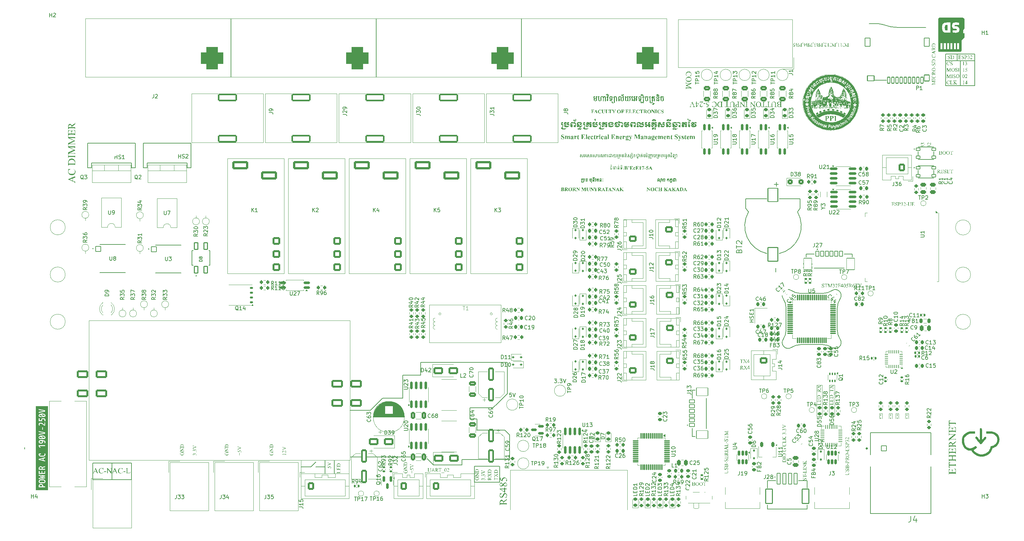
<source format=gbr>
%TF.GenerationSoftware,KiCad,Pcbnew,8.0.0*%
%TF.CreationDate,2024-07-08T15:04:36+07:00*%
%TF.ProjectId,SmartEnergyMag_System,536d6172-7445-46e6-9572-67794d61675f,rev?*%
%TF.SameCoordinates,Original*%
%TF.FileFunction,Legend,Top*%
%TF.FilePolarity,Positive*%
%FSLAX46Y46*%
G04 Gerber Fmt 4.6, Leading zero omitted, Abs format (unit mm)*
G04 Created by KiCad (PCBNEW 8.0.0) date 2024-07-08 15:04:36*
%MOMM*%
%LPD*%
G01*
G04 APERTURE LIST*
G04 Aperture macros list*
%AMRoundRect*
0 Rectangle with rounded corners*
0 $1 Rounding radius*
0 $2 $3 $4 $5 $6 $7 $8 $9 X,Y pos of 4 corners*
0 Add a 4 corners polygon primitive as box body*
4,1,4,$2,$3,$4,$5,$6,$7,$8,$9,$2,$3,0*
0 Add four circle primitives for the rounded corners*
1,1,$1+$1,$2,$3*
1,1,$1+$1,$4,$5*
1,1,$1+$1,$6,$7*
1,1,$1+$1,$8,$9*
0 Add four rect primitives between the rounded corners*
20,1,$1+$1,$2,$3,$4,$5,0*
20,1,$1+$1,$4,$5,$6,$7,0*
20,1,$1+$1,$6,$7,$8,$9,0*
20,1,$1+$1,$8,$9,$2,$3,0*%
%AMFreePoly0*
4,1,45,-3.000000,1.500000,-2.988481,1.685539,-2.937641,1.928004,-2.847586,2.158795,-2.720773,2.371615,-2.560660,2.560660,-2.371615,2.720773,-2.158795,2.847586,-1.928004,2.937641,-1.685539,2.988481,-1.500000,3.000000,1.500000,3.000000,1.685539,2.988481,1.928004,2.937641,2.158795,2.847586,2.371615,2.720773,2.560660,2.560660,2.720773,2.371615,2.847586,2.158795,2.937641,1.928004,
2.988481,1.685539,3.000000,1.500000,3.000000,-1.500000,2.988481,-1.685539,2.937641,-1.928004,2.847586,-2.158795,2.720773,-2.371615,2.560660,-2.560660,2.371615,-2.720773,2.158795,-2.847586,1.928004,-2.937641,1.685539,-2.988481,1.500000,-3.000000,-1.500000,-3.000000,-1.685539,-2.988481,-1.928004,-2.937641,-2.158795,-2.847586,-2.371615,-2.720773,-2.560660,-2.560660,-2.720773,-2.371615,
-2.847586,-2.158795,-2.937641,-1.928004,-2.988481,-1.685539,-3.000000,-1.500000,-3.000000,1.500000,-3.000000,1.500000,$1*%
%AMFreePoly1*
4,1,17,2.675000,1.605000,1.875000,1.605000,1.875000,0.935000,2.675000,0.935000,2.675000,0.335000,1.875000,0.335000,1.875000,-0.335000,2.675000,-0.335000,2.675000,-0.935000,1.875000,-0.935000,1.875000,-1.605000,2.675000,-1.605000,2.675000,-2.205000,-1.875000,-2.205000,-1.875000,2.205000,2.675000,2.205000,2.675000,1.605000,2.675000,1.605000,$1*%
%AMFreePoly2*
4,1,9,3.862500,-0.866500,0.737500,-0.866500,0.737500,-0.450000,-0.737500,-0.450000,-0.737500,0.450000,0.737500,0.450000,0.737500,0.866500,3.862500,0.866500,3.862500,-0.866500,3.862500,-0.866500,$1*%
G04 Aperture macros list end*
%ADD10C,0.125000*%
%ADD11C,0.150000*%
%ADD12C,0.156000*%
%ADD13C,0.100000*%
%ADD14C,0.120000*%
%ADD15C,0.200000*%
%ADD16C,0.260000*%
%ADD17C,0.300000*%
%ADD18C,0.006350*%
%ADD19C,0.127000*%
%ADD20C,0.000000*%
%ADD21RoundRect,0.200000X-0.275000X0.200000X-0.275000X-0.200000X0.275000X-0.200000X0.275000X0.200000X0*%
%ADD22C,1.000000*%
%ADD23RoundRect,0.250000X0.750000X-0.600000X0.750000X0.600000X-0.750000X0.600000X-0.750000X-0.600000X0*%
%ADD24O,2.000000X1.700000*%
%ADD25R,3.000000X3.000000*%
%ADD26C,3.000000*%
%ADD27RoundRect,0.225000X0.225000X0.250000X-0.225000X0.250000X-0.225000X-0.250000X0.225000X-0.250000X0*%
%ADD28RoundRect,0.135000X0.185000X-0.135000X0.185000X0.135000X-0.185000X0.135000X-0.185000X-0.135000X0*%
%ADD29RoundRect,0.225000X-0.225000X-0.250000X0.225000X-0.250000X0.225000X0.250000X-0.225000X0.250000X0*%
%ADD30R,1.600000X1.600000*%
%ADD31O,1.600000X1.600000*%
%ADD32C,2.000000*%
%ADD33RoundRect,0.218750X0.256250X-0.218750X0.256250X0.218750X-0.256250X0.218750X-0.256250X-0.218750X0*%
%ADD34RoundRect,0.112500X-0.112500X0.187500X-0.112500X-0.187500X0.112500X-0.187500X0.112500X0.187500X0*%
%ADD35C,2.700000*%
%ADD36RoundRect,0.250000X-0.325000X-0.650000X0.325000X-0.650000X0.325000X0.650000X-0.325000X0.650000X0*%
%ADD37RoundRect,0.140000X0.170000X-0.140000X0.170000X0.140000X-0.170000X0.140000X-0.170000X-0.140000X0*%
%ADD38C,1.400000*%
%ADD39O,1.400000X1.400000*%
%ADD40RoundRect,0.200000X0.200000X0.275000X-0.200000X0.275000X-0.200000X-0.275000X0.200000X-0.275000X0*%
%ADD41RoundRect,0.200000X0.275000X-0.200000X0.275000X0.200000X-0.275000X0.200000X-0.275000X-0.200000X0*%
%ADD42RoundRect,0.062500X0.062500X-0.117500X0.062500X0.117500X-0.062500X0.117500X-0.062500X-0.117500X0*%
%ADD43RoundRect,0.250000X-0.400000X-0.450000X0.400000X-0.450000X0.400000X0.450000X-0.400000X0.450000X0*%
%ADD44R,1.800000X1.000000*%
%ADD45RoundRect,0.062500X0.375000X0.062500X-0.375000X0.062500X-0.375000X-0.062500X0.375000X-0.062500X0*%
%ADD46RoundRect,0.062500X0.062500X0.375000X-0.062500X0.375000X-0.062500X-0.375000X0.062500X-0.375000X0*%
%ADD47R,2.500000X2.500000*%
%ADD48RoundRect,0.140000X0.140000X0.170000X-0.140000X0.170000X-0.140000X-0.170000X0.140000X-0.170000X0*%
%ADD49RoundRect,0.076200X-0.400000X-0.650000X0.400000X-0.650000X0.400000X0.650000X-0.400000X0.650000X0*%
%ADD50RoundRect,0.076200X-1.050000X-1.500000X1.050000X-1.500000X1.050000X1.500000X-1.050000X1.500000X0*%
%ADD51RoundRect,0.062500X0.062500X-0.412500X0.062500X0.412500X-0.062500X0.412500X-0.062500X-0.412500X0*%
%ADD52RoundRect,0.062500X0.412500X-0.062500X0.412500X0.062500X-0.412500X0.062500X-0.412500X-0.062500X0*%
%ADD53R,3.100000X3.100000*%
%ADD54RoundRect,0.150000X-0.150000X0.825000X-0.150000X-0.825000X0.150000X-0.825000X0.150000X0.825000X0*%
%ADD55RoundRect,0.112500X-0.187500X-0.112500X0.187500X-0.112500X0.187500X0.112500X-0.187500X0.112500X0*%
%ADD56RoundRect,0.250000X-1.000000X-0.650000X1.000000X-0.650000X1.000000X0.650000X-1.000000X0.650000X0*%
%ADD57RoundRect,0.250000X0.550000X-1.500000X0.550000X1.500000X-0.550000X1.500000X-0.550000X-1.500000X0*%
%ADD58RoundRect,0.200000X-0.200000X-0.275000X0.200000X-0.275000X0.200000X0.275000X-0.200000X0.275000X0*%
%ADD59RoundRect,0.225000X0.250000X-0.225000X0.250000X0.225000X-0.250000X0.225000X-0.250000X-0.225000X0*%
%ADD60RoundRect,0.218750X-0.218750X-0.381250X0.218750X-0.381250X0.218750X0.381250X-0.218750X0.381250X0*%
%ADD61RoundRect,0.250000X-0.725000X0.600000X-0.725000X-0.600000X0.725000X-0.600000X0.725000X0.600000X0*%
%ADD62O,1.950000X1.700000*%
%ADD63RoundRect,0.275000X1.825000X0.825000X-1.825000X0.825000X-1.825000X-0.825000X1.825000X-0.825000X0*%
%ADD64RoundRect,0.250000X0.750000X-0.750000X0.750000X0.750000X-0.750000X0.750000X-0.750000X-0.750000X0*%
%ADD65RoundRect,0.135000X-0.135000X-0.185000X0.135000X-0.185000X0.135000X0.185000X-0.135000X0.185000X0*%
%ADD66RoundRect,0.250000X0.650000X-0.325000X0.650000X0.325000X-0.650000X0.325000X-0.650000X-0.325000X0*%
%ADD67RoundRect,0.250000X0.250000X0.475000X-0.250000X0.475000X-0.250000X-0.475000X0.250000X-0.475000X0*%
%ADD68RoundRect,0.150000X-0.825000X-0.150000X0.825000X-0.150000X0.825000X0.150000X-0.825000X0.150000X0*%
%ADD69RoundRect,0.100000X-0.100000X0.225000X-0.100000X-0.225000X0.100000X-0.225000X0.100000X0.225000X0*%
%ADD70C,0.800000*%
%ADD71C,6.400000*%
%ADD72RoundRect,0.135000X-0.185000X0.135000X-0.185000X-0.135000X0.185000X-0.135000X0.185000X0.135000X0*%
%ADD73RoundRect,0.250000X-0.750000X0.600000X-0.750000X-0.600000X0.750000X-0.600000X0.750000X0.600000X0*%
%ADD74R,1.800000X1.800000*%
%ADD75C,1.800000*%
%ADD76R,2.850000X6.600000*%
%ADD77RoundRect,0.250000X-0.600000X-0.725000X0.600000X-0.725000X0.600000X0.725000X-0.600000X0.725000X0*%
%ADD78O,1.700000X1.950000*%
%ADD79RoundRect,0.250000X-0.625000X0.312500X-0.625000X-0.312500X0.625000X-0.312500X0.625000X0.312500X0*%
%ADD80RoundRect,0.150000X-0.150000X0.662500X-0.150000X-0.662500X0.150000X-0.662500X0.150000X0.662500X0*%
%ADD81RoundRect,0.112500X0.112500X-0.187500X0.112500X0.187500X-0.112500X0.187500X-0.112500X-0.187500X0*%
%ADD82RoundRect,0.250000X1.000000X0.650000X-1.000000X0.650000X-1.000000X-0.650000X1.000000X-0.650000X0*%
%ADD83RoundRect,0.250000X0.475000X-0.250000X0.475000X0.250000X-0.475000X0.250000X-0.475000X-0.250000X0*%
%ADD84C,3.200000*%
%ADD85RoundRect,1.500000X1.500000X1.500000X-1.500000X1.500000X-1.500000X-1.500000X1.500000X-1.500000X0*%
%ADD86FreePoly0,180.000000*%
%ADD87RoundRect,0.150000X0.587500X0.150000X-0.587500X0.150000X-0.587500X-0.150000X0.587500X-0.150000X0*%
%ADD88RoundRect,0.225000X0.017678X-0.335876X0.335876X-0.017678X-0.017678X0.335876X-0.335876X0.017678X0*%
%ADD89RoundRect,0.102000X-0.525000X-0.325000X0.525000X-0.325000X0.525000X0.325000X-0.525000X0.325000X0*%
%ADD90C,0.650000*%
%ADD91R,0.600000X1.240000*%
%ADD92R,0.300000X1.240000*%
%ADD93O,1.000000X2.100000*%
%ADD94O,1.000000X1.800000*%
%ADD95RoundRect,0.102000X-0.654000X-0.654000X0.654000X-0.654000X0.654000X0.654000X-0.654000X0.654000X0*%
%ADD96C,1.512000*%
%ADD97C,2.529000*%
%ADD98R,0.900000X1.500000*%
%ADD99R,1.500000X0.900000*%
%ADD100C,0.600000*%
%ADD101R,3.800000X3.800000*%
%ADD102RoundRect,0.250000X-0.550000X1.500000X-0.550000X-1.500000X0.550000X-1.500000X0.550000X1.500000X0*%
%ADD103RoundRect,0.225000X-0.017678X0.335876X-0.335876X0.017678X0.017678X-0.335876X0.335876X-0.017678X0*%
%ADD104RoundRect,0.218750X-0.256250X0.218750X-0.256250X-0.218750X0.256250X-0.218750X0.256250X0.218750X0*%
%ADD105RoundRect,0.200000X-2.300000X0.800000X-2.300000X-0.800000X2.300000X-0.800000X2.300000X0.800000X0*%
%ADD106RoundRect,0.140000X-0.140000X-0.170000X0.140000X-0.170000X0.140000X0.170000X-0.140000X0.170000X0*%
%ADD107RoundRect,0.250000X-1.250000X0.750000X-1.250000X-0.750000X1.250000X-0.750000X1.250000X0.750000X0*%
%ADD108RoundRect,0.250000X1.250000X-0.750000X1.250000X0.750000X-1.250000X0.750000X-1.250000X-0.750000X0*%
%ADD109RoundRect,0.075000X-0.075000X0.662500X-0.075000X-0.662500X0.075000X-0.662500X0.075000X0.662500X0*%
%ADD110RoundRect,0.075000X-0.662500X0.075000X-0.662500X-0.075000X0.662500X-0.075000X0.662500X0.075000X0*%
%ADD111R,1.905000X2.000000*%
%ADD112O,1.905000X2.000000*%
%ADD113C,0.900000*%
%ADD114RoundRect,0.102000X0.350000X-0.800000X0.350000X0.800000X-0.350000X0.800000X-0.350000X-0.800000X0*%
%ADD115RoundRect,0.102000X0.700000X-0.800000X0.700000X0.800000X-0.700000X0.800000X-0.700000X-0.800000X0*%
%ADD116RoundRect,0.102000X0.700000X-1.100000X0.700000X1.100000X-0.700000X1.100000X-0.700000X-1.100000X0*%
%ADD117RoundRect,0.102000X0.900000X-0.700000X0.900000X0.700000X-0.900000X0.700000X-0.900000X-0.700000X0*%
%ADD118RoundRect,0.225000X0.335876X0.017678X0.017678X0.335876X-0.335876X-0.017678X-0.017678X-0.335876X0*%
%ADD119RoundRect,0.218750X0.218750X0.256250X-0.218750X0.256250X-0.218750X-0.256250X0.218750X-0.256250X0*%
%ADD120RoundRect,0.102000X-0.400000X-1.450000X0.400000X-1.450000X0.400000X1.450000X-0.400000X1.450000X0*%
%ADD121RoundRect,0.102000X-0.900000X-1.900000X0.900000X-1.900000X0.900000X1.900000X-0.900000X1.900000X0*%
%ADD122RoundRect,0.225000X-0.250000X0.225000X-0.250000X-0.225000X0.250000X-0.225000X0.250000X0.225000X0*%
%ADD123RoundRect,0.150000X0.150000X-0.825000X0.150000X0.825000X-0.150000X0.825000X-0.150000X-0.825000X0*%
%ADD124RoundRect,0.150000X-0.150000X0.512500X-0.150000X-0.512500X0.150000X-0.512500X0.150000X0.512500X0*%
%ADD125RoundRect,0.250000X0.600000X0.725000X-0.600000X0.725000X-0.600000X-0.725000X0.600000X-0.725000X0*%
%ADD126C,1.524000*%
%ADD127FreePoly1,180.000000*%
%ADD128RoundRect,0.125000X0.300000X0.125000X-0.300000X0.125000X-0.300000X-0.125000X0.300000X-0.125000X0*%
%ADD129R,1.000000X0.800000*%
%ADD130R,0.700000X1.500000*%
%ADD131RoundRect,0.102000X0.450000X-0.900000X0.450000X0.900000X-0.450000X0.900000X-0.450000X-0.900000X0*%
%ADD132RoundRect,0.075000X-0.700000X-0.075000X0.700000X-0.075000X0.700000X0.075000X-0.700000X0.075000X0*%
%ADD133RoundRect,0.075000X-0.075000X-0.700000X0.075000X-0.700000X0.075000X0.700000X-0.075000X0.700000X0*%
%ADD134RoundRect,0.076200X0.650000X-0.400000X0.650000X0.400000X-0.650000X0.400000X-0.650000X-0.400000X0*%
%ADD135RoundRect,0.076200X1.500000X-1.050000X1.500000X1.050000X-1.500000X1.050000X-1.500000X-1.050000X0*%
%ADD136C,3.250000*%
%ADD137RoundRect,0.102000X0.699000X0.699000X-0.699000X0.699000X-0.699000X-0.699000X0.699000X-0.699000X0*%
%ADD138C,1.602000*%
%ADD139C,1.734000*%
%ADD140C,2.649000*%
%ADD141RoundRect,0.150000X-0.150000X0.587500X-0.150000X-0.587500X0.150000X-0.587500X0.150000X0.587500X0*%
%ADD142RoundRect,0.250000X-0.250000X-0.475000X0.250000X-0.475000X0.250000X0.475000X-0.250000X0.475000X0*%
%ADD143C,4.000000*%
%ADD144C,1.600000*%
%ADD145R,1.200000X1.400000*%
%ADD146RoundRect,0.112500X0.187500X0.112500X-0.187500X0.112500X-0.187500X-0.112500X0.187500X-0.112500X0*%
%ADD147RoundRect,0.225000X-0.225000X0.425000X-0.225000X-0.425000X0.225000X-0.425000X0.225000X0.425000X0*%
%ADD148FreePoly2,270.000000*%
%ADD149RoundRect,0.135000X0.135000X0.185000X-0.135000X0.185000X-0.135000X-0.185000X0.135000X-0.185000X0*%
%ADD150RoundRect,0.218750X-0.218750X-0.256250X0.218750X-0.256250X0.218750X0.256250X-0.218750X0.256250X0*%
%ADD151RoundRect,0.150000X0.662500X0.150000X-0.662500X0.150000X-0.662500X-0.150000X0.662500X-0.150000X0*%
%ADD152C,1.300000*%
%ADD153RoundRect,0.102000X1.300000X-1.830000X1.300000X1.830000X-1.300000X1.830000X-1.300000X-1.830000X0*%
%ADD154RoundRect,0.102000X-1.300000X1.770000X-1.300000X-1.770000X1.300000X-1.770000X1.300000X1.770000X0*%
G04 APERTURE END LIST*
D10*
G36*
X83169816Y-137006041D02*
G01*
X83466816Y-136981861D01*
X83466816Y-137006041D01*
X83420529Y-137022979D01*
X83374126Y-137044828D01*
X83330208Y-137072582D01*
X83298532Y-137100075D01*
X83266651Y-137138685D01*
X83242600Y-137181853D01*
X83226379Y-137229579D01*
X83217990Y-137281864D01*
X83216711Y-137313787D01*
X83220134Y-137367277D01*
X83230402Y-137416617D01*
X83251760Y-137470347D01*
X83282975Y-137518100D01*
X83324048Y-137559877D01*
X83356906Y-137584408D01*
X83402834Y-137610803D01*
X83451955Y-137631738D01*
X83504271Y-137647211D01*
X83559781Y-137657223D01*
X83608479Y-137661395D01*
X83638763Y-137662077D01*
X83687681Y-137660266D01*
X83742690Y-137653572D01*
X83795479Y-137641946D01*
X83846047Y-137625389D01*
X83880807Y-137610542D01*
X83925886Y-137586464D01*
X83970563Y-137555197D01*
X84007944Y-137519931D01*
X84038027Y-137480665D01*
X84041275Y-137475476D01*
X84065833Y-137428142D01*
X84082353Y-137380112D01*
X84090837Y-137331387D01*
X84092077Y-137304017D01*
X84088841Y-137253398D01*
X84079133Y-137204610D01*
X84062890Y-137157349D01*
X84040542Y-137111798D01*
X83770898Y-137111798D01*
X83721965Y-137113572D01*
X83679307Y-137122545D01*
X83646334Y-137155518D01*
X83635763Y-137205006D01*
X83634855Y-137233920D01*
X83607500Y-137233920D01*
X83607500Y-136873417D01*
X83634855Y-136873417D01*
X83634855Y-136890514D01*
X83646138Y-136940222D01*
X83670514Y-136964031D01*
X83718362Y-136975452D01*
X83771142Y-136977709D01*
X84056418Y-136977709D01*
X84078664Y-137022048D01*
X84099167Y-137070906D01*
X84115233Y-137119335D01*
X84119188Y-137133780D01*
X84129621Y-137183535D01*
X84136190Y-137236629D01*
X84138798Y-137287269D01*
X84138972Y-137304750D01*
X84137459Y-137354214D01*
X84130732Y-137416620D01*
X84118625Y-137474973D01*
X84101137Y-137529273D01*
X84078268Y-137579521D01*
X84050018Y-137625715D01*
X84016387Y-137667856D01*
X83977375Y-137705945D01*
X83966781Y-137714834D01*
X83925438Y-137745090D01*
X83882164Y-137770218D01*
X83836958Y-137790218D01*
X83789819Y-137805089D01*
X83740749Y-137814833D01*
X83689746Y-137819448D01*
X83668805Y-137819858D01*
X83615760Y-137817042D01*
X83563698Y-137808592D01*
X83512617Y-137794508D01*
X83462519Y-137774792D01*
X83434331Y-137760996D01*
X83386487Y-137732871D01*
X83342969Y-137701072D01*
X83303780Y-137665598D01*
X83268918Y-137626448D01*
X83238384Y-137583624D01*
X83229167Y-137568532D01*
X83206041Y-137521983D01*
X83188595Y-137471881D01*
X83176830Y-137418226D01*
X83171265Y-137369408D01*
X83169816Y-137326732D01*
X83172298Y-137275374D01*
X83178609Y-137234408D01*
X83192470Y-137184155D01*
X83209838Y-137135005D01*
X83216955Y-137116439D01*
X83231967Y-137069813D01*
X83232343Y-137065148D01*
X83219642Y-137042677D01*
X83169816Y-137031442D01*
X83169816Y-137006041D01*
G37*
G36*
X83185448Y-136877814D02*
G01*
X83185448Y-136625022D01*
X83888867Y-136055448D01*
X83349335Y-136055448D01*
X83297737Y-136057728D01*
X83250095Y-136069184D01*
X83241868Y-136074743D01*
X83216890Y-136118039D01*
X83212803Y-136155099D01*
X83212803Y-136187339D01*
X83185448Y-136187339D01*
X83185448Y-135863229D01*
X83212803Y-135863229D01*
X83212803Y-135896202D01*
X83221779Y-135946699D01*
X83248707Y-135979977D01*
X83298529Y-135992990D01*
X83349579Y-135995120D01*
X84138972Y-135995120D01*
X84138972Y-136019788D01*
X83383285Y-136633815D01*
X83959454Y-136633815D01*
X84011051Y-136631650D01*
X84058694Y-136620774D01*
X84066920Y-136615497D01*
X84091898Y-136571762D01*
X84095985Y-136534897D01*
X84095985Y-136501924D01*
X84123341Y-136501924D01*
X84123341Y-136826278D01*
X84095985Y-136826278D01*
X84095985Y-136794038D01*
X84088096Y-136745667D01*
X84060082Y-136709530D01*
X84010565Y-136696517D01*
X83959698Y-136694387D01*
X83310012Y-136694387D01*
X83272499Y-136728104D01*
X83247241Y-136755936D01*
X83224773Y-136800450D01*
X83218909Y-136817241D01*
X83212899Y-136867998D01*
X83212803Y-136877814D01*
X83185448Y-136877814D01*
G37*
G36*
X83709149Y-134889626D02*
G01*
X83765639Y-134898266D01*
X83818981Y-134912667D01*
X83869175Y-134932828D01*
X83916221Y-134958749D01*
X83960118Y-134990430D01*
X83976795Y-135004715D01*
X84011141Y-135040039D01*
X84040909Y-135079698D01*
X84066096Y-135123692D01*
X84086704Y-135172021D01*
X84102733Y-135224686D01*
X84114181Y-135281687D01*
X84121051Y-135343022D01*
X84123197Y-135391869D01*
X84123341Y-135408693D01*
X84123341Y-135825127D01*
X84095985Y-135825127D01*
X84095985Y-135789956D01*
X84086521Y-135739459D01*
X84058128Y-135706181D01*
X84007600Y-135693167D01*
X83956034Y-135691038D01*
X83352754Y-135691038D01*
X83300236Y-135693318D01*
X83251563Y-135704774D01*
X83243089Y-135710333D01*
X83217062Y-135754029D01*
X83212803Y-135789956D01*
X83212803Y-135825127D01*
X83185448Y-135825127D01*
X83185448Y-135445818D01*
X83185852Y-135418463D01*
X83236250Y-135418463D01*
X83239475Y-135471491D01*
X83247241Y-135520770D01*
X83255790Y-135559146D01*
X84056906Y-135559146D01*
X84067210Y-135507393D01*
X84074137Y-135456800D01*
X84076446Y-135412845D01*
X84072470Y-135355034D01*
X84060543Y-135301035D01*
X84040665Y-135250849D01*
X84012836Y-135204475D01*
X83977055Y-135161914D01*
X83963361Y-135148574D01*
X83918038Y-135112799D01*
X83867065Y-135084426D01*
X83820271Y-135066436D01*
X83769554Y-135053586D01*
X83714913Y-135045876D01*
X83656348Y-135043306D01*
X83597385Y-135045876D01*
X83542465Y-135053586D01*
X83491588Y-135066436D01*
X83444754Y-135084426D01*
X83393889Y-135112799D01*
X83348846Y-135148574D01*
X83310581Y-135190062D01*
X83280233Y-135235757D01*
X83257802Y-135285660D01*
X83243288Y-135339771D01*
X83236690Y-135398088D01*
X83236250Y-135418463D01*
X83185852Y-135418463D01*
X83186196Y-135395172D01*
X83189235Y-135336254D01*
X83194611Y-135282214D01*
X83202325Y-135233052D01*
X83214666Y-135180496D01*
X83233320Y-135128058D01*
X83257207Y-135082445D01*
X83287195Y-135040923D01*
X83323284Y-135003492D01*
X83365474Y-134970151D01*
X83392322Y-134952936D01*
X83442696Y-134927145D01*
X83488497Y-134910080D01*
X83536720Y-134897670D01*
X83587364Y-134889913D01*
X83640430Y-134886810D01*
X83649509Y-134886746D01*
X83709149Y-134889626D01*
G37*
G36*
X86640458Y-137704576D02*
G01*
X86529816Y-137477918D01*
X86529816Y-137455204D01*
X87317011Y-137455204D01*
X87367501Y-137454311D01*
X87414708Y-137448853D01*
X87444262Y-137421742D01*
X87454211Y-137373109D01*
X87455985Y-137337723D01*
X87483341Y-137337723D01*
X87483341Y-137687967D01*
X87455985Y-137687967D01*
X87452787Y-137636447D01*
X87444750Y-137602971D01*
X87417883Y-137576104D01*
X87366838Y-137569427D01*
X87317011Y-137568532D01*
X86813871Y-137568532D01*
X86762357Y-137569073D01*
X86711644Y-137571478D01*
X86683201Y-137575371D01*
X86650961Y-137592957D01*
X86640458Y-137623487D01*
X86652548Y-137672855D01*
X86661952Y-137694317D01*
X86640458Y-137704576D01*
G37*
G36*
X87295762Y-136524883D02*
G01*
X87483341Y-136590095D01*
X87483341Y-137139642D01*
X87457939Y-137139642D01*
X87417028Y-137095429D01*
X87377551Y-137053741D01*
X87339508Y-137014577D01*
X87302898Y-136977938D01*
X87267723Y-136943823D01*
X87223053Y-136902264D01*
X87180933Y-136865192D01*
X87141362Y-136832609D01*
X87095483Y-136798190D01*
X87052180Y-136769693D01*
X87001759Y-136741873D01*
X86953021Y-136721007D01*
X86905966Y-136707097D01*
X86853196Y-136699658D01*
X86838539Y-136699272D01*
X86786075Y-136704591D01*
X86739812Y-136720548D01*
X86696085Y-136750387D01*
X86692482Y-136753738D01*
X86659943Y-136793527D01*
X86639850Y-136842660D01*
X86635329Y-136883431D01*
X86641065Y-136932948D01*
X86660225Y-136982172D01*
X86676118Y-137006774D01*
X86712033Y-137043754D01*
X86754309Y-137070531D01*
X86795553Y-137087374D01*
X86795553Y-137113019D01*
X86742210Y-137102861D01*
X86694594Y-137087561D01*
X86647188Y-137063778D01*
X86607261Y-137033278D01*
X86598449Y-137024603D01*
X86565272Y-136981823D01*
X86542953Y-136933439D01*
X86532229Y-136885728D01*
X86529816Y-136847039D01*
X86534381Y-136792710D01*
X86548074Y-136743053D01*
X86570895Y-136698066D01*
X86602845Y-136657751D01*
X86640871Y-136624518D01*
X86687554Y-136598482D01*
X86738372Y-136584462D01*
X86774548Y-136581791D01*
X86823273Y-136585687D01*
X86872055Y-136597376D01*
X86916453Y-136614764D01*
X86965799Y-136640101D01*
X87009081Y-136666599D01*
X87053274Y-136697511D01*
X87098377Y-136732837D01*
X87136658Y-136765646D01*
X87152147Y-136779628D01*
X87196599Y-136820420D01*
X87236411Y-136857190D01*
X87279650Y-136897496D01*
X87315637Y-136931517D01*
X87353838Y-136968588D01*
X87377828Y-136993340D01*
X87377828Y-136750319D01*
X87377003Y-136700882D01*
X87372676Y-136650170D01*
X87371966Y-136646271D01*
X87352968Y-136599923D01*
X87347541Y-136592294D01*
X87309677Y-136558388D01*
X87295762Y-136550284D01*
X87295762Y-136524883D01*
G37*
G36*
X86545448Y-135471707D02*
G01*
X86572803Y-135471707D01*
X86587220Y-135519638D01*
X86604310Y-135546446D01*
X86643745Y-135578792D01*
X86690597Y-135603961D01*
X86707381Y-135611170D01*
X87498972Y-135936013D01*
X87498972Y-135961414D01*
X86696879Y-136310437D01*
X86652139Y-136330740D01*
X86621407Y-136348051D01*
X86590516Y-136385901D01*
X86588190Y-136390549D01*
X86575047Y-136437810D01*
X86572803Y-136457960D01*
X86545448Y-136457960D01*
X86545448Y-136077430D01*
X86572803Y-136077430D01*
X86580674Y-136128127D01*
X86594785Y-136161449D01*
X86635085Y-136180500D01*
X86685884Y-136170531D01*
X86733145Y-136152808D01*
X86742063Y-136148993D01*
X87287213Y-135911833D01*
X86748902Y-135692015D01*
X86700044Y-135673659D01*
X86651837Y-135660908D01*
X86638504Y-135659774D01*
X86600647Y-135679802D01*
X86579215Y-135725003D01*
X86574757Y-135746969D01*
X86572803Y-135758693D01*
X86545448Y-135758693D01*
X86545448Y-135471707D01*
G37*
G36*
X71334816Y-137006041D02*
G01*
X71631816Y-136981861D01*
X71631816Y-137006041D01*
X71585529Y-137022979D01*
X71539126Y-137044828D01*
X71495208Y-137072582D01*
X71463532Y-137100075D01*
X71431651Y-137138685D01*
X71407600Y-137181853D01*
X71391379Y-137229579D01*
X71382990Y-137281864D01*
X71381711Y-137313787D01*
X71385134Y-137367277D01*
X71395402Y-137416617D01*
X71416760Y-137470347D01*
X71447975Y-137518100D01*
X71489048Y-137559877D01*
X71521906Y-137584408D01*
X71567834Y-137610803D01*
X71616955Y-137631738D01*
X71669271Y-137647211D01*
X71724781Y-137657223D01*
X71773479Y-137661395D01*
X71803763Y-137662077D01*
X71852681Y-137660266D01*
X71907690Y-137653572D01*
X71960479Y-137641946D01*
X72011047Y-137625389D01*
X72045807Y-137610542D01*
X72090886Y-137586464D01*
X72135563Y-137555197D01*
X72172944Y-137519931D01*
X72203027Y-137480665D01*
X72206275Y-137475476D01*
X72230833Y-137428142D01*
X72247353Y-137380112D01*
X72255837Y-137331387D01*
X72257077Y-137304017D01*
X72253841Y-137253398D01*
X72244133Y-137204610D01*
X72227890Y-137157349D01*
X72205542Y-137111798D01*
X71935898Y-137111798D01*
X71886965Y-137113572D01*
X71844307Y-137122545D01*
X71811334Y-137155518D01*
X71800763Y-137205006D01*
X71799855Y-137233920D01*
X71772500Y-137233920D01*
X71772500Y-136873417D01*
X71799855Y-136873417D01*
X71799855Y-136890514D01*
X71811138Y-136940222D01*
X71835514Y-136964031D01*
X71883362Y-136975452D01*
X71936142Y-136977709D01*
X72221418Y-136977709D01*
X72243664Y-137022048D01*
X72264167Y-137070906D01*
X72280233Y-137119335D01*
X72284188Y-137133780D01*
X72294621Y-137183535D01*
X72301190Y-137236629D01*
X72303798Y-137287269D01*
X72303972Y-137304750D01*
X72302459Y-137354214D01*
X72295732Y-137416620D01*
X72283625Y-137474973D01*
X72266137Y-137529273D01*
X72243268Y-137579521D01*
X72215018Y-137625715D01*
X72181387Y-137667856D01*
X72142375Y-137705945D01*
X72131781Y-137714834D01*
X72090438Y-137745090D01*
X72047164Y-137770218D01*
X72001958Y-137790218D01*
X71954819Y-137805089D01*
X71905749Y-137814833D01*
X71854746Y-137819448D01*
X71833805Y-137819858D01*
X71780760Y-137817042D01*
X71728698Y-137808592D01*
X71677617Y-137794508D01*
X71627519Y-137774792D01*
X71599331Y-137760996D01*
X71551487Y-137732871D01*
X71507969Y-137701072D01*
X71468780Y-137665598D01*
X71433918Y-137626448D01*
X71403384Y-137583624D01*
X71394167Y-137568532D01*
X71371041Y-137521983D01*
X71353595Y-137471881D01*
X71341830Y-137418226D01*
X71336265Y-137369408D01*
X71334816Y-137326732D01*
X71337298Y-137275374D01*
X71343609Y-137234408D01*
X71357470Y-137184155D01*
X71374838Y-137135005D01*
X71381955Y-137116439D01*
X71396967Y-137069813D01*
X71397343Y-137065148D01*
X71384642Y-137042677D01*
X71334816Y-137031442D01*
X71334816Y-137006041D01*
G37*
G36*
X71350448Y-136877814D02*
G01*
X71350448Y-136625022D01*
X72053867Y-136055448D01*
X71514335Y-136055448D01*
X71462737Y-136057728D01*
X71415095Y-136069184D01*
X71406868Y-136074743D01*
X71381890Y-136118039D01*
X71377803Y-136155099D01*
X71377803Y-136187339D01*
X71350448Y-136187339D01*
X71350448Y-135863229D01*
X71377803Y-135863229D01*
X71377803Y-135896202D01*
X71386779Y-135946699D01*
X71413707Y-135979977D01*
X71463529Y-135992990D01*
X71514579Y-135995120D01*
X72303972Y-135995120D01*
X72303972Y-136019788D01*
X71548285Y-136633815D01*
X72124454Y-136633815D01*
X72176051Y-136631650D01*
X72223694Y-136620774D01*
X72231920Y-136615497D01*
X72256898Y-136571762D01*
X72260985Y-136534897D01*
X72260985Y-136501924D01*
X72288341Y-136501924D01*
X72288341Y-136826278D01*
X72260985Y-136826278D01*
X72260985Y-136794038D01*
X72253096Y-136745667D01*
X72225082Y-136709530D01*
X72175565Y-136696517D01*
X72124698Y-136694387D01*
X71475012Y-136694387D01*
X71437499Y-136728104D01*
X71412241Y-136755936D01*
X71389773Y-136800450D01*
X71383909Y-136817241D01*
X71377899Y-136867998D01*
X71377803Y-136877814D01*
X71350448Y-136877814D01*
G37*
G36*
X71874149Y-134889626D02*
G01*
X71930639Y-134898266D01*
X71983981Y-134912667D01*
X72034175Y-134932828D01*
X72081221Y-134958749D01*
X72125118Y-134990430D01*
X72141795Y-135004715D01*
X72176141Y-135040039D01*
X72205909Y-135079698D01*
X72231096Y-135123692D01*
X72251704Y-135172021D01*
X72267733Y-135224686D01*
X72279181Y-135281687D01*
X72286051Y-135343022D01*
X72288197Y-135391869D01*
X72288341Y-135408693D01*
X72288341Y-135825127D01*
X72260985Y-135825127D01*
X72260985Y-135789956D01*
X72251521Y-135739459D01*
X72223128Y-135706181D01*
X72172600Y-135693167D01*
X72121034Y-135691038D01*
X71517754Y-135691038D01*
X71465236Y-135693318D01*
X71416563Y-135704774D01*
X71408089Y-135710333D01*
X71382062Y-135754029D01*
X71377803Y-135789956D01*
X71377803Y-135825127D01*
X71350448Y-135825127D01*
X71350448Y-135445818D01*
X71350852Y-135418463D01*
X71401250Y-135418463D01*
X71404475Y-135471491D01*
X71412241Y-135520770D01*
X71420790Y-135559146D01*
X72221906Y-135559146D01*
X72232210Y-135507393D01*
X72239137Y-135456800D01*
X72241446Y-135412845D01*
X72237470Y-135355034D01*
X72225543Y-135301035D01*
X72205665Y-135250849D01*
X72177836Y-135204475D01*
X72142055Y-135161914D01*
X72128361Y-135148574D01*
X72083038Y-135112799D01*
X72032065Y-135084426D01*
X71985271Y-135066436D01*
X71934554Y-135053586D01*
X71879913Y-135045876D01*
X71821348Y-135043306D01*
X71762385Y-135045876D01*
X71707465Y-135053586D01*
X71656588Y-135066436D01*
X71609754Y-135084426D01*
X71558889Y-135112799D01*
X71513846Y-135148574D01*
X71475581Y-135190062D01*
X71445233Y-135235757D01*
X71422802Y-135285660D01*
X71408288Y-135339771D01*
X71401690Y-135398088D01*
X71401250Y-135418463D01*
X71350852Y-135418463D01*
X71351196Y-135395172D01*
X71354235Y-135336254D01*
X71359611Y-135282214D01*
X71367325Y-135233052D01*
X71379666Y-135180496D01*
X71398320Y-135128058D01*
X71422207Y-135082445D01*
X71452195Y-135040923D01*
X71488284Y-135003492D01*
X71530474Y-134970151D01*
X71557322Y-134952936D01*
X71607696Y-134927145D01*
X71653497Y-134910080D01*
X71701720Y-134897670D01*
X71752364Y-134889913D01*
X71805430Y-134886810D01*
X71814509Y-134886746D01*
X71874149Y-134889626D01*
G37*
G36*
X75549422Y-137501854D02*
G01*
X75206749Y-137501854D01*
X75206749Y-137844038D01*
X75148131Y-137844038D01*
X75148131Y-137501854D01*
X74806924Y-137501854D01*
X74806924Y-137446899D01*
X75148131Y-137446899D01*
X75148131Y-137103494D01*
X75206749Y-137103494D01*
X75206749Y-137446899D01*
X75549422Y-137446899D01*
X75549422Y-137501854D01*
G37*
G36*
X74710448Y-136469440D02*
G01*
X74827685Y-136522929D01*
X74827685Y-136803319D01*
X74960553Y-136864380D01*
X74970864Y-136809360D01*
X74985158Y-136758025D01*
X75003436Y-136710375D01*
X75025697Y-136666410D01*
X75057668Y-136618516D01*
X75095375Y-136575929D01*
X75137653Y-136540336D01*
X75183064Y-136513485D01*
X75231606Y-136495376D01*
X75283281Y-136486010D01*
X75314216Y-136484583D01*
X75363293Y-136488104D01*
X75413868Y-136499976D01*
X75449771Y-136514380D01*
X75493907Y-136538927D01*
X75535906Y-136570480D01*
X75556017Y-136589607D01*
X75588717Y-136628053D01*
X75615774Y-136669966D01*
X75626359Y-136690479D01*
X75646194Y-136740320D01*
X75658683Y-136790924D01*
X75663825Y-136842291D01*
X75663972Y-136852657D01*
X75660624Y-136904855D01*
X75648035Y-136952628D01*
X75635640Y-136974534D01*
X75597839Y-137007278D01*
X75572869Y-137012636D01*
X75539164Y-136997004D01*
X75524265Y-136957192D01*
X75529883Y-136925929D01*
X75556568Y-136882253D01*
X75557971Y-136880256D01*
X75582347Y-136834882D01*
X75593317Y-136785645D01*
X75593630Y-136775720D01*
X75586444Y-136722784D01*
X75564885Y-136674466D01*
X75532814Y-136634548D01*
X75492203Y-136602476D01*
X75446394Y-136582284D01*
X75395384Y-136573969D01*
X75384558Y-136573731D01*
X75332838Y-136579050D01*
X75283312Y-136595007D01*
X75235980Y-136621602D01*
X75226777Y-136628197D01*
X75188189Y-136661943D01*
X75154855Y-136702180D01*
X75126777Y-136748909D01*
X75113449Y-136777674D01*
X75098186Y-136824141D01*
X75088057Y-136872646D01*
X75081165Y-136927929D01*
X75077789Y-136981861D01*
X74710448Y-136803319D01*
X74710448Y-136469440D01*
G37*
G36*
X74710448Y-135381826D02*
G01*
X74737803Y-135381826D01*
X74752220Y-135429757D01*
X74769310Y-135456564D01*
X74808745Y-135488911D01*
X74855597Y-135514080D01*
X74872381Y-135521289D01*
X75663972Y-135846132D01*
X75663972Y-135871533D01*
X74861879Y-136220556D01*
X74817139Y-136240859D01*
X74786407Y-136258169D01*
X74755516Y-136296019D01*
X74753190Y-136300668D01*
X74740047Y-136347929D01*
X74737803Y-136368079D01*
X74710448Y-136368079D01*
X74710448Y-135987548D01*
X74737803Y-135987548D01*
X74745674Y-136038245D01*
X74759785Y-136071568D01*
X74800085Y-136090619D01*
X74850884Y-136080650D01*
X74898145Y-136062927D01*
X74907063Y-136059112D01*
X75452213Y-135821952D01*
X74913902Y-135602133D01*
X74865044Y-135583778D01*
X74816837Y-135571027D01*
X74803504Y-135569893D01*
X74765647Y-135589921D01*
X74744215Y-135635121D01*
X74739757Y-135657088D01*
X74737803Y-135668811D01*
X74710448Y-135668811D01*
X74710448Y-135381826D01*
G37*
G36*
X59499816Y-137006041D02*
G01*
X59796816Y-136981861D01*
X59796816Y-137006041D01*
X59750529Y-137022979D01*
X59704126Y-137044828D01*
X59660208Y-137072582D01*
X59628532Y-137100075D01*
X59596651Y-137138685D01*
X59572600Y-137181853D01*
X59556379Y-137229579D01*
X59547990Y-137281864D01*
X59546711Y-137313787D01*
X59550134Y-137367277D01*
X59560402Y-137416617D01*
X59581760Y-137470347D01*
X59612975Y-137518100D01*
X59654048Y-137559877D01*
X59686906Y-137584408D01*
X59732834Y-137610803D01*
X59781955Y-137631738D01*
X59834271Y-137647211D01*
X59889781Y-137657223D01*
X59938479Y-137661395D01*
X59968763Y-137662077D01*
X60017681Y-137660266D01*
X60072690Y-137653572D01*
X60125479Y-137641946D01*
X60176047Y-137625389D01*
X60210807Y-137610542D01*
X60255886Y-137586464D01*
X60300563Y-137555197D01*
X60337944Y-137519931D01*
X60368027Y-137480665D01*
X60371275Y-137475476D01*
X60395833Y-137428142D01*
X60412353Y-137380112D01*
X60420837Y-137331387D01*
X60422077Y-137304017D01*
X60418841Y-137253398D01*
X60409133Y-137204610D01*
X60392890Y-137157349D01*
X60370542Y-137111798D01*
X60100898Y-137111798D01*
X60051965Y-137113572D01*
X60009307Y-137122545D01*
X59976334Y-137155518D01*
X59965763Y-137205006D01*
X59964855Y-137233920D01*
X59937500Y-137233920D01*
X59937500Y-136873417D01*
X59964855Y-136873417D01*
X59964855Y-136890514D01*
X59976138Y-136940222D01*
X60000514Y-136964031D01*
X60048362Y-136975452D01*
X60101142Y-136977709D01*
X60386418Y-136977709D01*
X60408664Y-137022048D01*
X60429167Y-137070906D01*
X60445233Y-137119335D01*
X60449188Y-137133780D01*
X60459621Y-137183535D01*
X60466190Y-137236629D01*
X60468798Y-137287269D01*
X60468972Y-137304750D01*
X60467459Y-137354214D01*
X60460732Y-137416620D01*
X60448625Y-137474973D01*
X60431137Y-137529273D01*
X60408268Y-137579521D01*
X60380018Y-137625715D01*
X60346387Y-137667856D01*
X60307375Y-137705945D01*
X60296781Y-137714834D01*
X60255438Y-137745090D01*
X60212164Y-137770218D01*
X60166958Y-137790218D01*
X60119819Y-137805089D01*
X60070749Y-137814833D01*
X60019746Y-137819448D01*
X59998805Y-137819858D01*
X59945760Y-137817042D01*
X59893698Y-137808592D01*
X59842617Y-137794508D01*
X59792519Y-137774792D01*
X59764331Y-137760996D01*
X59716487Y-137732871D01*
X59672969Y-137701072D01*
X59633780Y-137665598D01*
X59598918Y-137626448D01*
X59568384Y-137583624D01*
X59559167Y-137568532D01*
X59536041Y-137521983D01*
X59518595Y-137471881D01*
X59506830Y-137418226D01*
X59501265Y-137369408D01*
X59499816Y-137326732D01*
X59502298Y-137275374D01*
X59508609Y-137234408D01*
X59522470Y-137184155D01*
X59539838Y-137135005D01*
X59546955Y-137116439D01*
X59561967Y-137069813D01*
X59562343Y-137065148D01*
X59549642Y-137042677D01*
X59499816Y-137031442D01*
X59499816Y-137006041D01*
G37*
G36*
X59515448Y-136877814D02*
G01*
X59515448Y-136625022D01*
X60218867Y-136055448D01*
X59679335Y-136055448D01*
X59627737Y-136057728D01*
X59580095Y-136069184D01*
X59571868Y-136074743D01*
X59546890Y-136118039D01*
X59542803Y-136155099D01*
X59542803Y-136187339D01*
X59515448Y-136187339D01*
X59515448Y-135863229D01*
X59542803Y-135863229D01*
X59542803Y-135896202D01*
X59551779Y-135946699D01*
X59578707Y-135979977D01*
X59628529Y-135992990D01*
X59679579Y-135995120D01*
X60468972Y-135995120D01*
X60468972Y-136019788D01*
X59713285Y-136633815D01*
X60289454Y-136633815D01*
X60341051Y-136631650D01*
X60388694Y-136620774D01*
X60396920Y-136615497D01*
X60421898Y-136571762D01*
X60425985Y-136534897D01*
X60425985Y-136501924D01*
X60453341Y-136501924D01*
X60453341Y-136826278D01*
X60425985Y-136826278D01*
X60425985Y-136794038D01*
X60418096Y-136745667D01*
X60390082Y-136709530D01*
X60340565Y-136696517D01*
X60289698Y-136694387D01*
X59640012Y-136694387D01*
X59602499Y-136728104D01*
X59577241Y-136755936D01*
X59554773Y-136800450D01*
X59548909Y-136817241D01*
X59542899Y-136867998D01*
X59542803Y-136877814D01*
X59515448Y-136877814D01*
G37*
G36*
X60039149Y-134889626D02*
G01*
X60095639Y-134898266D01*
X60148981Y-134912667D01*
X60199175Y-134932828D01*
X60246221Y-134958749D01*
X60290118Y-134990430D01*
X60306795Y-135004715D01*
X60341141Y-135040039D01*
X60370909Y-135079698D01*
X60396096Y-135123692D01*
X60416704Y-135172021D01*
X60432733Y-135224686D01*
X60444181Y-135281687D01*
X60451051Y-135343022D01*
X60453197Y-135391869D01*
X60453341Y-135408693D01*
X60453341Y-135825127D01*
X60425985Y-135825127D01*
X60425985Y-135789956D01*
X60416521Y-135739459D01*
X60388128Y-135706181D01*
X60337600Y-135693167D01*
X60286034Y-135691038D01*
X59682754Y-135691038D01*
X59630236Y-135693318D01*
X59581563Y-135704774D01*
X59573089Y-135710333D01*
X59547062Y-135754029D01*
X59542803Y-135789956D01*
X59542803Y-135825127D01*
X59515448Y-135825127D01*
X59515448Y-135445818D01*
X59515852Y-135418463D01*
X59566250Y-135418463D01*
X59569475Y-135471491D01*
X59577241Y-135520770D01*
X59585790Y-135559146D01*
X60386906Y-135559146D01*
X60397210Y-135507393D01*
X60404137Y-135456800D01*
X60406446Y-135412845D01*
X60402470Y-135355034D01*
X60390543Y-135301035D01*
X60370665Y-135250849D01*
X60342836Y-135204475D01*
X60307055Y-135161914D01*
X60293361Y-135148574D01*
X60248038Y-135112799D01*
X60197065Y-135084426D01*
X60150271Y-135066436D01*
X60099554Y-135053586D01*
X60044913Y-135045876D01*
X59986348Y-135043306D01*
X59927385Y-135045876D01*
X59872465Y-135053586D01*
X59821588Y-135066436D01*
X59774754Y-135084426D01*
X59723889Y-135112799D01*
X59678846Y-135148574D01*
X59640581Y-135190062D01*
X59610233Y-135235757D01*
X59587802Y-135285660D01*
X59573288Y-135339771D01*
X59566690Y-135398088D01*
X59566250Y-135418463D01*
X59515852Y-135418463D01*
X59516196Y-135395172D01*
X59519235Y-135336254D01*
X59524611Y-135282214D01*
X59532325Y-135233052D01*
X59544666Y-135180496D01*
X59563320Y-135128058D01*
X59587207Y-135082445D01*
X59617195Y-135040923D01*
X59653284Y-135003492D01*
X59695474Y-134970151D01*
X59722322Y-134952936D01*
X59772696Y-134927145D01*
X59818497Y-134910080D01*
X59866720Y-134897670D01*
X59917364Y-134889913D01*
X59970430Y-134886810D01*
X59979509Y-134886746D01*
X60039149Y-134889626D01*
G37*
G36*
X63056676Y-137797876D02*
G01*
X63012331Y-137776673D01*
X62968829Y-137749717D01*
X62928424Y-137715915D01*
X62911352Y-137697493D01*
X62884175Y-137656548D01*
X62867064Y-137609737D01*
X62860018Y-137557058D01*
X62859816Y-137545818D01*
X62864335Y-137493138D01*
X62880220Y-137441646D01*
X62907543Y-137398384D01*
X62932112Y-137374115D01*
X62973477Y-137346580D01*
X63020692Y-137331092D01*
X63047151Y-137328930D01*
X63098014Y-137336914D01*
X63143221Y-137356998D01*
X63189082Y-137389307D01*
X63228913Y-137426730D01*
X63255734Y-137456669D01*
X63277149Y-137411632D01*
X63306382Y-137369386D01*
X63345150Y-137332391D01*
X63352943Y-137326732D01*
X63398892Y-137301702D01*
X63450093Y-137287062D01*
X63501198Y-137282768D01*
X63552965Y-137286450D01*
X63601623Y-137297494D01*
X63647172Y-137315902D01*
X63689612Y-137341673D01*
X63712468Y-137359705D01*
X63752061Y-137400508D01*
X63783463Y-137447632D01*
X63806672Y-137501075D01*
X63819756Y-137550439D01*
X63827152Y-137604192D01*
X63828972Y-137650354D01*
X63826730Y-137703281D01*
X63818120Y-137751366D01*
X63806013Y-137778581D01*
X63768053Y-137810906D01*
X63756676Y-137812531D01*
X63721505Y-137796411D01*
X63706362Y-137757576D01*
X63711980Y-137722405D01*
X63733222Y-137677085D01*
X63737137Y-137669649D01*
X63758494Y-137624899D01*
X63762782Y-137612496D01*
X63770287Y-137563648D01*
X63770354Y-137558274D01*
X63762591Y-137508277D01*
X63739304Y-137463432D01*
X63715155Y-137436397D01*
X63674839Y-137406778D01*
X63625460Y-137388488D01*
X63584729Y-137384373D01*
X63533571Y-137389686D01*
X63486888Y-137404232D01*
X63477018Y-137408553D01*
X63433826Y-137433427D01*
X63417667Y-137447632D01*
X63387966Y-137487835D01*
X63367109Y-137528721D01*
X63350805Y-137577464D01*
X63344483Y-137627067D01*
X63344394Y-137633745D01*
X63344394Y-137655727D01*
X63317039Y-137655727D01*
X63305436Y-137604840D01*
X63284826Y-137557249D01*
X63279181Y-137547039D01*
X63249228Y-137504918D01*
X63211844Y-137472549D01*
X63203710Y-137467660D01*
X63157548Y-137448975D01*
X63106990Y-137442747D01*
X63055580Y-137450084D01*
X63009952Y-137474393D01*
X62996104Y-137487199D01*
X62967052Y-137530042D01*
X62954270Y-137581206D01*
X62953606Y-137597353D01*
X62960735Y-137648415D01*
X62982121Y-137695111D01*
X63017765Y-137737442D01*
X63060650Y-137770899D01*
X63067667Y-137775406D01*
X63056676Y-137797876D01*
G37*
G36*
X63676320Y-136994073D02*
G01*
X63692317Y-136946971D01*
X63698791Y-136939851D01*
X63742905Y-136918406D01*
X63752524Y-136917869D01*
X63799497Y-136933866D01*
X63806746Y-136940340D01*
X63828429Y-136984454D01*
X63828972Y-136994073D01*
X63813149Y-137040808D01*
X63806746Y-137048051D01*
X63762220Y-137069734D01*
X63752524Y-137070277D01*
X63705422Y-137054454D01*
X63698302Y-137048051D01*
X63676857Y-137003699D01*
X63676320Y-136994073D01*
G37*
G36*
X63056676Y-136748609D02*
G01*
X63012331Y-136727406D01*
X62968829Y-136700450D01*
X62928424Y-136666647D01*
X62911352Y-136648225D01*
X62884175Y-136607281D01*
X62867064Y-136560470D01*
X62860018Y-136507790D01*
X62859816Y-136496550D01*
X62864335Y-136443870D01*
X62880220Y-136392378D01*
X62907543Y-136349117D01*
X62932112Y-136324848D01*
X62973477Y-136297313D01*
X63020692Y-136281825D01*
X63047151Y-136279663D01*
X63098014Y-136287646D01*
X63143221Y-136307730D01*
X63189082Y-136340039D01*
X63228913Y-136377463D01*
X63255734Y-136407402D01*
X63277149Y-136362365D01*
X63306382Y-136320118D01*
X63345150Y-136283124D01*
X63352943Y-136277465D01*
X63398892Y-136252435D01*
X63450093Y-136237794D01*
X63501198Y-136233501D01*
X63552965Y-136237182D01*
X63601623Y-136248227D01*
X63647172Y-136266635D01*
X63689612Y-136292405D01*
X63712468Y-136310437D01*
X63752061Y-136351241D01*
X63783463Y-136398365D01*
X63806672Y-136451808D01*
X63819756Y-136501172D01*
X63827152Y-136554924D01*
X63828972Y-136601086D01*
X63826730Y-136654014D01*
X63818120Y-136702099D01*
X63806013Y-136729314D01*
X63768053Y-136761639D01*
X63756676Y-136763264D01*
X63721505Y-136747144D01*
X63706362Y-136708309D01*
X63711980Y-136673138D01*
X63733222Y-136627818D01*
X63737137Y-136620382D01*
X63758494Y-136575632D01*
X63762782Y-136563229D01*
X63770287Y-136514381D01*
X63770354Y-136509007D01*
X63762591Y-136459010D01*
X63739304Y-136414164D01*
X63715155Y-136387130D01*
X63674839Y-136357511D01*
X63625460Y-136339221D01*
X63584729Y-136335106D01*
X63533571Y-136340419D01*
X63486888Y-136354965D01*
X63477018Y-136359286D01*
X63433826Y-136384160D01*
X63417667Y-136398365D01*
X63387966Y-136438568D01*
X63367109Y-136479453D01*
X63350805Y-136528197D01*
X63344483Y-136577799D01*
X63344394Y-136584478D01*
X63344394Y-136606460D01*
X63317039Y-136606460D01*
X63305436Y-136555573D01*
X63284826Y-136507982D01*
X63279181Y-136497772D01*
X63249228Y-136455650D01*
X63211844Y-136423282D01*
X63203710Y-136418393D01*
X63157548Y-136399708D01*
X63106990Y-136393480D01*
X63055580Y-136400816D01*
X63009952Y-136425126D01*
X62996104Y-136437932D01*
X62967052Y-136480775D01*
X62954270Y-136531939D01*
X62953606Y-136548086D01*
X62960735Y-136599148D01*
X62982121Y-136645844D01*
X63017765Y-136688174D01*
X63060650Y-136721632D01*
X63067667Y-136726139D01*
X63056676Y-136748609D01*
G37*
G36*
X62875448Y-135121952D02*
G01*
X62902803Y-135121952D01*
X62917220Y-135169882D01*
X62934310Y-135196690D01*
X62973745Y-135229037D01*
X63020597Y-135254205D01*
X63037381Y-135261414D01*
X63828972Y-135586257D01*
X63828972Y-135611659D01*
X63026879Y-135960682D01*
X62982139Y-135980984D01*
X62951407Y-135998295D01*
X62920516Y-136036145D01*
X62918190Y-136040793D01*
X62905047Y-136088054D01*
X62902803Y-136108204D01*
X62875448Y-136108204D01*
X62875448Y-135727674D01*
X62902803Y-135727674D01*
X62910674Y-135778371D01*
X62924785Y-135811694D01*
X62965085Y-135830744D01*
X63015884Y-135820775D01*
X63063145Y-135803052D01*
X63072063Y-135799237D01*
X63617213Y-135562077D01*
X63078902Y-135342259D01*
X63030044Y-135323903D01*
X62981837Y-135311152D01*
X62968504Y-135310019D01*
X62930647Y-135330047D01*
X62909215Y-135375247D01*
X62904757Y-135397213D01*
X62902803Y-135408937D01*
X62875448Y-135408937D01*
X62875448Y-135121952D01*
G37*
G36*
X263232912Y-31826475D02*
G01*
X263232912Y-32139106D01*
X263207511Y-32139106D01*
X263197817Y-32086790D01*
X263182747Y-32037451D01*
X263163058Y-31996713D01*
X263132746Y-31957119D01*
X263093403Y-31924862D01*
X263072200Y-31912449D01*
X263023491Y-31892207D01*
X262973411Y-31882285D01*
X262949834Y-31881186D01*
X262899780Y-31887300D01*
X262853306Y-31907721D01*
X262831621Y-31924661D01*
X262799731Y-31964826D01*
X262785380Y-32013047D01*
X262784970Y-32023335D01*
X262796515Y-32073405D01*
X262814524Y-32100516D01*
X262852687Y-32135912D01*
X262893025Y-32164663D01*
X262936531Y-32191911D01*
X262979082Y-32216455D01*
X263017245Y-32237292D01*
X263063244Y-32262262D01*
X263109551Y-32288529D01*
X263152771Y-32314769D01*
X263195298Y-32344270D01*
X263232932Y-32379326D01*
X263262057Y-32419524D01*
X263268816Y-32431953D01*
X263287399Y-32480425D01*
X263294604Y-32531044D01*
X263294705Y-32537955D01*
X263289576Y-32588773D01*
X263274189Y-32635957D01*
X263248543Y-32679509D01*
X263212640Y-32719427D01*
X263168661Y-32752766D01*
X263118789Y-32776580D01*
X263070318Y-32789603D01*
X263017336Y-32795333D01*
X263001370Y-32795631D01*
X262950259Y-32793317D01*
X262925166Y-32790258D01*
X262877501Y-32779253D01*
X262836750Y-32768032D01*
X262787589Y-32754842D01*
X262751998Y-32748736D01*
X262724887Y-32758018D01*
X262710232Y-32795631D01*
X262684831Y-32795631D01*
X262684831Y-32483000D01*
X262710232Y-32483000D01*
X262721227Y-32533816D01*
X262735710Y-32581214D01*
X262758104Y-32628569D01*
X262790682Y-32667752D01*
X262831816Y-32698527D01*
X262850428Y-32708925D01*
X262898822Y-32728422D01*
X262950582Y-32738921D01*
X262986959Y-32740921D01*
X263037139Y-32736532D01*
X263084127Y-32721566D01*
X263122514Y-32695980D01*
X263154774Y-32656607D01*
X263171123Y-32608254D01*
X263172340Y-32589490D01*
X263162624Y-32540084D01*
X263153533Y-32520614D01*
X263123795Y-32480860D01*
X263094915Y-32455645D01*
X263053641Y-32428904D01*
X263008347Y-32402432D01*
X262962966Y-32376819D01*
X262948369Y-32368695D01*
X262899412Y-32340820D01*
X262857047Y-32315540D01*
X262812263Y-32286850D01*
X262778376Y-32262449D01*
X262741486Y-32228970D01*
X262710685Y-32189941D01*
X262701928Y-32175254D01*
X262683170Y-32128282D01*
X262675896Y-32077123D01*
X262675794Y-32069986D01*
X262681880Y-32016233D01*
X262700137Y-31966808D01*
X262730566Y-31921711D01*
X262752730Y-31898527D01*
X262793824Y-31867004D01*
X262840169Y-31844488D01*
X262891766Y-31830979D01*
X262941220Y-31826546D01*
X262948613Y-31826475D01*
X263000589Y-31830227D01*
X263049743Y-31840150D01*
X263100709Y-31856274D01*
X263105906Y-31858227D01*
X263153384Y-31872838D01*
X263160127Y-31873370D01*
X263189192Y-31864089D01*
X263207511Y-31826475D01*
X263232912Y-31826475D01*
G37*
G36*
X263820404Y-31842855D02*
G01*
X263879321Y-31845894D01*
X263933361Y-31851270D01*
X263982523Y-31858984D01*
X264035080Y-31871325D01*
X264087518Y-31889979D01*
X264133130Y-31913866D01*
X264174652Y-31943854D01*
X264212084Y-31979943D01*
X264245424Y-32022133D01*
X264262640Y-32048981D01*
X264288430Y-32099355D01*
X264305495Y-32145156D01*
X264317906Y-32193379D01*
X264325662Y-32244023D01*
X264328765Y-32297089D01*
X264328830Y-32306168D01*
X264325949Y-32365808D01*
X264317309Y-32422298D01*
X264302909Y-32475640D01*
X264282748Y-32525834D01*
X264256827Y-32572880D01*
X264225146Y-32616777D01*
X264210860Y-32633454D01*
X264175537Y-32667800D01*
X264135878Y-32697568D01*
X264091883Y-32722755D01*
X264043554Y-32743363D01*
X263990889Y-32759392D01*
X263933889Y-32770840D01*
X263872553Y-32777710D01*
X263823707Y-32779856D01*
X263806883Y-32780000D01*
X263390448Y-32780000D01*
X263390448Y-32752644D01*
X263425619Y-32752644D01*
X263476117Y-32743180D01*
X263509395Y-32714787D01*
X263509710Y-32713565D01*
X263656429Y-32713565D01*
X263708183Y-32723869D01*
X263758776Y-32730796D01*
X263802730Y-32733105D01*
X263860542Y-32729129D01*
X263914540Y-32717202D01*
X263964726Y-32697324D01*
X264011100Y-32669495D01*
X264053661Y-32633714D01*
X264067001Y-32620020D01*
X264102776Y-32574697D01*
X264131149Y-32523724D01*
X264149140Y-32476930D01*
X264161990Y-32426213D01*
X264169700Y-32371572D01*
X264172270Y-32313007D01*
X264169700Y-32254044D01*
X264161990Y-32199124D01*
X264149140Y-32148247D01*
X264131149Y-32101413D01*
X264102776Y-32050548D01*
X264067001Y-32005505D01*
X264025513Y-31967240D01*
X263979818Y-31936892D01*
X263929915Y-31914461D01*
X263875805Y-31899947D01*
X263817487Y-31893349D01*
X263797113Y-31892909D01*
X263744084Y-31896134D01*
X263694806Y-31903900D01*
X263656429Y-31912449D01*
X263656429Y-32713565D01*
X263509710Y-32713565D01*
X263522408Y-32664259D01*
X263524538Y-32612693D01*
X263524538Y-32009413D01*
X263522258Y-31956895D01*
X263510801Y-31908222D01*
X263505243Y-31899748D01*
X263461546Y-31873721D01*
X263425619Y-31869462D01*
X263390448Y-31869462D01*
X263390448Y-31842107D01*
X263769758Y-31842107D01*
X263820404Y-31842855D01*
G37*
G36*
X265720037Y-31892909D02*
G01*
X265720037Y-32264159D01*
X265924712Y-32264159D01*
X265977011Y-32260655D01*
X266023661Y-32245085D01*
X266031202Y-32239246D01*
X266057710Y-32197386D01*
X266068947Y-32148133D01*
X266071014Y-32123475D01*
X266096415Y-32123475D01*
X266096415Y-32451737D01*
X266071014Y-32451737D01*
X266062632Y-32402343D01*
X266051719Y-32365764D01*
X266016345Y-32331248D01*
X266011174Y-32328639D01*
X265961266Y-32316577D01*
X265924712Y-32314961D01*
X265720037Y-32314961D01*
X265720037Y-32624173D01*
X265721380Y-32674120D01*
X265725410Y-32699888D01*
X265744705Y-32721381D01*
X265794586Y-32729189D01*
X265796973Y-32729197D01*
X265954998Y-32729197D01*
X266004127Y-32727898D01*
X266054656Y-32721941D01*
X266069548Y-32718206D01*
X266113283Y-32696072D01*
X266138425Y-32674731D01*
X266170608Y-32636411D01*
X266197899Y-32595191D01*
X266222828Y-32550873D01*
X266225619Y-32545526D01*
X266252975Y-32545526D01*
X266172619Y-32780000D01*
X265454789Y-32780000D01*
X265454789Y-32752644D01*
X265487762Y-32752644D01*
X265537195Y-32742954D01*
X265550288Y-32736769D01*
X265580086Y-32703796D01*
X265587193Y-32654849D01*
X265588146Y-32613426D01*
X265588146Y-32006482D01*
X265586404Y-31957596D01*
X265577263Y-31909310D01*
X265570316Y-31897062D01*
X265526390Y-31873343D01*
X265487762Y-31869462D01*
X265454789Y-31869462D01*
X265454789Y-31842107D01*
X266172619Y-31842107D01*
X266182877Y-32045317D01*
X266156254Y-32045317D01*
X266145000Y-31996968D01*
X266127528Y-31950464D01*
X266124259Y-31944933D01*
X266088538Y-31911182D01*
X266072479Y-31903168D01*
X266021665Y-31894352D01*
X265975515Y-31892909D01*
X265720037Y-31892909D01*
G37*
G36*
X266925864Y-31826475D02*
G01*
X266925864Y-32139106D01*
X266900462Y-32139106D01*
X266890769Y-32086790D01*
X266875699Y-32037451D01*
X266856010Y-31996713D01*
X266825697Y-31957119D01*
X266786355Y-31924862D01*
X266765152Y-31912449D01*
X266716442Y-31892207D01*
X266666362Y-31882285D01*
X266642786Y-31881186D01*
X266592732Y-31887300D01*
X266546258Y-31907721D01*
X266524573Y-31924661D01*
X266492683Y-31964826D01*
X266478332Y-32013047D01*
X266477922Y-32023335D01*
X266489467Y-32073405D01*
X266507476Y-32100516D01*
X266545639Y-32135912D01*
X266585977Y-32164663D01*
X266629483Y-32191911D01*
X266672034Y-32216455D01*
X266710197Y-32237292D01*
X266756196Y-32262262D01*
X266802503Y-32288529D01*
X266845723Y-32314769D01*
X266888250Y-32344270D01*
X266925884Y-32379326D01*
X266955009Y-32419524D01*
X266961767Y-32431953D01*
X266980350Y-32480425D01*
X266987556Y-32531044D01*
X266987657Y-32537955D01*
X266982528Y-32588773D01*
X266967141Y-32635957D01*
X266941495Y-32679509D01*
X266905592Y-32719427D01*
X266861613Y-32752766D01*
X266811741Y-32776580D01*
X266763270Y-32789603D01*
X266710288Y-32795333D01*
X266694321Y-32795631D01*
X266643211Y-32793317D01*
X266618118Y-32790258D01*
X266570453Y-32779253D01*
X266529702Y-32768032D01*
X266480541Y-32754842D01*
X266444950Y-32748736D01*
X266417839Y-32758018D01*
X266403184Y-32795631D01*
X266377783Y-32795631D01*
X266377783Y-32483000D01*
X266403184Y-32483000D01*
X266414179Y-32533816D01*
X266428662Y-32581214D01*
X266451056Y-32628569D01*
X266483633Y-32667752D01*
X266524768Y-32698527D01*
X266543379Y-32708925D01*
X266591774Y-32728422D01*
X266643534Y-32738921D01*
X266679911Y-32740921D01*
X266730091Y-32736532D01*
X266777079Y-32721566D01*
X266815466Y-32695980D01*
X266847726Y-32656607D01*
X266864075Y-32608254D01*
X266865291Y-32589490D01*
X266855576Y-32540084D01*
X266846485Y-32520614D01*
X266816747Y-32480860D01*
X266787867Y-32455645D01*
X266746593Y-32428904D01*
X266701299Y-32402432D01*
X266655918Y-32376819D01*
X266641321Y-32368695D01*
X266592364Y-32340820D01*
X266549999Y-32315540D01*
X266505215Y-32286850D01*
X266471328Y-32262449D01*
X266434438Y-32228970D01*
X266403637Y-32189941D01*
X266394880Y-32175254D01*
X266376121Y-32128282D01*
X266368848Y-32077123D01*
X266368746Y-32069986D01*
X266374832Y-32016233D01*
X266393089Y-31966808D01*
X266423518Y-31921711D01*
X266445682Y-31898527D01*
X266486776Y-31867004D01*
X266533121Y-31844488D01*
X266584718Y-31830979D01*
X266634172Y-31826546D01*
X266641565Y-31826475D01*
X266693541Y-31830227D01*
X266742694Y-31840150D01*
X266793661Y-31856274D01*
X266798857Y-31858227D01*
X266846336Y-31872838D01*
X266853079Y-31873370D01*
X266882144Y-31864089D01*
X266900462Y-31826475D01*
X266925864Y-31826475D01*
G37*
G36*
X267476293Y-31843346D02*
G01*
X267529710Y-31847796D01*
X267581885Y-31856670D01*
X267621223Y-31867997D01*
X267668214Y-31889842D01*
X267709778Y-31920114D01*
X267742856Y-31954947D01*
X267771084Y-31999778D01*
X267787595Y-32049978D01*
X267792437Y-32100272D01*
X267787736Y-32154768D01*
X267773631Y-32203953D01*
X267750122Y-32247825D01*
X267717211Y-32286385D01*
X267675720Y-32317694D01*
X267626474Y-32340057D01*
X267577023Y-32352287D01*
X267521635Y-32357668D01*
X267504719Y-32357948D01*
X267455719Y-32355639D01*
X267431691Y-32353063D01*
X267383304Y-32345626D01*
X267347915Y-32338653D01*
X267347915Y-32611960D01*
X267349800Y-32660814D01*
X267359692Y-32709497D01*
X267367211Y-32722114D01*
X267410277Y-32748351D01*
X267446101Y-32752644D01*
X267482005Y-32752644D01*
X267482005Y-32780000D01*
X267082912Y-32780000D01*
X267082912Y-32752644D01*
X267117839Y-32752644D01*
X267168519Y-32742997D01*
X267202347Y-32714054D01*
X267214101Y-32664499D01*
X267216024Y-32612693D01*
X267216024Y-32297376D01*
X267347915Y-32297376D01*
X267397832Y-32305710D01*
X267412395Y-32307634D01*
X267460756Y-32311053D01*
X267511497Y-32303291D01*
X267556743Y-32280004D01*
X267583854Y-32255854D01*
X267613473Y-32213899D01*
X267630797Y-32164266D01*
X267635878Y-32112484D01*
X267631109Y-32061333D01*
X267616804Y-32013455D01*
X267610965Y-32000376D01*
X267583276Y-31957400D01*
X267543686Y-31924336D01*
X267540867Y-31922707D01*
X267492568Y-31903290D01*
X267441631Y-31896843D01*
X267438041Y-31896817D01*
X267389301Y-31901381D01*
X267347915Y-31909762D01*
X267347915Y-32297376D01*
X267216024Y-32297376D01*
X267216024Y-32009413D01*
X267213831Y-31956674D01*
X267202809Y-31908093D01*
X267197462Y-31899748D01*
X267153880Y-31873721D01*
X267117839Y-31869462D01*
X267082912Y-31869462D01*
X267082912Y-31842107D01*
X267424119Y-31842107D01*
X267476293Y-31843346D01*
G37*
G36*
X267909674Y-32023335D02*
G01*
X267930877Y-31978990D01*
X267957833Y-31935488D01*
X267991636Y-31895083D01*
X268010058Y-31878011D01*
X268051002Y-31850834D01*
X268097813Y-31833723D01*
X268150493Y-31826677D01*
X268161733Y-31826475D01*
X268214413Y-31830994D01*
X268265905Y-31846879D01*
X268309166Y-31874202D01*
X268333435Y-31898771D01*
X268360970Y-31940136D01*
X268376458Y-31987351D01*
X268378620Y-32013810D01*
X268370636Y-32064673D01*
X268350553Y-32109880D01*
X268318244Y-32155741D01*
X268280820Y-32195572D01*
X268250881Y-32222393D01*
X268295918Y-32243808D01*
X268338165Y-32273041D01*
X268375159Y-32311809D01*
X268380818Y-32319602D01*
X268405848Y-32365551D01*
X268420489Y-32416752D01*
X268424782Y-32467857D01*
X268421101Y-32519624D01*
X268410056Y-32568282D01*
X268391648Y-32613831D01*
X268365878Y-32656271D01*
X268347846Y-32679127D01*
X268307042Y-32718720D01*
X268259918Y-32750122D01*
X268206475Y-32773331D01*
X268157111Y-32786415D01*
X268103358Y-32793811D01*
X268057197Y-32795631D01*
X268004269Y-32793389D01*
X267956184Y-32784779D01*
X267928969Y-32772672D01*
X267896644Y-32734712D01*
X267895019Y-32723335D01*
X267911139Y-32688164D01*
X267949974Y-32673021D01*
X267985145Y-32678639D01*
X268030465Y-32699881D01*
X268037901Y-32703796D01*
X268082651Y-32725153D01*
X268095054Y-32729441D01*
X268143902Y-32736946D01*
X268149276Y-32737013D01*
X268199273Y-32729250D01*
X268244119Y-32705963D01*
X268271153Y-32681814D01*
X268300772Y-32641498D01*
X268319062Y-32592119D01*
X268323177Y-32551388D01*
X268317864Y-32500230D01*
X268303318Y-32453547D01*
X268298997Y-32443677D01*
X268274123Y-32400485D01*
X268259918Y-32384326D01*
X268219715Y-32354625D01*
X268178830Y-32333768D01*
X268130086Y-32317464D01*
X268080484Y-32311142D01*
X268073805Y-32311053D01*
X268051823Y-32311053D01*
X268051823Y-32283698D01*
X268102710Y-32272095D01*
X268150301Y-32251485D01*
X268160511Y-32245840D01*
X268202633Y-32215887D01*
X268235001Y-32178503D01*
X268239890Y-32170369D01*
X268258575Y-32124207D01*
X268264803Y-32073649D01*
X268257467Y-32022239D01*
X268233157Y-31976611D01*
X268220351Y-31962763D01*
X268177508Y-31933711D01*
X268126344Y-31920929D01*
X268110197Y-31920265D01*
X268059135Y-31927394D01*
X268012439Y-31948780D01*
X267970109Y-31984424D01*
X267936651Y-32027309D01*
X267932144Y-32034326D01*
X267909674Y-32023335D01*
G37*
G36*
X269182668Y-32592421D02*
G01*
X269117455Y-32780000D01*
X268567908Y-32780000D01*
X268567908Y-32754598D01*
X268612121Y-32713687D01*
X268653809Y-32674210D01*
X268692973Y-32636167D01*
X268729612Y-32599557D01*
X268763727Y-32564382D01*
X268805287Y-32519712D01*
X268842358Y-32477592D01*
X268874942Y-32438021D01*
X268909360Y-32392142D01*
X268937857Y-32348839D01*
X268965678Y-32298418D01*
X268986543Y-32249680D01*
X269000454Y-32202625D01*
X269007892Y-32149855D01*
X269008278Y-32135198D01*
X269002959Y-32082734D01*
X268987002Y-32036471D01*
X268957163Y-31992744D01*
X268953812Y-31989141D01*
X268914024Y-31956602D01*
X268864891Y-31936509D01*
X268824119Y-31931988D01*
X268774603Y-31937724D01*
X268725378Y-31956884D01*
X268700776Y-31972777D01*
X268663797Y-32008692D01*
X268637019Y-32050968D01*
X268620176Y-32092212D01*
X268594531Y-32092212D01*
X268604689Y-32038869D01*
X268619989Y-31991253D01*
X268643772Y-31943847D01*
X268674272Y-31903920D01*
X268682947Y-31895108D01*
X268725728Y-31861931D01*
X268774111Y-31839612D01*
X268821823Y-31828888D01*
X268860511Y-31826475D01*
X268914840Y-31831040D01*
X268964498Y-31844733D01*
X269009484Y-31867554D01*
X269049800Y-31899504D01*
X269083032Y-31937530D01*
X269109069Y-31984213D01*
X269123089Y-32035031D01*
X269125759Y-32071207D01*
X269121863Y-32119932D01*
X269110174Y-32168714D01*
X269092786Y-32213112D01*
X269067450Y-32262458D01*
X269040951Y-32305740D01*
X269010039Y-32349933D01*
X268974714Y-32395036D01*
X268941904Y-32433317D01*
X268927922Y-32448806D01*
X268887130Y-32493258D01*
X268850360Y-32533070D01*
X268810054Y-32576309D01*
X268776033Y-32612296D01*
X268738962Y-32650497D01*
X268714210Y-32674487D01*
X268957231Y-32674487D01*
X269006668Y-32673662D01*
X269057381Y-32669335D01*
X269061279Y-32668625D01*
X269107628Y-32649627D01*
X269115257Y-32644200D01*
X269149162Y-32606336D01*
X269157266Y-32592421D01*
X269182668Y-32592421D01*
G37*
D11*
X265100000Y-31425000D02*
X265100000Y-33225000D01*
X266000000Y-33225000D02*
X266000000Y-39825000D01*
X262050000Y-33225000D02*
X269750000Y-33225000D01*
X262050000Y-31425000D02*
X269775000Y-31425000D01*
X269775000Y-39825000D01*
X262050000Y-39825000D01*
X262050000Y-31425000D01*
D10*
G36*
X263148011Y-33470739D02*
G01*
X263169260Y-33783370D01*
X263148011Y-33783370D01*
X263130711Y-33733130D01*
X263110871Y-33688470D01*
X263084510Y-33643422D01*
X263050149Y-33601241D01*
X263026378Y-33579916D01*
X262984948Y-33552668D01*
X262939549Y-33533205D01*
X262890182Y-33521527D01*
X262836845Y-33517634D01*
X262786049Y-33521363D01*
X262738073Y-33532549D01*
X262692918Y-33551193D01*
X262669050Y-33564773D01*
X262629522Y-33595595D01*
X262595016Y-33635304D01*
X262568562Y-33678062D01*
X262551325Y-33714738D01*
X262534576Y-33762132D01*
X262521940Y-33814341D01*
X262514384Y-33862925D01*
X262509850Y-33915046D01*
X262508339Y-33970705D01*
X262510279Y-34024348D01*
X262516099Y-34074789D01*
X262527502Y-34128515D01*
X262543973Y-34178058D01*
X262548883Y-34189790D01*
X262571704Y-34233388D01*
X262603473Y-34276012D01*
X262641694Y-34311835D01*
X262670760Y-34331940D01*
X262718444Y-34355789D01*
X262769721Y-34371833D01*
X262818318Y-34379542D01*
X262856629Y-34381277D01*
X262906037Y-34378244D01*
X262956946Y-34367758D01*
X263003657Y-34349784D01*
X263016852Y-34342931D01*
X263061541Y-34311394D01*
X263099216Y-34275482D01*
X263133583Y-34236271D01*
X263164083Y-34196876D01*
X263169260Y-34189790D01*
X263190509Y-34203468D01*
X263163398Y-34247137D01*
X263129685Y-34292245D01*
X263093728Y-34331066D01*
X263055527Y-34363598D01*
X263026866Y-34382986D01*
X262978018Y-34407884D01*
X262931669Y-34423834D01*
X262881954Y-34434338D01*
X262828873Y-34439395D01*
X262805094Y-34439895D01*
X262748895Y-34437224D01*
X262695948Y-34429209D01*
X262646252Y-34415852D01*
X262599808Y-34397153D01*
X262556615Y-34373110D01*
X262516673Y-34343724D01*
X262479984Y-34308996D01*
X262446545Y-34268925D01*
X262419244Y-34228132D01*
X262392591Y-34176269D01*
X262372602Y-34121228D01*
X262361034Y-34072934D01*
X262354093Y-34022434D01*
X262351779Y-33969728D01*
X262353977Y-33918494D01*
X262360572Y-33868840D01*
X262371563Y-33820766D01*
X262386950Y-33774272D01*
X262406734Y-33729358D01*
X262414305Y-33714738D01*
X262443904Y-33666387D01*
X262477992Y-33623062D01*
X262516567Y-33584762D01*
X262559630Y-33551488D01*
X262586252Y-33534731D01*
X262635201Y-33509797D01*
X262686089Y-33490987D01*
X262738918Y-33478301D01*
X262793687Y-33471739D01*
X262825854Y-33470739D01*
X262876123Y-33473731D01*
X262926055Y-33482707D01*
X262975652Y-33497667D01*
X263024912Y-33518611D01*
X263066189Y-33533266D01*
X263098429Y-33520565D01*
X263122321Y-33476614D01*
X263123831Y-33470739D01*
X263148011Y-33470739D01*
G37*
G36*
X263879030Y-33470739D02*
G01*
X263879030Y-33783370D01*
X263853628Y-33783370D01*
X263843935Y-33731054D01*
X263828864Y-33681715D01*
X263809176Y-33640977D01*
X263778863Y-33601383D01*
X263739521Y-33569126D01*
X263718318Y-33556713D01*
X263669608Y-33536471D01*
X263619528Y-33526549D01*
X263595952Y-33525450D01*
X263545898Y-33531564D01*
X263499424Y-33551985D01*
X263477739Y-33568925D01*
X263445849Y-33609090D01*
X263431498Y-33657311D01*
X263431088Y-33667599D01*
X263442632Y-33717669D01*
X263460642Y-33744780D01*
X263498804Y-33780176D01*
X263539143Y-33808927D01*
X263582648Y-33836175D01*
X263625200Y-33860719D01*
X263663363Y-33881556D01*
X263709362Y-33906526D01*
X263755669Y-33932793D01*
X263798889Y-33959033D01*
X263841416Y-33988534D01*
X263879050Y-34023590D01*
X263908175Y-34063788D01*
X263914933Y-34076217D01*
X263933516Y-34124689D01*
X263940722Y-34175308D01*
X263940823Y-34182219D01*
X263935694Y-34233037D01*
X263920307Y-34280221D01*
X263894661Y-34323773D01*
X263858757Y-34363691D01*
X263814778Y-34397030D01*
X263764907Y-34420844D01*
X263716436Y-34433867D01*
X263663454Y-34439597D01*
X263647487Y-34439895D01*
X263596377Y-34437581D01*
X263571284Y-34434522D01*
X263523619Y-34423517D01*
X263482868Y-34412296D01*
X263433707Y-34399106D01*
X263398115Y-34393000D01*
X263371004Y-34402282D01*
X263356350Y-34439895D01*
X263330949Y-34439895D01*
X263330949Y-34127264D01*
X263356350Y-34127264D01*
X263367345Y-34178080D01*
X263381828Y-34225478D01*
X263404221Y-34272833D01*
X263436799Y-34312016D01*
X263477934Y-34342791D01*
X263496545Y-34353189D01*
X263544940Y-34372686D01*
X263596700Y-34383185D01*
X263633077Y-34385185D01*
X263683256Y-34380796D01*
X263730244Y-34365830D01*
X263768632Y-34340244D01*
X263800892Y-34300871D01*
X263817241Y-34252518D01*
X263818457Y-34233754D01*
X263808742Y-34184348D01*
X263799651Y-34164878D01*
X263769913Y-34125124D01*
X263741032Y-34099909D01*
X263699759Y-34073168D01*
X263654464Y-34046696D01*
X263609084Y-34021083D01*
X263594487Y-34012959D01*
X263545530Y-33985084D01*
X263503165Y-33959804D01*
X263458381Y-33931114D01*
X263424494Y-33906713D01*
X263387604Y-33873234D01*
X263356803Y-33834205D01*
X263348046Y-33819518D01*
X263329287Y-33772546D01*
X263322014Y-33721387D01*
X263321912Y-33714250D01*
X263327997Y-33660497D01*
X263346255Y-33611072D01*
X263376684Y-33565975D01*
X263398848Y-33542791D01*
X263439942Y-33511268D01*
X263486287Y-33488752D01*
X263537883Y-33475243D01*
X263587338Y-33470810D01*
X263594731Y-33470739D01*
X263646706Y-33474491D01*
X263695860Y-33484414D01*
X263746827Y-33500538D01*
X263752023Y-33502491D01*
X263799502Y-33517102D01*
X263806245Y-33517634D01*
X263835310Y-33508353D01*
X263853628Y-33470739D01*
X263879030Y-33470739D01*
G37*
G36*
X266625785Y-33581381D02*
G01*
X266852442Y-33470739D01*
X266875157Y-33470739D01*
X266875157Y-34257934D01*
X266876050Y-34308424D01*
X266881507Y-34355631D01*
X266908618Y-34385185D01*
X266957251Y-34395134D01*
X266992637Y-34396908D01*
X266992637Y-34424264D01*
X266642393Y-34424264D01*
X266642393Y-34396908D01*
X266693913Y-34393710D01*
X266727390Y-34385673D01*
X266754256Y-34358806D01*
X266760933Y-34307761D01*
X266761828Y-34257934D01*
X266761828Y-33754794D01*
X266761287Y-33703280D01*
X266758883Y-33652567D01*
X266754989Y-33624124D01*
X266737404Y-33591884D01*
X266706873Y-33581381D01*
X266657506Y-33593471D01*
X266636043Y-33602875D01*
X266625785Y-33581381D01*
G37*
G36*
X267231995Y-33667599D02*
G01*
X267253199Y-33623254D01*
X267280154Y-33579752D01*
X267313957Y-33539347D01*
X267332379Y-33522275D01*
X267373323Y-33495098D01*
X267420135Y-33477987D01*
X267472814Y-33470941D01*
X267484054Y-33470739D01*
X267536734Y-33475258D01*
X267588226Y-33491143D01*
X267631488Y-33518466D01*
X267655757Y-33543035D01*
X267683291Y-33584400D01*
X267698779Y-33631615D01*
X267700942Y-33658074D01*
X267692958Y-33708937D01*
X267672874Y-33754144D01*
X267640565Y-33800005D01*
X267603141Y-33839836D01*
X267573203Y-33866657D01*
X267618240Y-33888072D01*
X267660486Y-33917305D01*
X267697480Y-33956073D01*
X267703140Y-33963866D01*
X267728170Y-34009815D01*
X267742810Y-34061016D01*
X267747104Y-34112121D01*
X267743422Y-34163888D01*
X267732377Y-34212546D01*
X267713970Y-34258095D01*
X267688199Y-34300535D01*
X267670167Y-34323391D01*
X267629363Y-34362984D01*
X267582240Y-34394386D01*
X267528796Y-34417595D01*
X267479432Y-34430679D01*
X267425680Y-34438075D01*
X267379518Y-34439895D01*
X267326591Y-34437653D01*
X267278505Y-34429043D01*
X267251291Y-34416936D01*
X267218965Y-34378976D01*
X267217341Y-34367599D01*
X267233461Y-34332428D01*
X267272295Y-34317285D01*
X267307466Y-34322903D01*
X267352787Y-34344145D01*
X267360223Y-34348060D01*
X267404973Y-34369417D01*
X267417376Y-34373705D01*
X267466224Y-34381210D01*
X267471598Y-34381277D01*
X267521595Y-34373514D01*
X267566440Y-34350227D01*
X267593475Y-34326078D01*
X267623094Y-34285762D01*
X267641383Y-34236383D01*
X267645498Y-34195652D01*
X267640185Y-34144494D01*
X267625640Y-34097811D01*
X267621318Y-34087941D01*
X267596444Y-34044749D01*
X267582240Y-34028590D01*
X267542037Y-33998889D01*
X267501151Y-33978032D01*
X267452407Y-33961728D01*
X267402805Y-33955406D01*
X267396127Y-33955317D01*
X267374145Y-33955317D01*
X267374145Y-33927962D01*
X267425031Y-33916359D01*
X267472622Y-33895749D01*
X267482833Y-33890104D01*
X267524954Y-33860151D01*
X267557322Y-33822767D01*
X267562212Y-33814633D01*
X267580896Y-33768471D01*
X267587124Y-33717913D01*
X267579788Y-33666503D01*
X267555478Y-33620875D01*
X267542672Y-33607027D01*
X267499830Y-33577975D01*
X267448665Y-33565193D01*
X267432519Y-33564529D01*
X267381457Y-33571658D01*
X267334761Y-33593044D01*
X267292430Y-33628688D01*
X267258972Y-33671573D01*
X267254466Y-33678590D01*
X267231995Y-33667599D01*
G37*
G36*
X262876657Y-36104264D02*
G01*
X262516643Y-35315115D01*
X262516643Y-35940377D01*
X262518836Y-35991974D01*
X262529858Y-36039617D01*
X262535205Y-36047843D01*
X262578501Y-36072821D01*
X262615561Y-36076908D01*
X262648534Y-36076908D01*
X262648534Y-36104264D01*
X262324424Y-36104264D01*
X262324424Y-36076908D01*
X262357397Y-36076908D01*
X262407894Y-36067932D01*
X262441172Y-36041005D01*
X262454185Y-35991297D01*
X262456315Y-35940132D01*
X262456315Y-35328548D01*
X262453256Y-35277955D01*
X262442393Y-35238911D01*
X262406978Y-35205450D01*
X262356939Y-35193328D01*
X262324424Y-35192016D01*
X262324424Y-35166371D01*
X262588206Y-35166371D01*
X262925994Y-35900321D01*
X263258653Y-35166371D01*
X263522435Y-35166371D01*
X263522435Y-35193726D01*
X263489951Y-35193726D01*
X263439087Y-35202702D01*
X263405687Y-35229630D01*
X263392673Y-35279146D01*
X263390544Y-35330014D01*
X263390544Y-35940621D01*
X263392795Y-35992108D01*
X263404106Y-36039797D01*
X263409595Y-36048088D01*
X263452891Y-36072855D01*
X263489951Y-36076908D01*
X263522435Y-36076908D01*
X263522435Y-36104264D01*
X263126762Y-36104264D01*
X263126762Y-36076908D01*
X263159734Y-36076908D01*
X263210476Y-36067932D01*
X263243510Y-36041005D01*
X263256523Y-35991393D01*
X263258653Y-35940377D01*
X263258653Y-35315115D01*
X262899371Y-36104264D01*
X262876657Y-36104264D01*
G37*
G36*
X264115711Y-35154085D02*
G01*
X264168803Y-35164120D01*
X264219533Y-35180846D01*
X264267902Y-35204263D01*
X264313910Y-35234370D01*
X264357557Y-35271167D01*
X264374354Y-35287760D01*
X264412702Y-35332242D01*
X264444550Y-35380052D01*
X264469899Y-35431189D01*
X264488747Y-35485654D01*
X264501097Y-35543445D01*
X264506296Y-35592075D01*
X264507466Y-35629944D01*
X264505371Y-35681582D01*
X264499086Y-35730984D01*
X264485336Y-35789592D01*
X264465040Y-35844705D01*
X264438196Y-35896324D01*
X264404804Y-35944449D01*
X264373377Y-35980432D01*
X264330173Y-36020610D01*
X264284214Y-36053977D01*
X264235500Y-36080535D01*
X264184032Y-36100283D01*
X264129808Y-36113222D01*
X264072830Y-36119350D01*
X264049267Y-36119895D01*
X263990625Y-36116574D01*
X263934988Y-36106610D01*
X263882356Y-36090003D01*
X263832730Y-36066753D01*
X263786109Y-36036861D01*
X263742494Y-36000326D01*
X263725889Y-35983852D01*
X263688245Y-35939388D01*
X263656981Y-35891025D01*
X263632098Y-35838762D01*
X263613595Y-35782599D01*
X263601472Y-35722537D01*
X263596368Y-35671679D01*
X263595219Y-35631898D01*
X263595283Y-35630432D01*
X263752512Y-35630432D01*
X263754034Y-35685582D01*
X263758603Y-35737457D01*
X263766216Y-35786057D01*
X263780016Y-35842203D01*
X263798573Y-35893233D01*
X263821890Y-35939147D01*
X263849965Y-35979944D01*
X263885060Y-36016203D01*
X263930779Y-36046737D01*
X263982483Y-36065639D01*
X264032632Y-36072637D01*
X264047801Y-36073000D01*
X264102998Y-36068127D01*
X264153823Y-36053506D01*
X264200277Y-36029138D01*
X264242360Y-35995022D01*
X264264445Y-35971151D01*
X264293496Y-35928736D01*
X264316537Y-35878060D01*
X264331146Y-35829521D01*
X264341582Y-35775245D01*
X264347843Y-35715232D01*
X264349846Y-35663092D01*
X264349930Y-35649483D01*
X264348460Y-35591899D01*
X264344053Y-35538093D01*
X264336706Y-35488066D01*
X264323391Y-35430844D01*
X264305484Y-35379525D01*
X264282986Y-35334110D01*
X264255896Y-35294598D01*
X264220108Y-35258339D01*
X264178779Y-35230986D01*
X264131911Y-35212538D01*
X264079503Y-35202996D01*
X264047069Y-35201542D01*
X263994731Y-35205960D01*
X263947138Y-35219213D01*
X263898557Y-35245179D01*
X263861132Y-35277366D01*
X263846545Y-35293866D01*
X263814589Y-35340749D01*
X263793009Y-35385538D01*
X263776020Y-35435527D01*
X263763623Y-35490715D01*
X263755818Y-35551103D01*
X263752879Y-35603157D01*
X263752512Y-35630432D01*
X263595283Y-35630432D01*
X263597578Y-35577970D01*
X263604653Y-35526583D01*
X263616446Y-35477739D01*
X263632955Y-35431436D01*
X263660225Y-35377131D01*
X263694865Y-35326797D01*
X263727883Y-35289390D01*
X263746161Y-35271640D01*
X263788413Y-35236810D01*
X263833192Y-35207884D01*
X263880500Y-35184861D01*
X263930336Y-35167741D01*
X263982700Y-35156525D01*
X264037593Y-35151212D01*
X264060258Y-35150739D01*
X264115711Y-35154085D01*
G37*
G36*
X265200872Y-35150739D02*
G01*
X265200872Y-35463370D01*
X265175471Y-35463370D01*
X265165777Y-35411054D01*
X265150707Y-35361715D01*
X265131018Y-35320977D01*
X265100706Y-35281383D01*
X265061363Y-35249126D01*
X265040160Y-35236713D01*
X264991451Y-35216471D01*
X264941370Y-35206549D01*
X264917794Y-35205450D01*
X264867740Y-35211564D01*
X264821266Y-35231985D01*
X264799581Y-35248925D01*
X264767691Y-35289090D01*
X264753340Y-35337311D01*
X264752930Y-35347599D01*
X264764475Y-35397669D01*
X264782484Y-35424780D01*
X264820647Y-35460176D01*
X264860985Y-35488927D01*
X264904491Y-35516175D01*
X264947042Y-35540719D01*
X264985205Y-35561556D01*
X265031204Y-35586526D01*
X265077511Y-35612793D01*
X265120731Y-35639033D01*
X265163258Y-35668534D01*
X265200892Y-35703590D01*
X265230017Y-35743788D01*
X265236776Y-35756217D01*
X265255358Y-35804689D01*
X265262564Y-35855308D01*
X265262665Y-35862219D01*
X265257536Y-35913037D01*
X265242149Y-35960221D01*
X265216503Y-36003773D01*
X265180600Y-36043691D01*
X265136621Y-36077030D01*
X265086749Y-36100844D01*
X265038278Y-36113867D01*
X264985296Y-36119597D01*
X264969330Y-36119895D01*
X264918219Y-36117581D01*
X264893126Y-36114522D01*
X264845461Y-36103517D01*
X264804710Y-36092296D01*
X264755549Y-36079106D01*
X264719958Y-36073000D01*
X264692847Y-36082282D01*
X264678192Y-36119895D01*
X264652791Y-36119895D01*
X264652791Y-35807264D01*
X264678192Y-35807264D01*
X264689187Y-35858080D01*
X264703670Y-35905478D01*
X264726064Y-35952833D01*
X264758642Y-35992016D01*
X264799776Y-36022791D01*
X264818388Y-36033189D01*
X264866782Y-36052686D01*
X264918542Y-36063185D01*
X264954919Y-36065185D01*
X265005099Y-36060796D01*
X265052087Y-36045830D01*
X265090474Y-36020244D01*
X265122734Y-35980871D01*
X265139083Y-35932518D01*
X265140300Y-35913754D01*
X265130584Y-35864348D01*
X265121493Y-35844878D01*
X265091755Y-35805124D01*
X265062875Y-35779909D01*
X265021601Y-35753168D01*
X264976307Y-35726696D01*
X264930926Y-35701083D01*
X264916329Y-35692959D01*
X264867372Y-35665084D01*
X264825007Y-35639804D01*
X264780223Y-35611114D01*
X264746336Y-35586713D01*
X264709446Y-35553234D01*
X264678645Y-35514205D01*
X264669888Y-35499518D01*
X264651130Y-35452546D01*
X264643856Y-35401387D01*
X264643754Y-35394250D01*
X264649840Y-35340497D01*
X264668097Y-35291072D01*
X264698526Y-35245975D01*
X264720690Y-35222791D01*
X264761784Y-35191268D01*
X264808129Y-35168752D01*
X264859726Y-35155243D01*
X264909180Y-35150810D01*
X264916573Y-35150739D01*
X264968549Y-35154491D01*
X265017703Y-35164414D01*
X265068669Y-35180538D01*
X265073866Y-35182491D01*
X265121344Y-35197102D01*
X265128087Y-35197634D01*
X265157152Y-35188353D01*
X265175471Y-35150739D01*
X265200872Y-35150739D01*
G37*
G36*
X265768736Y-36076908D02*
G01*
X265768736Y-36104264D01*
X265369399Y-36104264D01*
X265369399Y-36076908D01*
X265402372Y-36076908D01*
X265452320Y-36068482D01*
X265486392Y-36043203D01*
X265500055Y-35995143D01*
X265502740Y-35942163D01*
X265502756Y-35936957D01*
X265502756Y-35333677D01*
X265501305Y-35283910D01*
X265493963Y-35239888D01*
X265465631Y-35210335D01*
X265418691Y-35194764D01*
X265402372Y-35193726D01*
X265369399Y-35193726D01*
X265369399Y-35166371D01*
X265768736Y-35166371D01*
X265768736Y-35193726D01*
X265735031Y-35193726D01*
X265685633Y-35202153D01*
X265651744Y-35227432D01*
X265637469Y-35275492D01*
X265634664Y-35328472D01*
X265634647Y-35333677D01*
X265634647Y-35936957D01*
X265636139Y-35986724D01*
X265643684Y-36030746D01*
X265672505Y-36060300D01*
X265720769Y-36076114D01*
X265735031Y-36076908D01*
X265768736Y-36076908D01*
G37*
G36*
X266664863Y-35261381D02*
G01*
X266891521Y-35150739D01*
X266914235Y-35150739D01*
X266914235Y-35937934D01*
X266915128Y-35988424D01*
X266920586Y-36035631D01*
X266947697Y-36065185D01*
X266996330Y-36075134D01*
X267031716Y-36076908D01*
X267031716Y-36104264D01*
X266681472Y-36104264D01*
X266681472Y-36076908D01*
X266732992Y-36073710D01*
X266766468Y-36065673D01*
X266793335Y-36038806D01*
X266800012Y-35987761D01*
X266800907Y-35937934D01*
X266800907Y-35434794D01*
X266800366Y-35383280D01*
X266797961Y-35332567D01*
X266794068Y-35304124D01*
X266776482Y-35271884D01*
X266745952Y-35261381D01*
X266696584Y-35273471D01*
X266675122Y-35282875D01*
X266664863Y-35261381D01*
G37*
G36*
X267810118Y-35166371D02*
G01*
X267756629Y-35283608D01*
X267476238Y-35283608D01*
X267415177Y-35416476D01*
X267470198Y-35426787D01*
X267521533Y-35441081D01*
X267569183Y-35459359D01*
X267613148Y-35481620D01*
X267661041Y-35513591D01*
X267703628Y-35551298D01*
X267739221Y-35593576D01*
X267766072Y-35638987D01*
X267784181Y-35687529D01*
X267793548Y-35739204D01*
X267794975Y-35770139D01*
X267791454Y-35819216D01*
X267779582Y-35869791D01*
X267765177Y-35905694D01*
X267740631Y-35949830D01*
X267709078Y-35991829D01*
X267689951Y-36011940D01*
X267651505Y-36044640D01*
X267609592Y-36071697D01*
X267589078Y-36082282D01*
X267539238Y-36102117D01*
X267488634Y-36114606D01*
X267437266Y-36119748D01*
X267426901Y-36119895D01*
X267374703Y-36116547D01*
X267326929Y-36103958D01*
X267305024Y-36091563D01*
X267272280Y-36053762D01*
X267266922Y-36028792D01*
X267282554Y-35995087D01*
X267322365Y-35980188D01*
X267353628Y-35985806D01*
X267397305Y-36012491D01*
X267399302Y-36013894D01*
X267444676Y-36038270D01*
X267493913Y-36049240D01*
X267503838Y-36049553D01*
X267556773Y-36042367D01*
X267605092Y-36020808D01*
X267645010Y-35988737D01*
X267677081Y-35948126D01*
X267697274Y-35902317D01*
X267705589Y-35851307D01*
X267705826Y-35840481D01*
X267700508Y-35788761D01*
X267684551Y-35739235D01*
X267657956Y-35691903D01*
X267651360Y-35682700D01*
X267617615Y-35644112D01*
X267577378Y-35610778D01*
X267530649Y-35582700D01*
X267501884Y-35569372D01*
X267455417Y-35554109D01*
X267406912Y-35543980D01*
X267351629Y-35537088D01*
X267297697Y-35533712D01*
X267476238Y-35166371D01*
X267810118Y-35166371D01*
G37*
G36*
X262876657Y-37784264D02*
G01*
X262516643Y-36995115D01*
X262516643Y-37620377D01*
X262518836Y-37671974D01*
X262529858Y-37719617D01*
X262535205Y-37727843D01*
X262578501Y-37752821D01*
X262615561Y-37756908D01*
X262648534Y-37756908D01*
X262648534Y-37784264D01*
X262324424Y-37784264D01*
X262324424Y-37756908D01*
X262357397Y-37756908D01*
X262407894Y-37747932D01*
X262441172Y-37721005D01*
X262454185Y-37671297D01*
X262456315Y-37620132D01*
X262456315Y-37008548D01*
X262453256Y-36957955D01*
X262442393Y-36918911D01*
X262406978Y-36885450D01*
X262356939Y-36873328D01*
X262324424Y-36872016D01*
X262324424Y-36846371D01*
X262588206Y-36846371D01*
X262925994Y-37580321D01*
X263258653Y-36846371D01*
X263522435Y-36846371D01*
X263522435Y-36873726D01*
X263489951Y-36873726D01*
X263439087Y-36882702D01*
X263405687Y-36909630D01*
X263392673Y-36959146D01*
X263390544Y-37010014D01*
X263390544Y-37620621D01*
X263392795Y-37672108D01*
X263404106Y-37719797D01*
X263409595Y-37728088D01*
X263452891Y-37752855D01*
X263489951Y-37756908D01*
X263522435Y-37756908D01*
X263522435Y-37784264D01*
X263126762Y-37784264D01*
X263126762Y-37756908D01*
X263159734Y-37756908D01*
X263210476Y-37747932D01*
X263243510Y-37721005D01*
X263256523Y-37671393D01*
X263258653Y-37620377D01*
X263258653Y-36995115D01*
X262899371Y-37784264D01*
X262876657Y-37784264D01*
G37*
G36*
X263979902Y-37756908D02*
G01*
X263979902Y-37784264D01*
X263580565Y-37784264D01*
X263580565Y-37756908D01*
X263613538Y-37756908D01*
X263663485Y-37748482D01*
X263697557Y-37723203D01*
X263711221Y-37675143D01*
X263713905Y-37622163D01*
X263713921Y-37616957D01*
X263713921Y-37013677D01*
X263712470Y-36963910D01*
X263705129Y-36919888D01*
X263676796Y-36890335D01*
X263629856Y-36874764D01*
X263613538Y-36873726D01*
X263580565Y-36873726D01*
X263580565Y-36846371D01*
X263979902Y-36846371D01*
X263979902Y-36873726D01*
X263946196Y-36873726D01*
X263896798Y-36882153D01*
X263862910Y-36907432D01*
X263848634Y-36955492D01*
X263845829Y-37008472D01*
X263845813Y-37013677D01*
X263845813Y-37616957D01*
X263847304Y-37666724D01*
X263854849Y-37710746D01*
X263883670Y-37740300D01*
X263931934Y-37756114D01*
X263946196Y-37756908D01*
X263979902Y-37756908D01*
G37*
G36*
X264656699Y-36830739D02*
G01*
X264656699Y-37143370D01*
X264631298Y-37143370D01*
X264621604Y-37091054D01*
X264606534Y-37041715D01*
X264586845Y-37000977D01*
X264556532Y-36961383D01*
X264517190Y-36929126D01*
X264495987Y-36916713D01*
X264447277Y-36896471D01*
X264397197Y-36886549D01*
X264373621Y-36885450D01*
X264323567Y-36891564D01*
X264277093Y-36911985D01*
X264255408Y-36928925D01*
X264223518Y-36969090D01*
X264209167Y-37017311D01*
X264208757Y-37027599D01*
X264220302Y-37077669D01*
X264238311Y-37104780D01*
X264276474Y-37140176D01*
X264316812Y-37168927D01*
X264360318Y-37196175D01*
X264402869Y-37220719D01*
X264441032Y-37241556D01*
X264487031Y-37266526D01*
X264533338Y-37292793D01*
X264576558Y-37319033D01*
X264619085Y-37348534D01*
X264656719Y-37383590D01*
X264685844Y-37423788D01*
X264692602Y-37436217D01*
X264711185Y-37484689D01*
X264718391Y-37535308D01*
X264718492Y-37542219D01*
X264713363Y-37593037D01*
X264697976Y-37640221D01*
X264672330Y-37683773D01*
X264636427Y-37723691D01*
X264592448Y-37757030D01*
X264542576Y-37780844D01*
X264494105Y-37793867D01*
X264441123Y-37799597D01*
X264425157Y-37799895D01*
X264374046Y-37797581D01*
X264348953Y-37794522D01*
X264301288Y-37783517D01*
X264260537Y-37772296D01*
X264211376Y-37759106D01*
X264175785Y-37753000D01*
X264148674Y-37762282D01*
X264134019Y-37799895D01*
X264108618Y-37799895D01*
X264108618Y-37487264D01*
X264134019Y-37487264D01*
X264145014Y-37538080D01*
X264159497Y-37585478D01*
X264181891Y-37632833D01*
X264214468Y-37672016D01*
X264255603Y-37702791D01*
X264274214Y-37713189D01*
X264322609Y-37732686D01*
X264374369Y-37743185D01*
X264410746Y-37745185D01*
X264460926Y-37740796D01*
X264507914Y-37725830D01*
X264546301Y-37700244D01*
X264578561Y-37660871D01*
X264594910Y-37612518D01*
X264596127Y-37593754D01*
X264586411Y-37544348D01*
X264577320Y-37524878D01*
X264547582Y-37485124D01*
X264518702Y-37459909D01*
X264477428Y-37433168D01*
X264432134Y-37406696D01*
X264386753Y-37381083D01*
X264372156Y-37372959D01*
X264323199Y-37345084D01*
X264280834Y-37319804D01*
X264236050Y-37291114D01*
X264202163Y-37266713D01*
X264165273Y-37233234D01*
X264134472Y-37194205D01*
X264125715Y-37179518D01*
X264106957Y-37132546D01*
X264099683Y-37081387D01*
X264099581Y-37074250D01*
X264105667Y-37020497D01*
X264123924Y-36971072D01*
X264154353Y-36925975D01*
X264176517Y-36902791D01*
X264217611Y-36871268D01*
X264263956Y-36848752D01*
X264315553Y-36835243D01*
X264365007Y-36830810D01*
X264372400Y-36830739D01*
X264424376Y-36834491D01*
X264473530Y-36844414D01*
X264524496Y-36860538D01*
X264529692Y-36862491D01*
X264577171Y-36877102D01*
X264583914Y-36877634D01*
X264612979Y-36868353D01*
X264631298Y-36830739D01*
X264656699Y-36830739D01*
G37*
G36*
X265360372Y-36834085D02*
G01*
X265413464Y-36844120D01*
X265464195Y-36860846D01*
X265512564Y-36884263D01*
X265558572Y-36914370D01*
X265602218Y-36951167D01*
X265619016Y-36967760D01*
X265657363Y-37012242D01*
X265689212Y-37060052D01*
X265714560Y-37111189D01*
X265733409Y-37165654D01*
X265745758Y-37223445D01*
X265750958Y-37272075D01*
X265752128Y-37309944D01*
X265750033Y-37361582D01*
X265743747Y-37410984D01*
X265729998Y-37469592D01*
X265709701Y-37524705D01*
X265682857Y-37576324D01*
X265649466Y-37624449D01*
X265618039Y-37660432D01*
X265574835Y-37700610D01*
X265528876Y-37733977D01*
X265480162Y-37760535D01*
X265428693Y-37780283D01*
X265374470Y-37793222D01*
X265317491Y-37799350D01*
X265293928Y-37799895D01*
X265235286Y-37796574D01*
X265179649Y-37786610D01*
X265127018Y-37770003D01*
X265077392Y-37746753D01*
X265030771Y-37716861D01*
X264987156Y-37680326D01*
X264970551Y-37663852D01*
X264932907Y-37619388D01*
X264901643Y-37571025D01*
X264876759Y-37518762D01*
X264858256Y-37462599D01*
X264846134Y-37402537D01*
X264841029Y-37351679D01*
X264839881Y-37311898D01*
X264839945Y-37310432D01*
X264997173Y-37310432D01*
X264998696Y-37365582D01*
X265003264Y-37417457D01*
X265010878Y-37466057D01*
X265024677Y-37522203D01*
X265043235Y-37573233D01*
X265066551Y-37619147D01*
X265094626Y-37659944D01*
X265129722Y-37696203D01*
X265175441Y-37726737D01*
X265227144Y-37745639D01*
X265277293Y-37752637D01*
X265292463Y-37753000D01*
X265347659Y-37748127D01*
X265398484Y-37733506D01*
X265444938Y-37709138D01*
X265487021Y-37675022D01*
X265509106Y-37651151D01*
X265538158Y-37608736D01*
X265561199Y-37558060D01*
X265575808Y-37509521D01*
X265586243Y-37455245D01*
X265592504Y-37395232D01*
X265594508Y-37343092D01*
X265594591Y-37329483D01*
X265593122Y-37271899D01*
X265588714Y-37218093D01*
X265581368Y-37168066D01*
X265568053Y-37110844D01*
X265550146Y-37059525D01*
X265527648Y-37014110D01*
X265500558Y-36974598D01*
X265464769Y-36938339D01*
X265423441Y-36910986D01*
X265376573Y-36892538D01*
X265324165Y-36882996D01*
X265291730Y-36881542D01*
X265239392Y-36885960D01*
X265191800Y-36899213D01*
X265143218Y-36925179D01*
X265105793Y-36957366D01*
X265091207Y-36973866D01*
X265059250Y-37020749D01*
X265037670Y-37065538D01*
X265020682Y-37115527D01*
X265008285Y-37170715D01*
X265000479Y-37231103D01*
X264997541Y-37283157D01*
X264997173Y-37310432D01*
X264839945Y-37310432D01*
X264842239Y-37257970D01*
X264849315Y-37206583D01*
X264861107Y-37157739D01*
X264877616Y-37111436D01*
X264904886Y-37057131D01*
X264939526Y-37006797D01*
X264972545Y-36969390D01*
X264990823Y-36951640D01*
X265033074Y-36916810D01*
X265077854Y-36887884D01*
X265125161Y-36864861D01*
X265174997Y-36847741D01*
X265227362Y-36836525D01*
X265282254Y-36831212D01*
X265304919Y-36830739D01*
X265360372Y-36834085D01*
G37*
G36*
X266906633Y-36837578D02*
G01*
X266956123Y-36858095D01*
X266997173Y-36887266D01*
X267036118Y-36926910D01*
X267046859Y-36940160D01*
X267077538Y-36984876D01*
X267103016Y-37034303D01*
X267123295Y-37088441D01*
X267138374Y-37147290D01*
X267146694Y-37197760D01*
X267151685Y-37251245D01*
X267153349Y-37307746D01*
X267152204Y-37357310D01*
X267147808Y-37413638D01*
X267140114Y-37466532D01*
X267129123Y-37515991D01*
X267112133Y-37569353D01*
X267106455Y-37583740D01*
X267084806Y-37630448D01*
X267057031Y-37676530D01*
X267026020Y-37714826D01*
X266987264Y-37748604D01*
X266942556Y-37775652D01*
X266894479Y-37793834D01*
X266847557Y-37799895D01*
X266791448Y-37792357D01*
X266739592Y-37769742D01*
X266698531Y-37738357D01*
X266660595Y-37695896D01*
X266631369Y-37652051D01*
X266625785Y-37642358D01*
X266600302Y-37590618D01*
X266583094Y-37544576D01*
X266569548Y-37495874D01*
X266559662Y-37444512D01*
X266553438Y-37390492D01*
X266551165Y-37340230D01*
X266685380Y-37340230D01*
X266686537Y-37398652D01*
X266690007Y-37453626D01*
X266695791Y-37505155D01*
X266705786Y-37562439D01*
X266719113Y-37614761D01*
X266732763Y-37654571D01*
X266754821Y-37699343D01*
X266789134Y-37737320D01*
X266835529Y-37756009D01*
X266849755Y-37756908D01*
X266897001Y-37743933D01*
X266926448Y-37723691D01*
X266957756Y-37685811D01*
X266978639Y-37639649D01*
X266987020Y-37611828D01*
X266997727Y-37564089D01*
X267006220Y-37509532D01*
X267011604Y-37458860D01*
X267015450Y-37403454D01*
X267017758Y-37343312D01*
X267018496Y-37291790D01*
X267018527Y-37278437D01*
X267017368Y-37220491D01*
X267013890Y-37166272D01*
X267008094Y-37115779D01*
X266998402Y-37061582D01*
X266985554Y-37012456D01*
X266966892Y-36963506D01*
X266940446Y-36919720D01*
X266921807Y-36900349D01*
X266875248Y-36879431D01*
X266853663Y-36877634D01*
X266804427Y-36890926D01*
X266770621Y-36919644D01*
X266742838Y-36961604D01*
X266723054Y-37010299D01*
X266709621Y-37062277D01*
X266703210Y-37098918D01*
X266696262Y-37152289D01*
X266691021Y-37205334D01*
X266687487Y-37258050D01*
X266685658Y-37310440D01*
X266685380Y-37340230D01*
X266551165Y-37340230D01*
X266550875Y-37333811D01*
X266550802Y-37322156D01*
X266552494Y-37263818D01*
X266557568Y-37208606D01*
X266566026Y-37156519D01*
X266577867Y-37107558D01*
X266595958Y-37054387D01*
X266598918Y-37047139D01*
X266621476Y-36999519D01*
X266647050Y-36957533D01*
X266679969Y-36916447D01*
X266716827Y-36882718D01*
X266726657Y-36875436D01*
X266769631Y-36849989D01*
X266817630Y-36834275D01*
X266854396Y-36830739D01*
X266906633Y-36837578D01*
G37*
G36*
X267844556Y-37596685D02*
G01*
X267779344Y-37784264D01*
X267229797Y-37784264D01*
X267229797Y-37758862D01*
X267274010Y-37717951D01*
X267315698Y-37678474D01*
X267354862Y-37640431D01*
X267391501Y-37603821D01*
X267425616Y-37568646D01*
X267467175Y-37523976D01*
X267504247Y-37481856D01*
X267536830Y-37442285D01*
X267571249Y-37396406D01*
X267599746Y-37353103D01*
X267627566Y-37302682D01*
X267648432Y-37253944D01*
X267662342Y-37206889D01*
X267669781Y-37154119D01*
X267670167Y-37139462D01*
X267664848Y-37086998D01*
X267648891Y-37040735D01*
X267619052Y-36997008D01*
X267615701Y-36993405D01*
X267575912Y-36960866D01*
X267526780Y-36940773D01*
X267486008Y-36936252D01*
X267436491Y-36941988D01*
X267387267Y-36961148D01*
X267362665Y-36977041D01*
X267325685Y-37012956D01*
X267298908Y-37055232D01*
X267282065Y-37096476D01*
X267256420Y-37096476D01*
X267266578Y-37043133D01*
X267281878Y-36995517D01*
X267305661Y-36948111D01*
X267336161Y-36908184D01*
X267344836Y-36899372D01*
X267387616Y-36866195D01*
X267436000Y-36843876D01*
X267483711Y-36833152D01*
X267522400Y-36830739D01*
X267576729Y-36835304D01*
X267626386Y-36848997D01*
X267671373Y-36871818D01*
X267711688Y-36903768D01*
X267744921Y-36941794D01*
X267770957Y-36988477D01*
X267784977Y-37039295D01*
X267787648Y-37075471D01*
X267783752Y-37124196D01*
X267772063Y-37172978D01*
X267754675Y-37217376D01*
X267729338Y-37266722D01*
X267702840Y-37310004D01*
X267671928Y-37354197D01*
X267636602Y-37399300D01*
X267603793Y-37437581D01*
X267589811Y-37453070D01*
X267549019Y-37497522D01*
X267512249Y-37537334D01*
X267471943Y-37580573D01*
X267437922Y-37616560D01*
X267400851Y-37654761D01*
X267376099Y-37678751D01*
X267619120Y-37678751D01*
X267668557Y-37677926D01*
X267719269Y-37673599D01*
X267723168Y-37672889D01*
X267769516Y-37653891D01*
X267777145Y-37648464D01*
X267811051Y-37610600D01*
X267819155Y-37596685D01*
X267844556Y-37596685D01*
G37*
G36*
X263148011Y-38510739D02*
G01*
X263169260Y-38823370D01*
X263148011Y-38823370D01*
X263130711Y-38773130D01*
X263110871Y-38728470D01*
X263084510Y-38683422D01*
X263050149Y-38641241D01*
X263026378Y-38619916D01*
X262984948Y-38592668D01*
X262939549Y-38573205D01*
X262890182Y-38561527D01*
X262836845Y-38557634D01*
X262786049Y-38561363D01*
X262738073Y-38572549D01*
X262692918Y-38591193D01*
X262669050Y-38604773D01*
X262629522Y-38635595D01*
X262595016Y-38675304D01*
X262568562Y-38718062D01*
X262551325Y-38754738D01*
X262534576Y-38802132D01*
X262521940Y-38854341D01*
X262514384Y-38902925D01*
X262509850Y-38955046D01*
X262508339Y-39010705D01*
X262510279Y-39064348D01*
X262516099Y-39114789D01*
X262527502Y-39168515D01*
X262543973Y-39218058D01*
X262548883Y-39229790D01*
X262571704Y-39273388D01*
X262603473Y-39316012D01*
X262641694Y-39351835D01*
X262670760Y-39371940D01*
X262718444Y-39395789D01*
X262769721Y-39411833D01*
X262818318Y-39419542D01*
X262856629Y-39421277D01*
X262906037Y-39418244D01*
X262956946Y-39407758D01*
X263003657Y-39389784D01*
X263016852Y-39382931D01*
X263061541Y-39351394D01*
X263099216Y-39315482D01*
X263133583Y-39276271D01*
X263164083Y-39236876D01*
X263169260Y-39229790D01*
X263190509Y-39243468D01*
X263163398Y-39287137D01*
X263129685Y-39332245D01*
X263093728Y-39371066D01*
X263055527Y-39403598D01*
X263026866Y-39422986D01*
X262978018Y-39447884D01*
X262931669Y-39463834D01*
X262881954Y-39474338D01*
X262828873Y-39479395D01*
X262805094Y-39479895D01*
X262748895Y-39477224D01*
X262695948Y-39469209D01*
X262646252Y-39455852D01*
X262599808Y-39437153D01*
X262556615Y-39413110D01*
X262516673Y-39383724D01*
X262479984Y-39348996D01*
X262446545Y-39308925D01*
X262419244Y-39268132D01*
X262392591Y-39216269D01*
X262372602Y-39161228D01*
X262361034Y-39112934D01*
X262354093Y-39062434D01*
X262351779Y-39009728D01*
X262353977Y-38958494D01*
X262360572Y-38908840D01*
X262371563Y-38860766D01*
X262386950Y-38814272D01*
X262406734Y-38769358D01*
X262414305Y-38754738D01*
X262443904Y-38706387D01*
X262477992Y-38663062D01*
X262516567Y-38624762D01*
X262559630Y-38591488D01*
X262586252Y-38574731D01*
X262635201Y-38549797D01*
X262686089Y-38530987D01*
X262738918Y-38518301D01*
X262793687Y-38511739D01*
X262825854Y-38510739D01*
X262876123Y-38513731D01*
X262926055Y-38522707D01*
X262975652Y-38537667D01*
X263024912Y-38558611D01*
X263066189Y-38573266D01*
X263098429Y-38560565D01*
X263122321Y-38516614D01*
X263123831Y-38510739D01*
X263148011Y-38510739D01*
G37*
G36*
X264040474Y-39198527D02*
G01*
X264063189Y-39203412D01*
X263983321Y-39464264D01*
X263262072Y-39464264D01*
X263262072Y-39436908D01*
X263297243Y-39436908D01*
X263347923Y-39427261D01*
X263381751Y-39398318D01*
X263394135Y-39348229D01*
X263396161Y-39296469D01*
X263396161Y-38693677D01*
X263393881Y-38641159D01*
X263382425Y-38592486D01*
X263376866Y-38584012D01*
X263333170Y-38557985D01*
X263297243Y-38553726D01*
X263262072Y-38553726D01*
X263262072Y-38526371D01*
X263683880Y-38526371D01*
X263683880Y-38553726D01*
X263634443Y-38555340D01*
X263585810Y-38565036D01*
X263579832Y-38567648D01*
X263542085Y-38598850D01*
X263539043Y-38604284D01*
X263529598Y-38655804D01*
X263528063Y-38704637D01*
X263528053Y-38709797D01*
X263528053Y-39298667D01*
X263531154Y-39349328D01*
X263539043Y-39377313D01*
X263564445Y-39398806D01*
X263614343Y-39404684D01*
X263666106Y-39405639D01*
X263671667Y-39405645D01*
X263739567Y-39405645D01*
X263789179Y-39404622D01*
X263839945Y-39400467D01*
X263890020Y-39389281D01*
X263933816Y-39364534D01*
X263968911Y-39330907D01*
X263998042Y-39288793D01*
X264022629Y-39240690D01*
X264040474Y-39198527D01*
G37*
G36*
X264509176Y-38944026D02*
G01*
X264852826Y-39286699D01*
X264888522Y-39321195D01*
X264926456Y-39354294D01*
X264969581Y-39386179D01*
X264996929Y-39402226D01*
X265045549Y-39422678D01*
X265094168Y-39434424D01*
X265116608Y-39436908D01*
X265116608Y-39464264D01*
X264673307Y-39464264D01*
X264673307Y-39436908D01*
X264722031Y-39428709D01*
X264730704Y-39423475D01*
X264748290Y-39393433D01*
X264741695Y-39363880D01*
X264709592Y-39325626D01*
X264698953Y-39315031D01*
X264377285Y-38996050D01*
X264377285Y-39296957D01*
X264378776Y-39346724D01*
X264386322Y-39390746D01*
X264415143Y-39420300D01*
X264463407Y-39436114D01*
X264477669Y-39436908D01*
X264509176Y-39436908D01*
X264509176Y-39464264D01*
X264112281Y-39464264D01*
X264112281Y-39436908D01*
X264145254Y-39436908D01*
X264195019Y-39428482D01*
X264229030Y-39403203D01*
X264242693Y-39355143D01*
X264245378Y-39302163D01*
X264245394Y-39296957D01*
X264245394Y-38693677D01*
X264243943Y-38643790D01*
X264236601Y-38599155D01*
X264208269Y-38570335D01*
X264161557Y-38554764D01*
X264145254Y-38553726D01*
X264112281Y-38553726D01*
X264112281Y-38526371D01*
X264509176Y-38526371D01*
X264509176Y-38553726D01*
X264477669Y-38553726D01*
X264428486Y-38563416D01*
X264415143Y-38569602D01*
X264385589Y-38602575D01*
X264378266Y-38651727D01*
X264377285Y-38693677D01*
X264377285Y-38979441D01*
X264413967Y-38945284D01*
X264452512Y-38909611D01*
X264471563Y-38892003D01*
X264508383Y-38857972D01*
X264553062Y-38816004D01*
X264592696Y-38777929D01*
X264635144Y-38735809D01*
X264669709Y-38699771D01*
X264704857Y-38659537D01*
X264718004Y-38641898D01*
X264736494Y-38596374D01*
X264736566Y-38593782D01*
X264722156Y-38565938D01*
X264673307Y-38553726D01*
X264652058Y-38553726D01*
X264652058Y-38526371D01*
X264994242Y-38526371D01*
X264994242Y-38553726D01*
X264945543Y-38560244D01*
X264939288Y-38562030D01*
X264893886Y-38582507D01*
X264878716Y-38591340D01*
X264836140Y-38621759D01*
X264797257Y-38655253D01*
X264790788Y-38661193D01*
X264752724Y-38698971D01*
X264712718Y-38739527D01*
X264673717Y-38779260D01*
X264651325Y-38802121D01*
X264509176Y-38944026D01*
G37*
G36*
X266662910Y-38621381D02*
G01*
X266889567Y-38510739D01*
X266912281Y-38510739D01*
X266912281Y-39297934D01*
X266913174Y-39348424D01*
X266918632Y-39395631D01*
X266945743Y-39425185D01*
X266994376Y-39435134D01*
X267029762Y-39436908D01*
X267029762Y-39464264D01*
X266679518Y-39464264D01*
X266679518Y-39436908D01*
X266731038Y-39433710D01*
X266764515Y-39425673D01*
X266791381Y-39398806D01*
X266798058Y-39347761D01*
X266798953Y-39297934D01*
X266798953Y-38794794D01*
X266798412Y-38743280D01*
X266796008Y-38692567D01*
X266792114Y-38664124D01*
X266774528Y-38631884D01*
X266743998Y-38621381D01*
X266694631Y-38633471D01*
X266673168Y-38642875D01*
X266662910Y-38621381D01*
G37*
G36*
X267727076Y-39120370D02*
G01*
X267852128Y-39120370D01*
X267852128Y-39218067D01*
X267727076Y-39218067D01*
X267727076Y-39464264D01*
X267613747Y-39464264D01*
X267613747Y-39218067D01*
X267219539Y-39218067D01*
X267219539Y-39129895D01*
X267226186Y-39120370D01*
X267286950Y-39120370D01*
X267613747Y-39120370D01*
X267613747Y-38656064D01*
X267286950Y-39120370D01*
X267226186Y-39120370D01*
X267651605Y-38510739D01*
X267727076Y-38510739D01*
X267727076Y-39120370D01*
G37*
G36*
X236476552Y-28584819D02*
G01*
X236441625Y-28584819D01*
X236390945Y-28594466D01*
X236357117Y-28623409D01*
X236345363Y-28672964D01*
X236343440Y-28724770D01*
X236343440Y-29328050D01*
X236345633Y-29380789D01*
X236356655Y-29429370D01*
X236362002Y-29437715D01*
X236405584Y-29463742D01*
X236441625Y-29468001D01*
X236476552Y-29468001D01*
X236476552Y-29495356D01*
X236135345Y-29495356D01*
X236083171Y-29494117D01*
X236029754Y-29489667D01*
X235977579Y-29480793D01*
X235938241Y-29469466D01*
X235891250Y-29447621D01*
X235849686Y-29417349D01*
X235816608Y-29382516D01*
X235788380Y-29337685D01*
X235771869Y-29287485D01*
X235767027Y-29237191D01*
X235768080Y-29224979D01*
X235923586Y-29224979D01*
X235928355Y-29276130D01*
X235942660Y-29324008D01*
X235948499Y-29337087D01*
X235976188Y-29380063D01*
X236015778Y-29413127D01*
X236018597Y-29414756D01*
X236066896Y-29434173D01*
X236117833Y-29440620D01*
X236121423Y-29440646D01*
X236170163Y-29436082D01*
X236211549Y-29427701D01*
X236211549Y-29040087D01*
X236161632Y-29031753D01*
X236147069Y-29029829D01*
X236098709Y-29026410D01*
X236047967Y-29034172D01*
X236002721Y-29057459D01*
X235975610Y-29081609D01*
X235945991Y-29123564D01*
X235928667Y-29173197D01*
X235923586Y-29224979D01*
X235768080Y-29224979D01*
X235771728Y-29182695D01*
X235785833Y-29133510D01*
X235809342Y-29089638D01*
X235842254Y-29051078D01*
X235883744Y-29019769D01*
X235932990Y-28997406D01*
X235982441Y-28985176D01*
X236037829Y-28979795D01*
X236054745Y-28979515D01*
X236103745Y-28981824D01*
X236127773Y-28984400D01*
X236176160Y-28991837D01*
X236211549Y-28998810D01*
X236211549Y-28725503D01*
X236209664Y-28676649D01*
X236199772Y-28627966D01*
X236192254Y-28615349D01*
X236149187Y-28589112D01*
X236113363Y-28584819D01*
X236077459Y-28584819D01*
X236077459Y-28557464D01*
X236476552Y-28557464D01*
X236476552Y-28584819D01*
G37*
G36*
X234874319Y-29510988D02*
G01*
X234853070Y-29198357D01*
X234874319Y-29198357D01*
X234891618Y-29248597D01*
X234911459Y-29293257D01*
X234937819Y-29338305D01*
X234972181Y-29380486D01*
X234995952Y-29401811D01*
X235037382Y-29429059D01*
X235082780Y-29448522D01*
X235132148Y-29460200D01*
X235185484Y-29464093D01*
X235236281Y-29460364D01*
X235284257Y-29449178D01*
X235329412Y-29430534D01*
X235353279Y-29416954D01*
X235392808Y-29386132D01*
X235427314Y-29346423D01*
X235453768Y-29303665D01*
X235471004Y-29266989D01*
X235487754Y-29219595D01*
X235500390Y-29167386D01*
X235507946Y-29118802D01*
X235512480Y-29066681D01*
X235513991Y-29011022D01*
X235512051Y-28957379D01*
X235506231Y-28906938D01*
X235494828Y-28853212D01*
X235478356Y-28803669D01*
X235473447Y-28791937D01*
X235450625Y-28748339D01*
X235418857Y-28705715D01*
X235380635Y-28669892D01*
X235351570Y-28649787D01*
X235303886Y-28625938D01*
X235252608Y-28609894D01*
X235204012Y-28602185D01*
X235165701Y-28600450D01*
X235116293Y-28603483D01*
X235065384Y-28613969D01*
X235018672Y-28631943D01*
X235005478Y-28638796D01*
X234960789Y-28670333D01*
X234923114Y-28706245D01*
X234888747Y-28745456D01*
X234858247Y-28784851D01*
X234853070Y-28791937D01*
X234831821Y-28778259D01*
X234858932Y-28734590D01*
X234892645Y-28689482D01*
X234928602Y-28650661D01*
X234966803Y-28618129D01*
X234995464Y-28598741D01*
X235044312Y-28573843D01*
X235090661Y-28557893D01*
X235140376Y-28547389D01*
X235193457Y-28542332D01*
X235217236Y-28541832D01*
X235273435Y-28544503D01*
X235326382Y-28552518D01*
X235376078Y-28565875D01*
X235422522Y-28584574D01*
X235465715Y-28608617D01*
X235505656Y-28638003D01*
X235542346Y-28672731D01*
X235575785Y-28712802D01*
X235603085Y-28753595D01*
X235629738Y-28805458D01*
X235649728Y-28860499D01*
X235661296Y-28908793D01*
X235668237Y-28959293D01*
X235670551Y-29011999D01*
X235668353Y-29063233D01*
X235661758Y-29112887D01*
X235650767Y-29160961D01*
X235635380Y-29207455D01*
X235615596Y-29252369D01*
X235608025Y-29266989D01*
X235578425Y-29315340D01*
X235544338Y-29358665D01*
X235505763Y-29396965D01*
X235462700Y-29430239D01*
X235436078Y-29446996D01*
X235387129Y-29471930D01*
X235336241Y-29490740D01*
X235283412Y-29503426D01*
X235228643Y-29509988D01*
X235196475Y-29510988D01*
X235146207Y-29507996D01*
X235096275Y-29499020D01*
X235046678Y-29484060D01*
X234997418Y-29463116D01*
X234956140Y-29448461D01*
X234923900Y-29461162D01*
X234900009Y-29505113D01*
X234898499Y-29510988D01*
X234874319Y-29510988D01*
G37*
G36*
X234623482Y-29400346D02*
G01*
X234396824Y-29510988D01*
X234374110Y-29510988D01*
X234374110Y-28723793D01*
X234373217Y-28673303D01*
X234367759Y-28626096D01*
X234340648Y-28596542D01*
X234292016Y-28586593D01*
X234256629Y-28584819D01*
X234256629Y-28557464D01*
X234606873Y-28557464D01*
X234606873Y-28584819D01*
X234555353Y-28588017D01*
X234521877Y-28596054D01*
X234495010Y-28622921D01*
X234488333Y-28673966D01*
X234487438Y-28723793D01*
X234487438Y-29226933D01*
X234487979Y-29278447D01*
X234490384Y-29329160D01*
X234494277Y-29357603D01*
X234511863Y-29389843D01*
X234542393Y-29400346D01*
X234591761Y-29388256D01*
X234613224Y-29378852D01*
X234623482Y-29400346D01*
G37*
G36*
X233975750Y-29400346D02*
G01*
X233749092Y-29510988D01*
X233726378Y-29510988D01*
X233726378Y-28723793D01*
X233725485Y-28673303D01*
X233720027Y-28626096D01*
X233692916Y-28596542D01*
X233644284Y-28586593D01*
X233608897Y-28584819D01*
X233608897Y-28557464D01*
X233959141Y-28557464D01*
X233959141Y-28584819D01*
X233907621Y-28588017D01*
X233874145Y-28596054D01*
X233847278Y-28622921D01*
X233840601Y-28673966D01*
X233839706Y-28723793D01*
X233839706Y-29226933D01*
X233840247Y-29278447D01*
X233842652Y-29329160D01*
X233846545Y-29357603D01*
X233864131Y-29389843D01*
X233894661Y-29400346D01*
X233944029Y-29388256D01*
X233965491Y-29378852D01*
X233975750Y-29400346D01*
G37*
G36*
X233365631Y-28322990D02*
G01*
X233365631Y-28353276D01*
X233320716Y-28372820D01*
X233280341Y-28401185D01*
X233255966Y-28427282D01*
X233229419Y-28472262D01*
X233217473Y-28523048D01*
X233217131Y-28533528D01*
X233223237Y-28555510D01*
X233233007Y-28561860D01*
X233265980Y-28548182D01*
X233292114Y-28541832D01*
X233339016Y-28555916D01*
X233345603Y-28561616D01*
X233365318Y-28608071D01*
X233365631Y-28616570D01*
X233349978Y-28663272D01*
X233339986Y-28674212D01*
X233294831Y-28696651D01*
X233276971Y-28698147D01*
X233229032Y-28685473D01*
X233196127Y-28658092D01*
X233170706Y-28615080D01*
X233161023Y-28564670D01*
X233160711Y-28552579D01*
X233167649Y-28500349D01*
X233186199Y-28455006D01*
X233210048Y-28419711D01*
X233246337Y-28383923D01*
X233288581Y-28356038D01*
X233333754Y-28334690D01*
X233365631Y-28322990D01*
G37*
G36*
X233067899Y-28584819D02*
G01*
X233032972Y-28584819D01*
X232982292Y-28594466D01*
X232948464Y-28623409D01*
X232936710Y-28672964D01*
X232934787Y-28724770D01*
X232934787Y-29328050D01*
X232936980Y-29380789D01*
X232948002Y-29429370D01*
X232953349Y-29437715D01*
X232996931Y-29463742D01*
X233032972Y-29468001D01*
X233067899Y-29468001D01*
X233067899Y-29495356D01*
X232726692Y-29495356D01*
X232674518Y-29494117D01*
X232621101Y-29489667D01*
X232568926Y-29480793D01*
X232529588Y-29469466D01*
X232482597Y-29447621D01*
X232441033Y-29417349D01*
X232407955Y-29382516D01*
X232379726Y-29337685D01*
X232363215Y-29287485D01*
X232358374Y-29237191D01*
X232359427Y-29224979D01*
X232514933Y-29224979D01*
X232519702Y-29276130D01*
X232534007Y-29324008D01*
X232539846Y-29337087D01*
X232567534Y-29380063D01*
X232607125Y-29413127D01*
X232609944Y-29414756D01*
X232658243Y-29434173D01*
X232709179Y-29440620D01*
X232712770Y-29440646D01*
X232761510Y-29436082D01*
X232802896Y-29427701D01*
X232802896Y-29040087D01*
X232752978Y-29031753D01*
X232738415Y-29029829D01*
X232690055Y-29026410D01*
X232639314Y-29034172D01*
X232594068Y-29057459D01*
X232566957Y-29081609D01*
X232537338Y-29123564D01*
X232520014Y-29173197D01*
X232514933Y-29224979D01*
X232359427Y-29224979D01*
X232363075Y-29182695D01*
X232377180Y-29133510D01*
X232400689Y-29089638D01*
X232433600Y-29051078D01*
X232475091Y-29019769D01*
X232524337Y-28997406D01*
X232573788Y-28985176D01*
X232629176Y-28979795D01*
X232646092Y-28979515D01*
X232695092Y-28981824D01*
X232719120Y-28984400D01*
X232767507Y-28991837D01*
X232802896Y-28998810D01*
X232802896Y-28725503D01*
X232801011Y-28676649D01*
X232791119Y-28627966D01*
X232783600Y-28615349D01*
X232740533Y-28589112D01*
X232704710Y-28584819D01*
X232668806Y-28584819D01*
X232668806Y-28557464D01*
X233067899Y-28557464D01*
X233067899Y-28584819D01*
G37*
G36*
X231465666Y-29510988D02*
G01*
X231444417Y-29198357D01*
X231465666Y-29198357D01*
X231482965Y-29248597D01*
X231502806Y-29293257D01*
X231529166Y-29338305D01*
X231563528Y-29380486D01*
X231587299Y-29401811D01*
X231628729Y-29429059D01*
X231674127Y-29448522D01*
X231723495Y-29460200D01*
X231776831Y-29464093D01*
X231827628Y-29460364D01*
X231875604Y-29449178D01*
X231920759Y-29430534D01*
X231944626Y-29416954D01*
X231984155Y-29386132D01*
X232018660Y-29346423D01*
X232045115Y-29303665D01*
X232062351Y-29266989D01*
X232079101Y-29219595D01*
X232091737Y-29167386D01*
X232099293Y-29118802D01*
X232103827Y-29066681D01*
X232105338Y-29011022D01*
X232103398Y-28957379D01*
X232097578Y-28906938D01*
X232086174Y-28853212D01*
X232069703Y-28803669D01*
X232064794Y-28791937D01*
X232041972Y-28748339D01*
X232010204Y-28705715D01*
X231971982Y-28669892D01*
X231942916Y-28649787D01*
X231895233Y-28625938D01*
X231843955Y-28609894D01*
X231795358Y-28602185D01*
X231757048Y-28600450D01*
X231707640Y-28603483D01*
X231656731Y-28613969D01*
X231610019Y-28631943D01*
X231596824Y-28638796D01*
X231552136Y-28670333D01*
X231514461Y-28706245D01*
X231480093Y-28745456D01*
X231449594Y-28784851D01*
X231444417Y-28791937D01*
X231423168Y-28778259D01*
X231450279Y-28734590D01*
X231483992Y-28689482D01*
X231519949Y-28650661D01*
X231558150Y-28618129D01*
X231586810Y-28598741D01*
X231635659Y-28573843D01*
X231682008Y-28557893D01*
X231731723Y-28547389D01*
X231784804Y-28542332D01*
X231808583Y-28541832D01*
X231864782Y-28544503D01*
X231917729Y-28552518D01*
X231967425Y-28565875D01*
X232013869Y-28584574D01*
X232057062Y-28608617D01*
X232097003Y-28638003D01*
X232133693Y-28672731D01*
X232167131Y-28712802D01*
X232194432Y-28753595D01*
X232221085Y-28805458D01*
X232241075Y-28860499D01*
X232252643Y-28908793D01*
X232259584Y-28959293D01*
X232261898Y-29011999D01*
X232259699Y-29063233D01*
X232253105Y-29112887D01*
X232242114Y-29160961D01*
X232226727Y-29207455D01*
X232206943Y-29252369D01*
X232199371Y-29266989D01*
X232169772Y-29315340D01*
X232135685Y-29358665D01*
X232097110Y-29396965D01*
X232054047Y-29430239D01*
X232027424Y-29446996D01*
X231978476Y-29471930D01*
X231927587Y-29490740D01*
X231874759Y-29503426D01*
X231819990Y-29509988D01*
X231787822Y-29510988D01*
X231737554Y-29507996D01*
X231687622Y-29499020D01*
X231638025Y-29484060D01*
X231588764Y-29463116D01*
X231547487Y-29448461D01*
X231515247Y-29461162D01*
X231491356Y-29505113D01*
X231489846Y-29510988D01*
X231465666Y-29510988D01*
G37*
G36*
X231214829Y-29400346D02*
G01*
X230988171Y-29510988D01*
X230965457Y-29510988D01*
X230965457Y-28723793D01*
X230964564Y-28673303D01*
X230959106Y-28626096D01*
X230931995Y-28596542D01*
X230883362Y-28586593D01*
X230847976Y-28584819D01*
X230847976Y-28557464D01*
X231198220Y-28557464D01*
X231198220Y-28584819D01*
X231146700Y-28588017D01*
X231113224Y-28596054D01*
X231086357Y-28622921D01*
X231079680Y-28673966D01*
X231078785Y-28723793D01*
X231078785Y-29226933D01*
X231079326Y-29278447D01*
X231081730Y-29329160D01*
X231085624Y-29357603D01*
X231103210Y-29389843D01*
X231133740Y-29400346D01*
X231183107Y-29388256D01*
X231204570Y-29378852D01*
X231214829Y-29400346D01*
G37*
G36*
X230035136Y-28745042D02*
G01*
X230100348Y-28557464D01*
X230649895Y-28557464D01*
X230649895Y-28582865D01*
X230605682Y-28623776D01*
X230563994Y-28663253D01*
X230524830Y-28701296D01*
X230488191Y-28737906D01*
X230454076Y-28773081D01*
X230412517Y-28817751D01*
X230375445Y-28859871D01*
X230342862Y-28899442D01*
X230308443Y-28945321D01*
X230279946Y-28988624D01*
X230252126Y-29039045D01*
X230231260Y-29087783D01*
X230217350Y-29134838D01*
X230209911Y-29187608D01*
X230209525Y-29202265D01*
X230214844Y-29254729D01*
X230230801Y-29300992D01*
X230260640Y-29344719D01*
X230263991Y-29348322D01*
X230303780Y-29380861D01*
X230352912Y-29400954D01*
X230393684Y-29405475D01*
X230443200Y-29399739D01*
X230492425Y-29380579D01*
X230517027Y-29364686D01*
X230554007Y-29328771D01*
X230580784Y-29286495D01*
X230597627Y-29245251D01*
X230623272Y-29245251D01*
X230613114Y-29298594D01*
X230597814Y-29346210D01*
X230574031Y-29393616D01*
X230543531Y-29433543D01*
X230534856Y-29442355D01*
X230492076Y-29475532D01*
X230443692Y-29497851D01*
X230395981Y-29508575D01*
X230357292Y-29510988D01*
X230302963Y-29506423D01*
X230253306Y-29492730D01*
X230208319Y-29469909D01*
X230168004Y-29437959D01*
X230134771Y-29399933D01*
X230108734Y-29353250D01*
X230094715Y-29302432D01*
X230092044Y-29266256D01*
X230095940Y-29217531D01*
X230107629Y-29168749D01*
X230125017Y-29124351D01*
X230150354Y-29075005D01*
X230176852Y-29031723D01*
X230207764Y-28987530D01*
X230243090Y-28942427D01*
X230275899Y-28904146D01*
X230289881Y-28888657D01*
X230330673Y-28844205D01*
X230367443Y-28804393D01*
X230407749Y-28761154D01*
X230441770Y-28725167D01*
X230478841Y-28686966D01*
X230503593Y-28662976D01*
X230260572Y-28662976D01*
X230211135Y-28663801D01*
X230160423Y-28668128D01*
X230156524Y-28668838D01*
X230110176Y-28687836D01*
X230102547Y-28693263D01*
X230068641Y-28731127D01*
X230060537Y-28745042D01*
X230035136Y-28745042D01*
G37*
G36*
X229905198Y-28322990D02*
G01*
X229905198Y-28353276D01*
X229860283Y-28372820D01*
X229819909Y-28401185D01*
X229795533Y-28427282D01*
X229768986Y-28472262D01*
X229757040Y-28523048D01*
X229756699Y-28533528D01*
X229762805Y-28555510D01*
X229772575Y-28561860D01*
X229805547Y-28548182D01*
X229831681Y-28541832D01*
X229878584Y-28555916D01*
X229885170Y-28561616D01*
X229904885Y-28608071D01*
X229905198Y-28616570D01*
X229889546Y-28663272D01*
X229879553Y-28674212D01*
X229834398Y-28696651D01*
X229816538Y-28698147D01*
X229768599Y-28685473D01*
X229735694Y-28658092D01*
X229710274Y-28615080D01*
X229700590Y-28564670D01*
X229700279Y-28552579D01*
X229707217Y-28500349D01*
X229725766Y-28455006D01*
X229749616Y-28419711D01*
X229785904Y-28383923D01*
X229828148Y-28356038D01*
X229873322Y-28334690D01*
X229905198Y-28322990D01*
G37*
G36*
X229607466Y-28584819D02*
G01*
X229572540Y-28584819D01*
X229521859Y-28594466D01*
X229488032Y-28623409D01*
X229476277Y-28672964D01*
X229474354Y-28724770D01*
X229474354Y-29328050D01*
X229476547Y-29380789D01*
X229487569Y-29429370D01*
X229492916Y-29437715D01*
X229536499Y-29463742D01*
X229572540Y-29468001D01*
X229607466Y-29468001D01*
X229607466Y-29495356D01*
X229266259Y-29495356D01*
X229214085Y-29494117D01*
X229160668Y-29489667D01*
X229108493Y-29480793D01*
X229069155Y-29469466D01*
X229022165Y-29447621D01*
X228980600Y-29417349D01*
X228947522Y-29382516D01*
X228919294Y-29337685D01*
X228902783Y-29287485D01*
X228897941Y-29237191D01*
X228898995Y-29224979D01*
X229054501Y-29224979D01*
X229059269Y-29276130D01*
X229073574Y-29324008D01*
X229079413Y-29337087D01*
X229107102Y-29380063D01*
X229146692Y-29413127D01*
X229149511Y-29414756D01*
X229197810Y-29434173D01*
X229248747Y-29440620D01*
X229252337Y-29440646D01*
X229301077Y-29436082D01*
X229342463Y-29427701D01*
X229342463Y-29040087D01*
X229292546Y-29031753D01*
X229277983Y-29029829D01*
X229229623Y-29026410D01*
X229178881Y-29034172D01*
X229133635Y-29057459D01*
X229106524Y-29081609D01*
X229076905Y-29123564D01*
X229059581Y-29173197D01*
X229054501Y-29224979D01*
X228898995Y-29224979D01*
X228902643Y-29182695D01*
X228916748Y-29133510D01*
X228940256Y-29089638D01*
X228973168Y-29051078D01*
X229014658Y-29019769D01*
X229063904Y-28997406D01*
X229113355Y-28985176D01*
X229168743Y-28979795D01*
X229185659Y-28979515D01*
X229234659Y-28981824D01*
X229258688Y-28984400D01*
X229307074Y-28991837D01*
X229342463Y-28998810D01*
X229342463Y-28725503D01*
X229340579Y-28676649D01*
X229330686Y-28627966D01*
X229323168Y-28615349D01*
X229280101Y-28589112D01*
X229244277Y-28584819D01*
X229208374Y-28584819D01*
X229208374Y-28557464D01*
X229607466Y-28557464D01*
X229607466Y-28584819D01*
G37*
G36*
X228828820Y-28584819D02*
G01*
X228793893Y-28584819D01*
X228743763Y-28594100D01*
X228710118Y-28621944D01*
X228696862Y-28669859D01*
X228694258Y-28719908D01*
X228694242Y-28724770D01*
X228694242Y-29328050D01*
X228696609Y-29380238D01*
X228708501Y-29429048D01*
X228714270Y-29437715D01*
X228757852Y-29463742D01*
X228793893Y-29468001D01*
X228828820Y-29468001D01*
X228828820Y-29495356D01*
X228426308Y-29495356D01*
X228372803Y-29494303D01*
X228319289Y-29490600D01*
X228268122Y-29483358D01*
X228245812Y-29478503D01*
X228197330Y-29463498D01*
X228150086Y-29440814D01*
X228110571Y-29411986D01*
X228088520Y-29389355D01*
X228059798Y-29347476D01*
X228041713Y-29301828D01*
X228034267Y-29252412D01*
X228034160Y-29247205D01*
X228177669Y-29247205D01*
X228184180Y-29296874D01*
X228203715Y-29341773D01*
X228236273Y-29381901D01*
X228244347Y-29389355D01*
X228286684Y-29417927D01*
X228332426Y-29435474D01*
X228385800Y-29445633D01*
X228438764Y-29448461D01*
X228488315Y-29446263D01*
X228537654Y-29438921D01*
X228562351Y-29432830D01*
X228562351Y-29067443D01*
X228512476Y-29060764D01*
X228504466Y-29060115D01*
X228454138Y-29057866D01*
X228432658Y-29057673D01*
X228380134Y-29059412D01*
X228331018Y-29065422D01*
X228281716Y-29079655D01*
X228239577Y-29105590D01*
X228206223Y-29144493D01*
X228204535Y-29147310D01*
X228184385Y-29195121D01*
X228177695Y-29243825D01*
X228177669Y-29247205D01*
X228034160Y-29247205D01*
X228034054Y-29242076D01*
X228040065Y-29190533D01*
X228058097Y-29143249D01*
X228076796Y-29114093D01*
X228110805Y-29078878D01*
X228154395Y-29050473D01*
X228202337Y-29030562D01*
X228151777Y-29017070D01*
X228104617Y-28997502D01*
X228063706Y-28970412D01*
X228057501Y-28964861D01*
X228025269Y-28927311D01*
X228001827Y-28880333D01*
X227991409Y-28827820D01*
X227990823Y-28810988D01*
X227992337Y-28798531D01*
X228150314Y-28798531D01*
X228156807Y-28848627D01*
X228176288Y-28896791D01*
X228179867Y-28903067D01*
X228212665Y-28942811D01*
X228255930Y-28972432D01*
X228275854Y-28981958D01*
X228325419Y-28998366D01*
X228376939Y-29007373D01*
X228428568Y-29010666D01*
X228440718Y-29010778D01*
X228491453Y-29010147D01*
X228513747Y-29009313D01*
X228562351Y-29004672D01*
X228562351Y-28623898D01*
X228512778Y-28613594D01*
X228463586Y-28607106D01*
X228414775Y-28604434D01*
X228405059Y-28604358D01*
X228353497Y-28607035D01*
X228301497Y-28616648D01*
X228251827Y-28635820D01*
X228215526Y-28660290D01*
X228181137Y-28697823D01*
X228158019Y-28745060D01*
X228150377Y-28793413D01*
X228150314Y-28798531D01*
X227992337Y-28798531D01*
X227997005Y-28760120D01*
X228015553Y-28710833D01*
X228034787Y-28678852D01*
X228068879Y-28639402D01*
X228110706Y-28608033D01*
X228155443Y-28586528D01*
X228204840Y-28572478D01*
X228259485Y-28563850D01*
X228315590Y-28559280D01*
X228369837Y-28557577D01*
X228389183Y-28557464D01*
X228828820Y-28557464D01*
X228828820Y-28584819D01*
G37*
G36*
X227847697Y-29314128D02*
G01*
X227826493Y-29358473D01*
X227799538Y-29401975D01*
X227765735Y-29442380D01*
X227747313Y-29459452D01*
X227706369Y-29486629D01*
X227659557Y-29503740D01*
X227606878Y-29510786D01*
X227595638Y-29510988D01*
X227542958Y-29506469D01*
X227491466Y-29490584D01*
X227448204Y-29463261D01*
X227423935Y-29438692D01*
X227396401Y-29397327D01*
X227380913Y-29350112D01*
X227378750Y-29323653D01*
X227386734Y-29272790D01*
X227406818Y-29227583D01*
X227439127Y-29181722D01*
X227476551Y-29141891D01*
X227506489Y-29115070D01*
X227461452Y-29093655D01*
X227419206Y-29064422D01*
X227382212Y-29025654D01*
X227376552Y-29017861D01*
X227351522Y-28971912D01*
X227336882Y-28920711D01*
X227332588Y-28869606D01*
X227336270Y-28817839D01*
X227347315Y-28769181D01*
X227365722Y-28723632D01*
X227391493Y-28681192D01*
X227409525Y-28658336D01*
X227450329Y-28618743D01*
X227497452Y-28587341D01*
X227550896Y-28564132D01*
X227600260Y-28551048D01*
X227654012Y-28543652D01*
X227700174Y-28541832D01*
X227753101Y-28544074D01*
X227801187Y-28552684D01*
X227828401Y-28564791D01*
X227860727Y-28602751D01*
X227862351Y-28614128D01*
X227846231Y-28649299D01*
X227807397Y-28664442D01*
X227772226Y-28658824D01*
X227726905Y-28637582D01*
X227719469Y-28633667D01*
X227674719Y-28612310D01*
X227662316Y-28608022D01*
X227613468Y-28600517D01*
X227608094Y-28600450D01*
X227558097Y-28608213D01*
X227513252Y-28631500D01*
X227486217Y-28655649D01*
X227456598Y-28695965D01*
X227438309Y-28745344D01*
X227434193Y-28786075D01*
X227439506Y-28837233D01*
X227454052Y-28883916D01*
X227458374Y-28893786D01*
X227483248Y-28936978D01*
X227497452Y-28953137D01*
X227537655Y-28982838D01*
X227578541Y-29003695D01*
X227627285Y-29019999D01*
X227676887Y-29026321D01*
X227683565Y-29026410D01*
X227705547Y-29026410D01*
X227705547Y-29053765D01*
X227654661Y-29065368D01*
X227607069Y-29085978D01*
X227596859Y-29091623D01*
X227554738Y-29121576D01*
X227522370Y-29158960D01*
X227517480Y-29167094D01*
X227498796Y-29213256D01*
X227492568Y-29263814D01*
X227499904Y-29315224D01*
X227524214Y-29360852D01*
X227537020Y-29374700D01*
X227579862Y-29403752D01*
X227631027Y-29416534D01*
X227647173Y-29417198D01*
X227698235Y-29410069D01*
X227744931Y-29388683D01*
X227787262Y-29353039D01*
X227820719Y-29310154D01*
X227825226Y-29303137D01*
X227847697Y-29314128D01*
G37*
G36*
X227144277Y-28322990D02*
G01*
X227144277Y-28353276D01*
X227099362Y-28372820D01*
X227058988Y-28401185D01*
X227034612Y-28427282D01*
X227008065Y-28472262D01*
X226996119Y-28523048D01*
X226995778Y-28533528D01*
X227001884Y-28555510D01*
X227011653Y-28561860D01*
X227044626Y-28548182D01*
X227070760Y-28541832D01*
X227117663Y-28555916D01*
X227124249Y-28561616D01*
X227143964Y-28608071D01*
X227144277Y-28616570D01*
X227128624Y-28663272D01*
X227118632Y-28674212D01*
X227073477Y-28696651D01*
X227055617Y-28698147D01*
X227007678Y-28685473D01*
X226974773Y-28658092D01*
X226949353Y-28615080D01*
X226939669Y-28564670D01*
X226939357Y-28552579D01*
X226946296Y-28500349D01*
X226964845Y-28455006D01*
X226988695Y-28419711D01*
X227024983Y-28383923D01*
X227067227Y-28356038D01*
X227112400Y-28334690D01*
X227144277Y-28322990D01*
G37*
G36*
X226846545Y-28584819D02*
G01*
X226811618Y-28584819D01*
X226760938Y-28594466D01*
X226727110Y-28623409D01*
X226715356Y-28672964D01*
X226713433Y-28724770D01*
X226713433Y-29328050D01*
X226715626Y-29380789D01*
X226726648Y-29429370D01*
X226731995Y-29437715D01*
X226775577Y-29463742D01*
X226811618Y-29468001D01*
X226846545Y-29468001D01*
X226846545Y-29495356D01*
X226505338Y-29495356D01*
X226453164Y-29494117D01*
X226399747Y-29489667D01*
X226347572Y-29480793D01*
X226308234Y-29469466D01*
X226261243Y-29447621D01*
X226219679Y-29417349D01*
X226186601Y-29382516D01*
X226158373Y-29337685D01*
X226141862Y-29287485D01*
X226137020Y-29237191D01*
X226138073Y-29224979D01*
X226293579Y-29224979D01*
X226298348Y-29276130D01*
X226312653Y-29324008D01*
X226318492Y-29337087D01*
X226346181Y-29380063D01*
X226385771Y-29413127D01*
X226388590Y-29414756D01*
X226436889Y-29434173D01*
X226487826Y-29440620D01*
X226491416Y-29440646D01*
X226540156Y-29436082D01*
X226581542Y-29427701D01*
X226581542Y-29040087D01*
X226531625Y-29031753D01*
X226517062Y-29029829D01*
X226468702Y-29026410D01*
X226417960Y-29034172D01*
X226372714Y-29057459D01*
X226345603Y-29081609D01*
X226315984Y-29123564D01*
X226298660Y-29173197D01*
X226293579Y-29224979D01*
X226138073Y-29224979D01*
X226141721Y-29182695D01*
X226155826Y-29133510D01*
X226179335Y-29089638D01*
X226212247Y-29051078D01*
X226253737Y-29019769D01*
X226302983Y-28997406D01*
X226352434Y-28985176D01*
X226407822Y-28979795D01*
X226424738Y-28979515D01*
X226473738Y-28981824D01*
X226497766Y-28984400D01*
X226546153Y-28991837D01*
X226581542Y-28998810D01*
X226581542Y-28725503D01*
X226579657Y-28676649D01*
X226569765Y-28627966D01*
X226562247Y-28615349D01*
X226519180Y-28589112D01*
X226483356Y-28584819D01*
X226447452Y-28584819D01*
X226447452Y-28557464D01*
X226846545Y-28557464D01*
X226846545Y-28584819D01*
G37*
G36*
X226067899Y-28584819D02*
G01*
X226032972Y-28584819D01*
X225982841Y-28594100D01*
X225949197Y-28621944D01*
X225935941Y-28669859D01*
X225933337Y-28719908D01*
X225933321Y-28724770D01*
X225933321Y-29328050D01*
X225935688Y-29380238D01*
X225947579Y-29429048D01*
X225953349Y-29437715D01*
X225996931Y-29463742D01*
X226032972Y-29468001D01*
X226067899Y-29468001D01*
X226067899Y-29495356D01*
X225665387Y-29495356D01*
X225611882Y-29494303D01*
X225558368Y-29490600D01*
X225507201Y-29483358D01*
X225484891Y-29478503D01*
X225436409Y-29463498D01*
X225389165Y-29440814D01*
X225349649Y-29411986D01*
X225327599Y-29389355D01*
X225298877Y-29347476D01*
X225280792Y-29301828D01*
X225273346Y-29252412D01*
X225273239Y-29247205D01*
X225416748Y-29247205D01*
X225423259Y-29296874D01*
X225442794Y-29341773D01*
X225475352Y-29381901D01*
X225483426Y-29389355D01*
X225525762Y-29417927D01*
X225571505Y-29435474D01*
X225624879Y-29445633D01*
X225677843Y-29448461D01*
X225727394Y-29446263D01*
X225776733Y-29438921D01*
X225801430Y-29432830D01*
X225801430Y-29067443D01*
X225751555Y-29060764D01*
X225743545Y-29060115D01*
X225693217Y-29057866D01*
X225671737Y-29057673D01*
X225619212Y-29059412D01*
X225570097Y-29065422D01*
X225520795Y-29079655D01*
X225478656Y-29105590D01*
X225445302Y-29144493D01*
X225443614Y-29147310D01*
X225423464Y-29195121D01*
X225416774Y-29243825D01*
X225416748Y-29247205D01*
X225273239Y-29247205D01*
X225273133Y-29242076D01*
X225279143Y-29190533D01*
X225297175Y-29143249D01*
X225315875Y-29114093D01*
X225349884Y-29078878D01*
X225393474Y-29050473D01*
X225441416Y-29030562D01*
X225390856Y-29017070D01*
X225343696Y-28997502D01*
X225302784Y-28970412D01*
X225296580Y-28964861D01*
X225264348Y-28927311D01*
X225240906Y-28880333D01*
X225230488Y-28827820D01*
X225229902Y-28810988D01*
X225231416Y-28798531D01*
X225389392Y-28798531D01*
X225395886Y-28848627D01*
X225415367Y-28896791D01*
X225418946Y-28903067D01*
X225451744Y-28942811D01*
X225495009Y-28972432D01*
X225514933Y-28981958D01*
X225564498Y-28998366D01*
X225616018Y-29007373D01*
X225667647Y-29010666D01*
X225679797Y-29010778D01*
X225730532Y-29010147D01*
X225752826Y-29009313D01*
X225801430Y-29004672D01*
X225801430Y-28623898D01*
X225751856Y-28613594D01*
X225702664Y-28607106D01*
X225653854Y-28604434D01*
X225644138Y-28604358D01*
X225592576Y-28607035D01*
X225540575Y-28616648D01*
X225490906Y-28635820D01*
X225454605Y-28660290D01*
X225420216Y-28697823D01*
X225397098Y-28745060D01*
X225389456Y-28793413D01*
X225389392Y-28798531D01*
X225231416Y-28798531D01*
X225236084Y-28760120D01*
X225254631Y-28710833D01*
X225273866Y-28678852D01*
X225307958Y-28639402D01*
X225349785Y-28608033D01*
X225394521Y-28586528D01*
X225443918Y-28572478D01*
X225498564Y-28563850D01*
X225554668Y-28559280D01*
X225608916Y-28557577D01*
X225628262Y-28557464D01*
X226067899Y-28557464D01*
X226067899Y-28584819D01*
G37*
G36*
X224742149Y-28803660D02*
G01*
X225136357Y-28803660D01*
X225136357Y-28891832D01*
X224704291Y-29510988D01*
X224628820Y-29510988D01*
X224628820Y-28901357D01*
X224742149Y-28901357D01*
X224742149Y-29365663D01*
X225068946Y-28901357D01*
X224742149Y-28901357D01*
X224628820Y-28901357D01*
X224503768Y-28901357D01*
X224503768Y-28803660D01*
X224628820Y-28803660D01*
X224628820Y-28557464D01*
X224742149Y-28557464D01*
X224742149Y-28803660D01*
G37*
G36*
X224383356Y-28322990D02*
G01*
X224383356Y-28353276D01*
X224338441Y-28372820D01*
X224298066Y-28401185D01*
X224273691Y-28427282D01*
X224247144Y-28472262D01*
X224235198Y-28523048D01*
X224234856Y-28533528D01*
X224240963Y-28555510D01*
X224250732Y-28561860D01*
X224283705Y-28548182D01*
X224309839Y-28541832D01*
X224356741Y-28555916D01*
X224363328Y-28561616D01*
X224383043Y-28608071D01*
X224383356Y-28616570D01*
X224367703Y-28663272D01*
X224357711Y-28674212D01*
X224312556Y-28696651D01*
X224294696Y-28698147D01*
X224246757Y-28685473D01*
X224213852Y-28658092D01*
X224188431Y-28615080D01*
X224178748Y-28564670D01*
X224178436Y-28552579D01*
X224185374Y-28500349D01*
X224203924Y-28455006D01*
X224227773Y-28419711D01*
X224264062Y-28383923D01*
X224306306Y-28356038D01*
X224351479Y-28334690D01*
X224383356Y-28322990D01*
G37*
G36*
X224085624Y-28584819D02*
G01*
X224050697Y-28584819D01*
X224000017Y-28594466D01*
X223966189Y-28623409D01*
X223954435Y-28672964D01*
X223952512Y-28724770D01*
X223952512Y-29328050D01*
X223954705Y-29380789D01*
X223965727Y-29429370D01*
X223971074Y-29437715D01*
X224014656Y-29463742D01*
X224050697Y-29468001D01*
X224085624Y-29468001D01*
X224085624Y-29495356D01*
X223744417Y-29495356D01*
X223692243Y-29494117D01*
X223638826Y-29489667D01*
X223586651Y-29480793D01*
X223547313Y-29469466D01*
X223500322Y-29447621D01*
X223458758Y-29417349D01*
X223425680Y-29382516D01*
X223397451Y-29337685D01*
X223380941Y-29287485D01*
X223376099Y-29237191D01*
X223377152Y-29224979D01*
X223532658Y-29224979D01*
X223537427Y-29276130D01*
X223551732Y-29324008D01*
X223557571Y-29337087D01*
X223585259Y-29380063D01*
X223624850Y-29413127D01*
X223627669Y-29414756D01*
X223675968Y-29434173D01*
X223726905Y-29440620D01*
X223730495Y-29440646D01*
X223779235Y-29436082D01*
X223820621Y-29427701D01*
X223820621Y-29040087D01*
X223770703Y-29031753D01*
X223756140Y-29029829D01*
X223707780Y-29026410D01*
X223657039Y-29034172D01*
X223611793Y-29057459D01*
X223584682Y-29081609D01*
X223555063Y-29123564D01*
X223537739Y-29173197D01*
X223532658Y-29224979D01*
X223377152Y-29224979D01*
X223380800Y-29182695D01*
X223394905Y-29133510D01*
X223418414Y-29089638D01*
X223451325Y-29051078D01*
X223492816Y-29019769D01*
X223542062Y-28997406D01*
X223591513Y-28985176D01*
X223646901Y-28979795D01*
X223663817Y-28979515D01*
X223712817Y-28981824D01*
X223736845Y-28984400D01*
X223785232Y-28991837D01*
X223820621Y-28998810D01*
X223820621Y-28725503D01*
X223818736Y-28676649D01*
X223808844Y-28627966D01*
X223801325Y-28615349D01*
X223758259Y-28589112D01*
X223722435Y-28584819D01*
X223686531Y-28584819D01*
X223686531Y-28557464D01*
X224085624Y-28557464D01*
X224085624Y-28584819D01*
G37*
G36*
X223306978Y-28584819D02*
G01*
X223272051Y-28584819D01*
X223221920Y-28594100D01*
X223188276Y-28621944D01*
X223175020Y-28669859D01*
X223172416Y-28719908D01*
X223172400Y-28724770D01*
X223172400Y-29328050D01*
X223174767Y-29380238D01*
X223186658Y-29429048D01*
X223192428Y-29437715D01*
X223236010Y-29463742D01*
X223272051Y-29468001D01*
X223306978Y-29468001D01*
X223306978Y-29495356D01*
X222904466Y-29495356D01*
X222850961Y-29494303D01*
X222797447Y-29490600D01*
X222746280Y-29483358D01*
X222723970Y-29478503D01*
X222675488Y-29463498D01*
X222628244Y-29440814D01*
X222588728Y-29411986D01*
X222566678Y-29389355D01*
X222537955Y-29347476D01*
X222519871Y-29301828D01*
X222512424Y-29252412D01*
X222512317Y-29247205D01*
X222655826Y-29247205D01*
X222662338Y-29296874D01*
X222681873Y-29341773D01*
X222714430Y-29381901D01*
X222722505Y-29389355D01*
X222764841Y-29417927D01*
X222810583Y-29435474D01*
X222863958Y-29445633D01*
X222916922Y-29448461D01*
X222966473Y-29446263D01*
X223015812Y-29438921D01*
X223040509Y-29432830D01*
X223040509Y-29067443D01*
X222990634Y-29060764D01*
X222982623Y-29060115D01*
X222932296Y-29057866D01*
X222910816Y-29057673D01*
X222858291Y-29059412D01*
X222809176Y-29065422D01*
X222759874Y-29079655D01*
X222717735Y-29105590D01*
X222684380Y-29144493D01*
X222682693Y-29147310D01*
X222662543Y-29195121D01*
X222655853Y-29243825D01*
X222655826Y-29247205D01*
X222512317Y-29247205D01*
X222512212Y-29242076D01*
X222518222Y-29190533D01*
X222536254Y-29143249D01*
X222554954Y-29114093D01*
X222588963Y-29078878D01*
X222632553Y-29050473D01*
X222680495Y-29030562D01*
X222629935Y-29017070D01*
X222582775Y-28997502D01*
X222541863Y-28970412D01*
X222535659Y-28964861D01*
X222503427Y-28927311D01*
X222479985Y-28880333D01*
X222469567Y-28827820D01*
X222468981Y-28810988D01*
X222470495Y-28798531D01*
X222628471Y-28798531D01*
X222634965Y-28848627D01*
X222654446Y-28896791D01*
X222658025Y-28903067D01*
X222690823Y-28942811D01*
X222734087Y-28972432D01*
X222754012Y-28981958D01*
X222803576Y-28998366D01*
X222855096Y-29007373D01*
X222906726Y-29010666D01*
X222918876Y-29010778D01*
X222969611Y-29010147D01*
X222991905Y-29009313D01*
X223040509Y-29004672D01*
X223040509Y-28623898D01*
X222990935Y-28613594D01*
X222941743Y-28607106D01*
X222892933Y-28604434D01*
X222883217Y-28604358D01*
X222831655Y-28607035D01*
X222779654Y-28616648D01*
X222729985Y-28635820D01*
X222693684Y-28660290D01*
X222659294Y-28697823D01*
X222636177Y-28745060D01*
X222628535Y-28793413D01*
X222628471Y-28798531D01*
X222470495Y-28798531D01*
X222475163Y-28760120D01*
X222493710Y-28710833D01*
X222512944Y-28678852D01*
X222547037Y-28639402D01*
X222588864Y-28608033D01*
X222633600Y-28586528D01*
X222682997Y-28572478D01*
X222737643Y-28563850D01*
X222793747Y-28559280D01*
X222847995Y-28557577D01*
X222867341Y-28557464D01*
X223306978Y-28557464D01*
X223306978Y-28584819D01*
G37*
G36*
X221786810Y-29495356D02*
G01*
X221840300Y-29378119D01*
X222120690Y-29378119D01*
X222181751Y-29245251D01*
X222126731Y-29234940D01*
X222075396Y-29220646D01*
X222027746Y-29202368D01*
X221983781Y-29180107D01*
X221935887Y-29148136D01*
X221893300Y-29110429D01*
X221857707Y-29068151D01*
X221830856Y-29022740D01*
X221812747Y-28974198D01*
X221803381Y-28922523D01*
X221801953Y-28891588D01*
X221805474Y-28842511D01*
X221817347Y-28791936D01*
X221831751Y-28756033D01*
X221856297Y-28711897D01*
X221887851Y-28669898D01*
X221906978Y-28649787D01*
X221945424Y-28617087D01*
X221987337Y-28590030D01*
X222007850Y-28579445D01*
X222057691Y-28559610D01*
X222108295Y-28547121D01*
X222159662Y-28541979D01*
X222170027Y-28541832D01*
X222222226Y-28545180D01*
X222269999Y-28557769D01*
X222291905Y-28570164D01*
X222324648Y-28607965D01*
X222330006Y-28632935D01*
X222314375Y-28666640D01*
X222274563Y-28681539D01*
X222243300Y-28675921D01*
X222199623Y-28649236D01*
X222197627Y-28647833D01*
X222152253Y-28623457D01*
X222103016Y-28612487D01*
X222093091Y-28612174D01*
X222040155Y-28619360D01*
X221991837Y-28640919D01*
X221951919Y-28672990D01*
X221919847Y-28713601D01*
X221899654Y-28759410D01*
X221891340Y-28810420D01*
X221891102Y-28821246D01*
X221896421Y-28872966D01*
X221912378Y-28922492D01*
X221938973Y-28969824D01*
X221945568Y-28979027D01*
X221979314Y-29017615D01*
X222019551Y-29050949D01*
X222066280Y-29079027D01*
X222095045Y-29092355D01*
X222141512Y-29107618D01*
X222190017Y-29117747D01*
X222245300Y-29124639D01*
X222299232Y-29128015D01*
X222120690Y-29495356D01*
X221786810Y-29495356D01*
G37*
G36*
X255754175Y-56188949D02*
G01*
X255709830Y-56167746D01*
X255666328Y-56140790D01*
X255625923Y-56106988D01*
X255608851Y-56088566D01*
X255581674Y-56047621D01*
X255564563Y-56000810D01*
X255557517Y-55948131D01*
X255557315Y-55936891D01*
X255561834Y-55884211D01*
X255577719Y-55832719D01*
X255605042Y-55789457D01*
X255629611Y-55765188D01*
X255670976Y-55737653D01*
X255718191Y-55722165D01*
X255744650Y-55720003D01*
X255795513Y-55727987D01*
X255840720Y-55748071D01*
X255886581Y-55780380D01*
X255926412Y-55817803D01*
X255953233Y-55847742D01*
X255974648Y-55802705D01*
X256003881Y-55760459D01*
X256042649Y-55723464D01*
X256050442Y-55717805D01*
X256096391Y-55692775D01*
X256147592Y-55678135D01*
X256198697Y-55673841D01*
X256250464Y-55677523D01*
X256299122Y-55688567D01*
X256344671Y-55706975D01*
X256387111Y-55732746D01*
X256409967Y-55750778D01*
X256449560Y-55791581D01*
X256480962Y-55838705D01*
X256504171Y-55892148D01*
X256517255Y-55941512D01*
X256524651Y-55995265D01*
X256526471Y-56041427D01*
X256524229Y-56094354D01*
X256515619Y-56142439D01*
X256503512Y-56169654D01*
X256465552Y-56201979D01*
X256454175Y-56203604D01*
X256419004Y-56187484D01*
X256403861Y-56148649D01*
X256409479Y-56113478D01*
X256430721Y-56068158D01*
X256434636Y-56060722D01*
X256455993Y-56015972D01*
X256460281Y-56003569D01*
X256467786Y-55954721D01*
X256467853Y-55949347D01*
X256460090Y-55899350D01*
X256436803Y-55854505D01*
X256412654Y-55827470D01*
X256372338Y-55797851D01*
X256322959Y-55779561D01*
X256282228Y-55775446D01*
X256231070Y-55780759D01*
X256184387Y-55795305D01*
X256174517Y-55799626D01*
X256131325Y-55824500D01*
X256115166Y-55838705D01*
X256085465Y-55878908D01*
X256064608Y-55919794D01*
X256048304Y-55968537D01*
X256041982Y-56018140D01*
X256041893Y-56024818D01*
X256041893Y-56046800D01*
X256014538Y-56046800D01*
X256002935Y-55995913D01*
X255982325Y-55948322D01*
X255976680Y-55938112D01*
X255946727Y-55895991D01*
X255909343Y-55863622D01*
X255901209Y-55858733D01*
X255855047Y-55840048D01*
X255804489Y-55833820D01*
X255753079Y-55841157D01*
X255707451Y-55865466D01*
X255693603Y-55878272D01*
X255664551Y-55921115D01*
X255651769Y-55972279D01*
X255651105Y-55988426D01*
X255658234Y-56039488D01*
X255679620Y-56086184D01*
X255715264Y-56128515D01*
X255758149Y-56161972D01*
X255765166Y-56166479D01*
X255754175Y-56188949D01*
G37*
G36*
X255754175Y-55489438D02*
G01*
X255709830Y-55468234D01*
X255666328Y-55441279D01*
X255625923Y-55407476D01*
X255608851Y-55389054D01*
X255581674Y-55348110D01*
X255564563Y-55301298D01*
X255557517Y-55248619D01*
X255557315Y-55237379D01*
X255561834Y-55184699D01*
X255577719Y-55133207D01*
X255605042Y-55089945D01*
X255629611Y-55065676D01*
X255670976Y-55038142D01*
X255718191Y-55022654D01*
X255744650Y-55020492D01*
X255795513Y-55028475D01*
X255840720Y-55048559D01*
X255886581Y-55080868D01*
X255926412Y-55118292D01*
X255953233Y-55148231D01*
X255974648Y-55103194D01*
X256003881Y-55060947D01*
X256042649Y-55023953D01*
X256050442Y-55018293D01*
X256096391Y-54993263D01*
X256147592Y-54978623D01*
X256198697Y-54974330D01*
X256250464Y-54978011D01*
X256299122Y-54989056D01*
X256344671Y-55007463D01*
X256387111Y-55033234D01*
X256409967Y-55051266D01*
X256449560Y-55092070D01*
X256480962Y-55139194D01*
X256504171Y-55192637D01*
X256517255Y-55242001D01*
X256524651Y-55295753D01*
X256526471Y-55341915D01*
X256524229Y-55394842D01*
X256515619Y-55442928D01*
X256503512Y-55470143D01*
X256465552Y-55502468D01*
X256454175Y-55504092D01*
X256419004Y-55487972D01*
X256403861Y-55449138D01*
X256409479Y-55413967D01*
X256430721Y-55368646D01*
X256434636Y-55361210D01*
X256455993Y-55316460D01*
X256460281Y-55304058D01*
X256467786Y-55255209D01*
X256467853Y-55249836D01*
X256460090Y-55199838D01*
X256436803Y-55154993D01*
X256412654Y-55127958D01*
X256372338Y-55098339D01*
X256322959Y-55080050D01*
X256282228Y-55075935D01*
X256231070Y-55081248D01*
X256184387Y-55095793D01*
X256174517Y-55100115D01*
X256131325Y-55124989D01*
X256115166Y-55139194D01*
X256085465Y-55179396D01*
X256064608Y-55220282D01*
X256048304Y-55269026D01*
X256041982Y-55318628D01*
X256041893Y-55325307D01*
X256041893Y-55347288D01*
X256014538Y-55347288D01*
X256002935Y-55296402D01*
X255982325Y-55248811D01*
X255976680Y-55238600D01*
X255946727Y-55196479D01*
X255909343Y-55164111D01*
X255901209Y-55159222D01*
X255855047Y-55140537D01*
X255804489Y-55134309D01*
X255753079Y-55141645D01*
X255707451Y-55165955D01*
X255693603Y-55178761D01*
X255664551Y-55221604D01*
X255651769Y-55272768D01*
X255651105Y-55288914D01*
X255658234Y-55339976D01*
X255679620Y-55386673D01*
X255715264Y-55429003D01*
X255758149Y-55462461D01*
X255765166Y-55466967D01*
X255754175Y-55489438D01*
G37*
G36*
X257434175Y-56188949D02*
G01*
X257389830Y-56167746D01*
X257346328Y-56140790D01*
X257305923Y-56106988D01*
X257288851Y-56088566D01*
X257261674Y-56047621D01*
X257244563Y-56000810D01*
X257237517Y-55948131D01*
X257237315Y-55936891D01*
X257241834Y-55884211D01*
X257257719Y-55832719D01*
X257285042Y-55789457D01*
X257309611Y-55765188D01*
X257350976Y-55737653D01*
X257398191Y-55722165D01*
X257424650Y-55720003D01*
X257475513Y-55727987D01*
X257520720Y-55748071D01*
X257566581Y-55780380D01*
X257606412Y-55817803D01*
X257633233Y-55847742D01*
X257654648Y-55802705D01*
X257683881Y-55760459D01*
X257722649Y-55723464D01*
X257730442Y-55717805D01*
X257776391Y-55692775D01*
X257827592Y-55678135D01*
X257878697Y-55673841D01*
X257930464Y-55677523D01*
X257979122Y-55688567D01*
X258024671Y-55706975D01*
X258067111Y-55732746D01*
X258089967Y-55750778D01*
X258129560Y-55791581D01*
X258160962Y-55838705D01*
X258184171Y-55892148D01*
X258197255Y-55941512D01*
X258204651Y-55995265D01*
X258206471Y-56041427D01*
X258204229Y-56094354D01*
X258195619Y-56142439D01*
X258183512Y-56169654D01*
X258145552Y-56201979D01*
X258134175Y-56203604D01*
X258099004Y-56187484D01*
X258083861Y-56148649D01*
X258089479Y-56113478D01*
X258110721Y-56068158D01*
X258114636Y-56060722D01*
X258135993Y-56015972D01*
X258140281Y-56003569D01*
X258147786Y-55954721D01*
X258147853Y-55949347D01*
X258140090Y-55899350D01*
X258116803Y-55854505D01*
X258092654Y-55827470D01*
X258052338Y-55797851D01*
X258002959Y-55779561D01*
X257962228Y-55775446D01*
X257911070Y-55780759D01*
X257864387Y-55795305D01*
X257854517Y-55799626D01*
X257811325Y-55824500D01*
X257795166Y-55838705D01*
X257765465Y-55878908D01*
X257744608Y-55919794D01*
X257728304Y-55968537D01*
X257721982Y-56018140D01*
X257721893Y-56024818D01*
X257721893Y-56046800D01*
X257694538Y-56046800D01*
X257682935Y-55995913D01*
X257662325Y-55948322D01*
X257656680Y-55938112D01*
X257626727Y-55895991D01*
X257589343Y-55863622D01*
X257581209Y-55858733D01*
X257535047Y-55840048D01*
X257484489Y-55833820D01*
X257433079Y-55841157D01*
X257387451Y-55865466D01*
X257373603Y-55878272D01*
X257344551Y-55921115D01*
X257331769Y-55972279D01*
X257331105Y-55988426D01*
X257338234Y-56039488D01*
X257359620Y-56086184D01*
X257395264Y-56128515D01*
X257438149Y-56161972D01*
X257445166Y-56166479D01*
X257434175Y-56188949D01*
G37*
G36*
X258003261Y-54915956D02*
G01*
X258190840Y-54981168D01*
X258190840Y-55530715D01*
X258165438Y-55530715D01*
X258124527Y-55486502D01*
X258085050Y-55444814D01*
X258047007Y-55405650D01*
X258010397Y-55369011D01*
X257975222Y-55334896D01*
X257930552Y-55293337D01*
X257888432Y-55256265D01*
X257848861Y-55223682D01*
X257802982Y-55189263D01*
X257759679Y-55160766D01*
X257709258Y-55132946D01*
X257660520Y-55112080D01*
X257613465Y-55098170D01*
X257560695Y-55090731D01*
X257546038Y-55090345D01*
X257493574Y-55095664D01*
X257447311Y-55111621D01*
X257403584Y-55141460D01*
X257399981Y-55144811D01*
X257367442Y-55184600D01*
X257347349Y-55233733D01*
X257342828Y-55274504D01*
X257348564Y-55324021D01*
X257367724Y-55373245D01*
X257383617Y-55397847D01*
X257419532Y-55434827D01*
X257461808Y-55461604D01*
X257503052Y-55478447D01*
X257503052Y-55504092D01*
X257449709Y-55493934D01*
X257402093Y-55478634D01*
X257354687Y-55454851D01*
X257314760Y-55424351D01*
X257305948Y-55415676D01*
X257272771Y-55372896D01*
X257250452Y-55324512D01*
X257239728Y-55276801D01*
X257237315Y-55238112D01*
X257241880Y-55183783D01*
X257255573Y-55134126D01*
X257278394Y-55089139D01*
X257310344Y-55048824D01*
X257348370Y-55015591D01*
X257395053Y-54989555D01*
X257445871Y-54975535D01*
X257482047Y-54972864D01*
X257530772Y-54976760D01*
X257579554Y-54988449D01*
X257623952Y-55005837D01*
X257673298Y-55031174D01*
X257716580Y-55057672D01*
X257760773Y-55088584D01*
X257805876Y-55123910D01*
X257844157Y-55156719D01*
X257859646Y-55170701D01*
X257904098Y-55211493D01*
X257943910Y-55248263D01*
X257987149Y-55288569D01*
X258023136Y-55322590D01*
X258061337Y-55359661D01*
X258085327Y-55384413D01*
X258085327Y-55141392D01*
X258084502Y-55091955D01*
X258080175Y-55041243D01*
X258079465Y-55037344D01*
X258060467Y-54990996D01*
X258055040Y-54983367D01*
X258017176Y-54949461D01*
X258003261Y-54941357D01*
X258003261Y-54915956D01*
G37*
D11*
X124860000Y-138232109D02*
X118290000Y-138232109D01*
X145390000Y-131082109D02*
X146664343Y-132356452D01*
X91460000Y-140827500D02*
X94080000Y-140827500D01*
D12*
X234169599Y-107037199D02*
G75*
G02*
X232002200Y-109204599I-1289599J-877801D01*
G01*
D11*
X146660000Y-132360000D02*
X146660000Y-138880000D01*
D12*
X232002200Y-94145399D02*
G75*
G02*
X234169601Y-96312799I877800J-1289601D01*
G01*
X233425999Y-98726859D02*
X233425999Y-104606120D01*
D13*
X227972919Y-119147500D02*
X229427082Y-119147500D01*
X229427082Y-127495000D01*
X227972919Y-127495000D01*
X227972919Y-119147500D01*
D12*
X219853999Y-104623259D02*
G75*
G02*
X219110425Y-107037217I-4289699J-141D01*
G01*
D11*
X136170000Y-128110000D02*
X138060000Y-128110000D01*
X104420000Y-125880000D02*
X109880000Y-125880000D01*
D12*
X221277798Y-109204598D02*
G75*
G02*
X219110402Y-107037201I-877798J1289598D01*
G01*
D11*
X144020000Y-144900000D02*
X144020000Y-140640000D01*
D12*
X223691763Y-94888999D02*
G75*
G02*
X221277813Y-94145378I-63J4289699D01*
G01*
X234169599Y-107037199D02*
G75*
G02*
X233426001Y-104606120I3546701J2414099D01*
G01*
X221277799Y-109204599D02*
G75*
G02*
X223691723Y-108461026I2413901J-3546401D01*
G01*
D11*
X100320000Y-139060000D02*
X100320000Y-142607500D01*
X95360000Y-140827500D02*
X97810000Y-140827500D01*
X126412500Y-140242109D02*
X124860000Y-138689609D01*
X97820000Y-139047500D02*
X97820000Y-142607500D01*
X123170000Y-113170000D02*
X146080000Y-113170000D01*
X118380000Y-116510000D02*
X123170000Y-116510000D01*
X113075000Y-122685000D02*
X118380000Y-122685000D01*
X134090000Y-138880000D02*
X134090000Y-140342109D01*
X146080000Y-113170000D02*
X146080000Y-121428879D01*
X36330000Y-139830000D02*
X46590000Y-139830000D01*
X46590000Y-144280000D01*
X36330000Y-144280000D01*
X36330000Y-139830000D01*
X123170000Y-116510000D02*
X123170000Y-113170000D01*
D12*
X219110399Y-96312798D02*
G75*
G02*
X219853977Y-98726747I-3546699J-2414002D01*
G01*
X229588263Y-108460999D02*
G75*
G02*
X232002213Y-109204580I-63J-4290301D01*
G01*
D11*
X134090000Y-140342109D02*
X126422500Y-140342109D01*
X137990000Y-131082109D02*
X145390000Y-131082109D01*
X146660000Y-138880000D02*
X134090000Y-138880000D01*
D12*
X223691763Y-94888999D02*
X229588251Y-94888999D01*
D11*
X143520000Y-123988879D02*
X142298879Y-125210000D01*
X41460000Y-144280000D02*
X41460000Y-139830000D01*
D12*
X229588263Y-108460999D02*
X223691723Y-108460999D01*
D11*
X118380000Y-122685000D02*
X118380000Y-116510000D01*
D13*
X231262917Y-119147500D02*
X232717080Y-119147500D01*
X232717080Y-127495000D01*
X231262917Y-127495000D01*
X231262917Y-119147500D01*
D11*
X136170000Y-125210000D02*
X136170000Y-128110000D01*
X137360000Y-140640000D02*
X137360000Y-144900000D01*
D12*
X219110399Y-96312798D02*
G75*
G02*
X221277799Y-94145399I1289601J877798D01*
G01*
D11*
X138060000Y-128110000D02*
X138060000Y-131082109D01*
X109880000Y-125880000D02*
X113075000Y-122685000D01*
D12*
X233425999Y-98726859D02*
G75*
G02*
X234169584Y-96312788I4290601J-41D01*
G01*
D11*
X144010000Y-140640000D02*
X137350000Y-140640000D01*
X137345000Y-144900000D02*
X144035000Y-144900000D01*
X94080000Y-140827500D02*
X95420066Y-139487434D01*
D14*
X91460000Y-139047500D02*
X104190000Y-139047500D01*
X104190000Y-142607500D01*
X91460000Y-142607500D01*
X91460000Y-139047500D01*
D12*
X219853999Y-104623259D02*
X219853999Y-98726747D01*
D11*
X118290000Y-138232109D02*
X104632290Y-138232109D01*
D12*
X232002199Y-94145398D02*
G75*
G02*
X229588251Y-94888971I-2413899J3546398D01*
G01*
D11*
X146080000Y-121428879D02*
X143520000Y-123988879D01*
X142298879Y-125210000D02*
X136170000Y-125210000D01*
D10*
G36*
X235594462Y-142453820D02*
G01*
X235567107Y-142453820D01*
X235567107Y-142124092D01*
X235594462Y-142124092D01*
X235594462Y-142159263D01*
X235605942Y-142207868D01*
X235640380Y-142243771D01*
X235688885Y-142256155D01*
X235739054Y-142258182D01*
X236116165Y-142258182D01*
X236166440Y-142259161D01*
X236219516Y-142262777D01*
X236272818Y-142270173D01*
X236323404Y-142282654D01*
X236333297Y-142286025D01*
X236379259Y-142308546D01*
X236420976Y-142341610D01*
X236454891Y-142380381D01*
X236465432Y-142395202D01*
X236489582Y-142439547D01*
X236506831Y-142491250D01*
X236516265Y-142542526D01*
X236520415Y-142599436D01*
X236520631Y-142616730D01*
X236518776Y-142671307D01*
X236513212Y-142720732D01*
X236502032Y-142771883D01*
X236483073Y-142821754D01*
X236467875Y-142848272D01*
X236435320Y-142889016D01*
X236397009Y-142922495D01*
X236352940Y-142948711D01*
X236325969Y-142960136D01*
X236277359Y-142971728D01*
X236223428Y-142977910D01*
X236174203Y-142980744D01*
X236117457Y-142982032D01*
X236096870Y-142982117D01*
X235733681Y-142982117D01*
X235681726Y-142984917D01*
X235633390Y-142997758D01*
X235621329Y-143005809D01*
X235597637Y-143049527D01*
X235594462Y-143082501D01*
X235594462Y-143117428D01*
X235567107Y-143117428D01*
X235567107Y-142714916D01*
X235594462Y-142714916D01*
X235594462Y-142750575D01*
X235603560Y-142800034D01*
X235630854Y-142833129D01*
X235679005Y-142847405D01*
X235728848Y-142850210D01*
X235733681Y-142850226D01*
X236138879Y-142850226D01*
X236189362Y-142848310D01*
X236241681Y-142843097D01*
X236263199Y-142840212D01*
X236311261Y-142830469D01*
X236359168Y-142812012D01*
X236372131Y-142804309D01*
X236409792Y-142770062D01*
X236436612Y-142729082D01*
X236453976Y-142681704D01*
X236461393Y-142630176D01*
X236462013Y-142608426D01*
X236458864Y-142558570D01*
X236447978Y-142506754D01*
X236429316Y-142458707D01*
X236422201Y-142445027D01*
X236395148Y-142404327D01*
X236360376Y-142369914D01*
X236320352Y-142346353D01*
X236273183Y-142332443D01*
X236223357Y-142325024D01*
X236170944Y-142321237D01*
X236119470Y-142320001D01*
X236110303Y-142319975D01*
X235733681Y-142319975D01*
X235681469Y-142322226D01*
X235633139Y-142333538D01*
X235624748Y-142339026D01*
X235598721Y-142382818D01*
X235594462Y-142418893D01*
X235594462Y-142453820D01*
G37*
G36*
X235551475Y-141469766D02*
G01*
X235864106Y-141469766D01*
X235864106Y-141495167D01*
X235811790Y-141504860D01*
X235762451Y-141519931D01*
X235721713Y-141539619D01*
X235682119Y-141569932D01*
X235649862Y-141609274D01*
X235637449Y-141630478D01*
X235617207Y-141679187D01*
X235607285Y-141729267D01*
X235606186Y-141752843D01*
X235612300Y-141802898D01*
X235632721Y-141849372D01*
X235649661Y-141871057D01*
X235689826Y-141902947D01*
X235738047Y-141917297D01*
X235748335Y-141917707D01*
X235798405Y-141906163D01*
X235825516Y-141888154D01*
X235860912Y-141849991D01*
X235889663Y-141809653D01*
X235916911Y-141766147D01*
X235941455Y-141723595D01*
X235962292Y-141685432D01*
X235987262Y-141639433D01*
X236013529Y-141593126D01*
X236039769Y-141549907D01*
X236069270Y-141507379D01*
X236104326Y-141469746D01*
X236144524Y-141440621D01*
X236156953Y-141433862D01*
X236205425Y-141415279D01*
X236256044Y-141408073D01*
X236262955Y-141407972D01*
X236313773Y-141413101D01*
X236360957Y-141428489D01*
X236404509Y-141454134D01*
X236444427Y-141490038D01*
X236477766Y-141534017D01*
X236501580Y-141583888D01*
X236514603Y-141632359D01*
X236520333Y-141685342D01*
X236520631Y-141701308D01*
X236518317Y-141752419D01*
X236515258Y-141777512D01*
X236504253Y-141825176D01*
X236493032Y-141865928D01*
X236479842Y-141915088D01*
X236473736Y-141950680D01*
X236483018Y-141977791D01*
X236520631Y-141992445D01*
X236520631Y-142017847D01*
X236208000Y-142017847D01*
X236208000Y-141992445D01*
X236258816Y-141981450D01*
X236306214Y-141966967D01*
X236353569Y-141944574D01*
X236392752Y-141911996D01*
X236423527Y-141870862D01*
X236433925Y-141852250D01*
X236453422Y-141803856D01*
X236463921Y-141752095D01*
X236465921Y-141715718D01*
X236461532Y-141665539D01*
X236446566Y-141618551D01*
X236420980Y-141580163D01*
X236381607Y-141547903D01*
X236333254Y-141531554D01*
X236314490Y-141530338D01*
X236265084Y-141540054D01*
X236245614Y-141549145D01*
X236205860Y-141578883D01*
X236180645Y-141607763D01*
X236153904Y-141649036D01*
X236127432Y-141694331D01*
X236101819Y-141739711D01*
X236093695Y-141754309D01*
X236065820Y-141803265D01*
X236040540Y-141845631D01*
X236011850Y-141890414D01*
X235987449Y-141924302D01*
X235953970Y-141961191D01*
X235914941Y-141991992D01*
X235900254Y-142000750D01*
X235853282Y-142019508D01*
X235802123Y-142026782D01*
X235794986Y-142026884D01*
X235741233Y-142020798D01*
X235691808Y-142002540D01*
X235646711Y-141972111D01*
X235623527Y-141949947D01*
X235592004Y-141908853D01*
X235569488Y-141862508D01*
X235555979Y-141810912D01*
X235551546Y-141761458D01*
X235551475Y-141754064D01*
X235555227Y-141702089D01*
X235565150Y-141652935D01*
X235581274Y-141601968D01*
X235583227Y-141596772D01*
X235597838Y-141549293D01*
X235598370Y-141542550D01*
X235589089Y-141513485D01*
X235551475Y-141495167D01*
X235551475Y-141469766D01*
G37*
G36*
X236302343Y-140480903D02*
G01*
X236351630Y-140499450D01*
X236383611Y-140518684D01*
X236423061Y-140552776D01*
X236454430Y-140594604D01*
X236475935Y-140639340D01*
X236489985Y-140688737D01*
X236498613Y-140743382D01*
X236503183Y-140799487D01*
X236504886Y-140853735D01*
X236505000Y-140873080D01*
X236505000Y-141312718D01*
X236477644Y-141312718D01*
X236477644Y-141277791D01*
X236468363Y-141227660D01*
X236440519Y-141194016D01*
X236392604Y-141180760D01*
X236342555Y-141178155D01*
X236337693Y-141178140D01*
X235734413Y-141178140D01*
X235682225Y-141180506D01*
X235633415Y-141192398D01*
X235624748Y-141198168D01*
X235598721Y-141241750D01*
X235594462Y-141277791D01*
X235594462Y-141312718D01*
X235567107Y-141312718D01*
X235567107Y-140922662D01*
X235614002Y-140922662D01*
X235616200Y-140972213D01*
X235623542Y-141021551D01*
X235629633Y-141046249D01*
X235995020Y-141046249D01*
X236001699Y-140996373D01*
X236002348Y-140988363D01*
X236004597Y-140938035D01*
X236004718Y-140924616D01*
X236051685Y-140924616D01*
X236052316Y-140975351D01*
X236053150Y-140997644D01*
X236057791Y-141046249D01*
X236438565Y-141046249D01*
X236448869Y-140996675D01*
X236455357Y-140947483D01*
X236458029Y-140898673D01*
X236458105Y-140888956D01*
X236455428Y-140837395D01*
X236445815Y-140785394D01*
X236426643Y-140735724D01*
X236402173Y-140699424D01*
X236364640Y-140665034D01*
X236317403Y-140641917D01*
X236269050Y-140634275D01*
X236263932Y-140634211D01*
X236213836Y-140640705D01*
X236165672Y-140660186D01*
X236159396Y-140663764D01*
X236119652Y-140696563D01*
X236090031Y-140739827D01*
X236080505Y-140759752D01*
X236064097Y-140809316D01*
X236055090Y-140860836D01*
X236051797Y-140912466D01*
X236051685Y-140924616D01*
X236004718Y-140924616D01*
X236004790Y-140916556D01*
X236003051Y-140864031D01*
X235997041Y-140814915D01*
X235982808Y-140765614D01*
X235956873Y-140723475D01*
X235917970Y-140690120D01*
X235915153Y-140688433D01*
X235867342Y-140668283D01*
X235818638Y-140661592D01*
X235815258Y-140661566D01*
X235765589Y-140668078D01*
X235720690Y-140687612D01*
X235680562Y-140720170D01*
X235673108Y-140728244D01*
X235644536Y-140770581D01*
X235626989Y-140816323D01*
X235616830Y-140869698D01*
X235614002Y-140922662D01*
X235567107Y-140922662D01*
X235567107Y-140910205D01*
X235568160Y-140856701D01*
X235571863Y-140803187D01*
X235579105Y-140752020D01*
X235583960Y-140729710D01*
X235598965Y-140681228D01*
X235621649Y-140633984D01*
X235650477Y-140594468D01*
X235673108Y-140572418D01*
X235714987Y-140543695D01*
X235760635Y-140525611D01*
X235810051Y-140518164D01*
X235820387Y-140517951D01*
X235871930Y-140523962D01*
X235919214Y-140541994D01*
X235948370Y-140560694D01*
X235983585Y-140594702D01*
X236011990Y-140638292D01*
X236031901Y-140686235D01*
X236045393Y-140635674D01*
X236064961Y-140588514D01*
X236092051Y-140547603D01*
X236097602Y-140541399D01*
X236135152Y-140509166D01*
X236182130Y-140485725D01*
X236234643Y-140475306D01*
X236251475Y-140474720D01*
X236302343Y-140480903D01*
G37*
G36*
X236129842Y-140346249D02*
G01*
X236129842Y-139990875D01*
X236235355Y-139990875D01*
X236235355Y-140346249D01*
X236129842Y-140346249D01*
G37*
G36*
X235879768Y-139208871D02*
G01*
X235928953Y-139222976D01*
X235972825Y-139246484D01*
X236011385Y-139279396D01*
X236042694Y-139320887D01*
X236065057Y-139370132D01*
X236077287Y-139419583D01*
X236082668Y-139474971D01*
X236082948Y-139491887D01*
X236080639Y-139540887D01*
X236078063Y-139564916D01*
X236070626Y-139613302D01*
X236063653Y-139648691D01*
X236336960Y-139648691D01*
X236385814Y-139646807D01*
X236434497Y-139636914D01*
X236447114Y-139629396D01*
X236473351Y-139586329D01*
X236477644Y-139550505D01*
X236477644Y-139514602D01*
X236505000Y-139514602D01*
X236505000Y-139913695D01*
X236477644Y-139913695D01*
X236477644Y-139878768D01*
X236467997Y-139828087D01*
X236439054Y-139794260D01*
X236389499Y-139782506D01*
X236337693Y-139780582D01*
X235734413Y-139780582D01*
X235681674Y-139782776D01*
X235633093Y-139793797D01*
X235624748Y-139799145D01*
X235598721Y-139842727D01*
X235594462Y-139878768D01*
X235594462Y-139913695D01*
X235567107Y-139913695D01*
X235567107Y-139572487D01*
X235567438Y-139558565D01*
X235621817Y-139558565D01*
X235626381Y-139607305D01*
X235634762Y-139648691D01*
X236022376Y-139648691D01*
X236030710Y-139598774D01*
X236032634Y-139584211D01*
X236036053Y-139535851D01*
X236028291Y-139485109D01*
X236005004Y-139439863D01*
X235980854Y-139412752D01*
X235938899Y-139383133D01*
X235889266Y-139365809D01*
X235837484Y-139360729D01*
X235786333Y-139365497D01*
X235738455Y-139379803D01*
X235725376Y-139385642D01*
X235682400Y-139413330D01*
X235649336Y-139452920D01*
X235647707Y-139455739D01*
X235628290Y-139504038D01*
X235621843Y-139554975D01*
X235621817Y-139558565D01*
X235567438Y-139558565D01*
X235568346Y-139520313D01*
X235572796Y-139466896D01*
X235581670Y-139414722D01*
X235592997Y-139375383D01*
X235614842Y-139328393D01*
X235645114Y-139286828D01*
X235679947Y-139253750D01*
X235724778Y-139225522D01*
X235774978Y-139209011D01*
X235825272Y-139204169D01*
X235879768Y-139208871D01*
G37*
G36*
X236505000Y-138456542D02*
G01*
X236062187Y-138771859D01*
X236063379Y-138821582D01*
X236063408Y-138828768D01*
X236063164Y-138848063D01*
X236062187Y-138869312D01*
X236336228Y-138869312D01*
X236385362Y-138867428D01*
X236434378Y-138857535D01*
X236447114Y-138850017D01*
X236473351Y-138807236D01*
X236477644Y-138771859D01*
X236477644Y-138735223D01*
X236505000Y-138735223D01*
X236505000Y-139134560D01*
X236477644Y-139134560D01*
X236477644Y-139099389D01*
X236467997Y-139048709D01*
X236439054Y-139014881D01*
X236389499Y-139002497D01*
X236337693Y-139000471D01*
X235734413Y-139000471D01*
X235681674Y-139002751D01*
X235633093Y-139014207D01*
X235624748Y-139019766D01*
X235598721Y-139063462D01*
X235594462Y-139099389D01*
X235594462Y-139134560D01*
X235567107Y-139134560D01*
X235567107Y-138795062D01*
X235567594Y-138761357D01*
X235617909Y-138761357D01*
X235622321Y-138811653D01*
X235631648Y-138860905D01*
X235633541Y-138869312D01*
X236019689Y-138869312D01*
X236020177Y-138846598D01*
X236020422Y-138830722D01*
X236017652Y-138775617D01*
X236009342Y-138726777D01*
X235993062Y-138678631D01*
X235966097Y-138634247D01*
X235962536Y-138629954D01*
X235923257Y-138594277D01*
X235877776Y-138571813D01*
X235826094Y-138562563D01*
X235815013Y-138562299D01*
X235763560Y-138567642D01*
X235714345Y-138585861D01*
X235672864Y-138617009D01*
X235641576Y-138658640D01*
X235623276Y-138708639D01*
X235617909Y-138761357D01*
X235567594Y-138761357D01*
X235567871Y-138742206D01*
X235570695Y-138687464D01*
X235576469Y-138634032D01*
X235586212Y-138585562D01*
X235588845Y-138576465D01*
X235607922Y-138530477D01*
X235635599Y-138489568D01*
X235668224Y-138456786D01*
X235710675Y-138428836D01*
X235758437Y-138412487D01*
X235806465Y-138407693D01*
X235857828Y-138413155D01*
X235904754Y-138429541D01*
X235947243Y-138456852D01*
X235955209Y-138463625D01*
X235990991Y-138504593D01*
X236017037Y-138551742D01*
X236035290Y-138601827D01*
X236044357Y-138637037D01*
X236314979Y-138444818D01*
X236357614Y-138413005D01*
X236396274Y-138379990D01*
X236430143Y-138343625D01*
X236438810Y-138331489D01*
X236461270Y-138284466D01*
X236473749Y-138235304D01*
X236477644Y-138207658D01*
X236505000Y-138207658D01*
X236505000Y-138456542D01*
G37*
G36*
X236082318Y-137265755D02*
G01*
X236131720Y-137272040D01*
X236190328Y-137285790D01*
X236245441Y-137306086D01*
X236297060Y-137332930D01*
X236345185Y-137366322D01*
X236381168Y-137397749D01*
X236421346Y-137440953D01*
X236454713Y-137486912D01*
X236481271Y-137535626D01*
X236501019Y-137587094D01*
X236513958Y-137641318D01*
X236520086Y-137698296D01*
X236520631Y-137721859D01*
X236517310Y-137780501D01*
X236507346Y-137836138D01*
X236490739Y-137888770D01*
X236467489Y-137938396D01*
X236437597Y-137985017D01*
X236401062Y-138028632D01*
X236384588Y-138045237D01*
X236340124Y-138082881D01*
X236291761Y-138114145D01*
X236239498Y-138139028D01*
X236183335Y-138157531D01*
X236123273Y-138169654D01*
X236072415Y-138174758D01*
X236032634Y-138175907D01*
X235978706Y-138173548D01*
X235927319Y-138166473D01*
X235878475Y-138154680D01*
X235832172Y-138138171D01*
X235777867Y-138110901D01*
X235727533Y-138076261D01*
X235690126Y-138043243D01*
X235672376Y-138024965D01*
X235637546Y-137982713D01*
X235608620Y-137937934D01*
X235585597Y-137890626D01*
X235568477Y-137840790D01*
X235557261Y-137788426D01*
X235551948Y-137733533D01*
X235551750Y-137724057D01*
X235602278Y-137724057D01*
X235606696Y-137776395D01*
X235619949Y-137823988D01*
X235645915Y-137872569D01*
X235678102Y-137909994D01*
X235694602Y-137924581D01*
X235741485Y-137956537D01*
X235786274Y-137978117D01*
X235836263Y-137995106D01*
X235891451Y-138007503D01*
X235951839Y-138015308D01*
X236003893Y-138018247D01*
X236031168Y-138018614D01*
X236086318Y-138017092D01*
X236138193Y-138012523D01*
X236186793Y-138004910D01*
X236242939Y-137991110D01*
X236293969Y-137972553D01*
X236339883Y-137949236D01*
X236380680Y-137921161D01*
X236416939Y-137886066D01*
X236447473Y-137840347D01*
X236466375Y-137788643D01*
X236473373Y-137738494D01*
X236473736Y-137723325D01*
X236468863Y-137668128D01*
X236454242Y-137617303D01*
X236429874Y-137570849D01*
X236395758Y-137528766D01*
X236371887Y-137506681D01*
X236329472Y-137477630D01*
X236278796Y-137454589D01*
X236230257Y-137439980D01*
X236175981Y-137429544D01*
X236115968Y-137423283D01*
X236063828Y-137421280D01*
X236050219Y-137421196D01*
X235992635Y-137422666D01*
X235938829Y-137427073D01*
X235888802Y-137434420D01*
X235831580Y-137447735D01*
X235780261Y-137465642D01*
X235734846Y-137488140D01*
X235695334Y-137515230D01*
X235659075Y-137551018D01*
X235631722Y-137592347D01*
X235613274Y-137639215D01*
X235603732Y-137691623D01*
X235602278Y-137724057D01*
X235551750Y-137724057D01*
X235551475Y-137710868D01*
X235554821Y-137655415D01*
X235564856Y-137602323D01*
X235581582Y-137551593D01*
X235604999Y-137503224D01*
X235635106Y-137457216D01*
X235671903Y-137413569D01*
X235688496Y-137396772D01*
X235732978Y-137358424D01*
X235780788Y-137326576D01*
X235831925Y-137301227D01*
X235886390Y-137282379D01*
X235944181Y-137270029D01*
X235992811Y-137264830D01*
X236030680Y-137263660D01*
X236082318Y-137265755D01*
G37*
G36*
X236129842Y-137158391D02*
G01*
X236129842Y-136803018D01*
X236235355Y-136803018D01*
X236235355Y-137158391D01*
X236129842Y-137158391D01*
G37*
G36*
X235617909Y-136455216D02*
G01*
X235989159Y-136455216D01*
X235989159Y-136250540D01*
X235985655Y-136198242D01*
X235970085Y-136151591D01*
X235964246Y-136144050D01*
X235922386Y-136117543D01*
X235873133Y-136106306D01*
X235848475Y-136104239D01*
X235848475Y-136078838D01*
X236176737Y-136078838D01*
X236176737Y-136104239D01*
X236127343Y-136112620D01*
X236090764Y-136123534D01*
X236056248Y-136158908D01*
X236053639Y-136164078D01*
X236041577Y-136213987D01*
X236039961Y-136250540D01*
X236039961Y-136455216D01*
X236349173Y-136455216D01*
X236399120Y-136453872D01*
X236424888Y-136449842D01*
X236446381Y-136430547D01*
X236454189Y-136380667D01*
X236454197Y-136378279D01*
X236454197Y-136220254D01*
X236452898Y-136171125D01*
X236446941Y-136120596D01*
X236443206Y-136105704D01*
X236421072Y-136061970D01*
X236399731Y-136036828D01*
X236361411Y-136004645D01*
X236320191Y-135977354D01*
X236275873Y-135952425D01*
X236270526Y-135949633D01*
X236270526Y-135922278D01*
X236505000Y-136002634D01*
X236505000Y-136720464D01*
X236477644Y-136720464D01*
X236477644Y-136687491D01*
X236467954Y-136638058D01*
X236461769Y-136624965D01*
X236428796Y-136595167D01*
X236379849Y-136588059D01*
X236338426Y-136587107D01*
X235731482Y-136587107D01*
X235682596Y-136588848D01*
X235634310Y-136597989D01*
X235622062Y-136604937D01*
X235598343Y-136648862D01*
X235594462Y-136687491D01*
X235594462Y-136720464D01*
X235567107Y-136720464D01*
X235567107Y-136002634D01*
X235770317Y-135992376D01*
X235770317Y-136018998D01*
X235721968Y-136030252D01*
X235675464Y-136047725D01*
X235669933Y-136050994D01*
X235636182Y-136086714D01*
X235628168Y-136102773D01*
X235619352Y-136153587D01*
X235617909Y-136199738D01*
X235617909Y-136455216D01*
G37*
G36*
X235551475Y-135249389D02*
G01*
X235864106Y-135249389D01*
X235864106Y-135274790D01*
X235811790Y-135284484D01*
X235762451Y-135299554D01*
X235721713Y-135319242D01*
X235682119Y-135349555D01*
X235649862Y-135388897D01*
X235637449Y-135410101D01*
X235617207Y-135458810D01*
X235607285Y-135508890D01*
X235606186Y-135532466D01*
X235612300Y-135582521D01*
X235632721Y-135628995D01*
X235649661Y-135650680D01*
X235689826Y-135682570D01*
X235738047Y-135696920D01*
X235748335Y-135697330D01*
X235798405Y-135685786D01*
X235825516Y-135667777D01*
X235860912Y-135629614D01*
X235889663Y-135589276D01*
X235916911Y-135545770D01*
X235941455Y-135503218D01*
X235962292Y-135465055D01*
X235987262Y-135419057D01*
X236013529Y-135372749D01*
X236039769Y-135329530D01*
X236069270Y-135287002D01*
X236104326Y-135249369D01*
X236144524Y-135220244D01*
X236156953Y-135213485D01*
X236205425Y-135194902D01*
X236256044Y-135187697D01*
X236262955Y-135187595D01*
X236313773Y-135192725D01*
X236360957Y-135208112D01*
X236404509Y-135233757D01*
X236444427Y-135269661D01*
X236477766Y-135313640D01*
X236501580Y-135363511D01*
X236514603Y-135411982D01*
X236520333Y-135464965D01*
X236520631Y-135480931D01*
X236518317Y-135532042D01*
X236515258Y-135557135D01*
X236504253Y-135604799D01*
X236493032Y-135645551D01*
X236479842Y-135694711D01*
X236473736Y-135730303D01*
X236483018Y-135757414D01*
X236520631Y-135772069D01*
X236520631Y-135797470D01*
X236208000Y-135797470D01*
X236208000Y-135772069D01*
X236258816Y-135761073D01*
X236306214Y-135746591D01*
X236353569Y-135724197D01*
X236392752Y-135691619D01*
X236423527Y-135650485D01*
X236433925Y-135631873D01*
X236453422Y-135583479D01*
X236463921Y-135531718D01*
X236465921Y-135495341D01*
X236461532Y-135445162D01*
X236446566Y-135398174D01*
X236420980Y-135359787D01*
X236381607Y-135327527D01*
X236333254Y-135311178D01*
X236314490Y-135309961D01*
X236265084Y-135319677D01*
X236245614Y-135328768D01*
X236205860Y-135358506D01*
X236180645Y-135387386D01*
X236153904Y-135428659D01*
X236127432Y-135473954D01*
X236101819Y-135519334D01*
X236093695Y-135533932D01*
X236065820Y-135582889D01*
X236040540Y-135625254D01*
X236011850Y-135670038D01*
X235987449Y-135703925D01*
X235953970Y-135740814D01*
X235914941Y-135771616D01*
X235900254Y-135780373D01*
X235853282Y-135799131D01*
X235802123Y-135806405D01*
X235794986Y-135806507D01*
X235741233Y-135800421D01*
X235691808Y-135782164D01*
X235646711Y-135751735D01*
X235623527Y-135729570D01*
X235592004Y-135688476D01*
X235569488Y-135642131D01*
X235555979Y-135590535D01*
X235551546Y-135541081D01*
X235551475Y-135533688D01*
X235555227Y-135481712D01*
X235565150Y-135432558D01*
X235581274Y-135381592D01*
X235583227Y-135376395D01*
X235597838Y-135328917D01*
X235598370Y-135322173D01*
X235589089Y-135293108D01*
X235551475Y-135274790D01*
X235551475Y-135249389D01*
G37*
G36*
X235879768Y-134387517D02*
G01*
X235928953Y-134401622D01*
X235972825Y-134425130D01*
X236011385Y-134458042D01*
X236042694Y-134499533D01*
X236065057Y-134548778D01*
X236077287Y-134598229D01*
X236082668Y-134653618D01*
X236082948Y-134670533D01*
X236080639Y-134719534D01*
X236078063Y-134743562D01*
X236070626Y-134791949D01*
X236063653Y-134827337D01*
X236336960Y-134827337D01*
X236385814Y-134825453D01*
X236434497Y-134815560D01*
X236447114Y-134808042D01*
X236473351Y-134764975D01*
X236477644Y-134729152D01*
X236477644Y-134693248D01*
X236505000Y-134693248D01*
X236505000Y-135092341D01*
X236477644Y-135092341D01*
X236477644Y-135057414D01*
X236467997Y-135006734D01*
X236439054Y-134972906D01*
X236389499Y-134961152D01*
X236337693Y-134959228D01*
X235734413Y-134959228D01*
X235681674Y-134961422D01*
X235633093Y-134972443D01*
X235624748Y-134977791D01*
X235598721Y-135021373D01*
X235594462Y-135057414D01*
X235594462Y-135092341D01*
X235567107Y-135092341D01*
X235567107Y-134751133D01*
X235567438Y-134737212D01*
X235621817Y-134737212D01*
X235626381Y-134785952D01*
X235634762Y-134827337D01*
X236022376Y-134827337D01*
X236030710Y-134777420D01*
X236032634Y-134762857D01*
X236036053Y-134714497D01*
X236028291Y-134663756D01*
X236005004Y-134618510D01*
X235980854Y-134591399D01*
X235938899Y-134561780D01*
X235889266Y-134544455D01*
X235837484Y-134539375D01*
X235786333Y-134544143D01*
X235738455Y-134558449D01*
X235725376Y-134564288D01*
X235682400Y-134591976D01*
X235649336Y-134631566D01*
X235647707Y-134634385D01*
X235628290Y-134682684D01*
X235621843Y-134733621D01*
X235621817Y-134737212D01*
X235567438Y-134737212D01*
X235568346Y-134698959D01*
X235572796Y-134645543D01*
X235581670Y-134593368D01*
X235592997Y-134554030D01*
X235614842Y-134507039D01*
X235645114Y-134465474D01*
X235679947Y-134432397D01*
X235724778Y-134404168D01*
X235774978Y-134387657D01*
X235825272Y-134382815D01*
X235879768Y-134387517D01*
G37*
G36*
X235748335Y-134265579D02*
G01*
X235703990Y-134244375D01*
X235660488Y-134217420D01*
X235620083Y-134183617D01*
X235603011Y-134165195D01*
X235575834Y-134124251D01*
X235558723Y-134077439D01*
X235551677Y-134024760D01*
X235551475Y-134013520D01*
X235555994Y-133960840D01*
X235571879Y-133909348D01*
X235599202Y-133866086D01*
X235623771Y-133841817D01*
X235665136Y-133814283D01*
X235712351Y-133798795D01*
X235738810Y-133796632D01*
X235789673Y-133804616D01*
X235834880Y-133824700D01*
X235880741Y-133857009D01*
X235920572Y-133894433D01*
X235947393Y-133924371D01*
X235968808Y-133879334D01*
X235998041Y-133837088D01*
X236036809Y-133800094D01*
X236044602Y-133794434D01*
X236090551Y-133769404D01*
X236141752Y-133754764D01*
X236192857Y-133750471D01*
X236244624Y-133754152D01*
X236293282Y-133765197D01*
X236338831Y-133783604D01*
X236381271Y-133809375D01*
X236404127Y-133827407D01*
X236443720Y-133868211D01*
X236475122Y-133915334D01*
X236498331Y-133968778D01*
X236511415Y-134018142D01*
X236518811Y-134071894D01*
X236520631Y-134118056D01*
X236518389Y-134170983D01*
X236509779Y-134219069D01*
X236497672Y-134246284D01*
X236459712Y-134278609D01*
X236448335Y-134280233D01*
X236413164Y-134264113D01*
X236398021Y-134225279D01*
X236403639Y-134190108D01*
X236424881Y-134144787D01*
X236428796Y-134137351D01*
X236450153Y-134092601D01*
X236454441Y-134080198D01*
X236461946Y-134031350D01*
X236462013Y-134025976D01*
X236454250Y-133975979D01*
X236430963Y-133931134D01*
X236406814Y-133904099D01*
X236366498Y-133874480D01*
X236317119Y-133856191D01*
X236276388Y-133852076D01*
X236225230Y-133857389D01*
X236178547Y-133871934D01*
X236168677Y-133876256D01*
X236125485Y-133901130D01*
X236109326Y-133915334D01*
X236079625Y-133955537D01*
X236058768Y-133996423D01*
X236042464Y-134045167D01*
X236036142Y-134094769D01*
X236036053Y-134101448D01*
X236036053Y-134123429D01*
X236008698Y-134123429D01*
X235997095Y-134072543D01*
X235976485Y-134024952D01*
X235970840Y-134014741D01*
X235940887Y-133972620D01*
X235903503Y-133940252D01*
X235895369Y-133935362D01*
X235849207Y-133916678D01*
X235798649Y-133910450D01*
X235747239Y-133917786D01*
X235701611Y-133942096D01*
X235687763Y-133954902D01*
X235658711Y-133997744D01*
X235645929Y-134048909D01*
X235645265Y-134065055D01*
X235652394Y-134116117D01*
X235673780Y-134162814D01*
X235709424Y-134205144D01*
X235752309Y-134238602D01*
X235759326Y-134243108D01*
X235748335Y-134265579D01*
G37*
G36*
X236317421Y-132992585D02*
G01*
X236505000Y-133057798D01*
X236505000Y-133607344D01*
X236479598Y-133607344D01*
X236438687Y-133563132D01*
X236399210Y-133521443D01*
X236361167Y-133482279D01*
X236324557Y-133445640D01*
X236289382Y-133411525D01*
X236244712Y-133369966D01*
X236202592Y-133332894D01*
X236163021Y-133300311D01*
X236117142Y-133265893D01*
X236073839Y-133237396D01*
X236023418Y-133209575D01*
X235974680Y-133188709D01*
X235927625Y-133174799D01*
X235874855Y-133167361D01*
X235860198Y-133166974D01*
X235807734Y-133172293D01*
X235761471Y-133188250D01*
X235717744Y-133218090D01*
X235714141Y-133221441D01*
X235681602Y-133261229D01*
X235661509Y-133310362D01*
X235656988Y-133351133D01*
X235662724Y-133400650D01*
X235681884Y-133449874D01*
X235697777Y-133474476D01*
X235733692Y-133511456D01*
X235775968Y-133538234D01*
X235817212Y-133555076D01*
X235817212Y-133580722D01*
X235763869Y-133570564D01*
X235716253Y-133555263D01*
X235668847Y-133531480D01*
X235628920Y-133500980D01*
X235620108Y-133492306D01*
X235586931Y-133449525D01*
X235564612Y-133401141D01*
X235553888Y-133353430D01*
X235551475Y-133314741D01*
X235556040Y-133260413D01*
X235569733Y-133210755D01*
X235592554Y-133165768D01*
X235624504Y-133125453D01*
X235662530Y-133092221D01*
X235709213Y-133066184D01*
X235760031Y-133052164D01*
X235796207Y-133049494D01*
X235844932Y-133053390D01*
X235893714Y-133065078D01*
X235938112Y-133082466D01*
X235987458Y-133107803D01*
X236030740Y-133134301D01*
X236074933Y-133165213D01*
X236120036Y-133200539D01*
X236158317Y-133233348D01*
X236173806Y-133247330D01*
X236218258Y-133288123D01*
X236258070Y-133324893D01*
X236301309Y-133365199D01*
X236337296Y-133399220D01*
X236375497Y-133436291D01*
X236399487Y-133461043D01*
X236399487Y-133218021D01*
X236398662Y-133168585D01*
X236394335Y-133117872D01*
X236393625Y-133113974D01*
X236374627Y-133067625D01*
X236369200Y-133059996D01*
X236331336Y-133026091D01*
X236317421Y-133017986D01*
X236317421Y-132992585D01*
G37*
D11*
G36*
X99316922Y-141722414D02*
G01*
X98974249Y-141722414D01*
X98974249Y-142064598D01*
X98915631Y-142064598D01*
X98915631Y-141722414D01*
X98574424Y-141722414D01*
X98574424Y-141667459D01*
X98915631Y-141667459D01*
X98915631Y-141324054D01*
X98974249Y-141324054D01*
X98974249Y-141667459D01*
X99316922Y-141667459D01*
X99316922Y-141722414D01*
G37*
G36*
X98477948Y-140690000D02*
G01*
X98595185Y-140743489D01*
X98595185Y-141023879D01*
X98728053Y-141084940D01*
X98738364Y-141029920D01*
X98752658Y-140978585D01*
X98770936Y-140930935D01*
X98793197Y-140886970D01*
X98825168Y-140839076D01*
X98862875Y-140796489D01*
X98905153Y-140760896D01*
X98950564Y-140734045D01*
X98999106Y-140715936D01*
X99050781Y-140706570D01*
X99081716Y-140705143D01*
X99130793Y-140708664D01*
X99181368Y-140720536D01*
X99217271Y-140734940D01*
X99261407Y-140759487D01*
X99303406Y-140791040D01*
X99323517Y-140810167D01*
X99356217Y-140848613D01*
X99383274Y-140890526D01*
X99393859Y-140911039D01*
X99413694Y-140960880D01*
X99426183Y-141011484D01*
X99431325Y-141062851D01*
X99431472Y-141073217D01*
X99428124Y-141125415D01*
X99415535Y-141173188D01*
X99403140Y-141195094D01*
X99365339Y-141227838D01*
X99340369Y-141233196D01*
X99306664Y-141217564D01*
X99291765Y-141177752D01*
X99297383Y-141146489D01*
X99324068Y-141102813D01*
X99325471Y-141100816D01*
X99349847Y-141055442D01*
X99360817Y-141006205D01*
X99361130Y-140996280D01*
X99353944Y-140943344D01*
X99332385Y-140895026D01*
X99300314Y-140855108D01*
X99259703Y-140823036D01*
X99213894Y-140802844D01*
X99162884Y-140794529D01*
X99152058Y-140794291D01*
X99100338Y-140799610D01*
X99050812Y-140815567D01*
X99003480Y-140842162D01*
X98994277Y-140848757D01*
X98955689Y-140882503D01*
X98922355Y-140922740D01*
X98894277Y-140969469D01*
X98880949Y-140998234D01*
X98865686Y-141044701D01*
X98855557Y-141093206D01*
X98848665Y-141148489D01*
X98845289Y-141202421D01*
X98477948Y-141023879D01*
X98477948Y-140690000D01*
G37*
G36*
X98477948Y-139602386D02*
G01*
X98505303Y-139602386D01*
X98519720Y-139650317D01*
X98536810Y-139677124D01*
X98576245Y-139709471D01*
X98623097Y-139734640D01*
X98639881Y-139741849D01*
X99431472Y-140066692D01*
X99431472Y-140092093D01*
X98629379Y-140441116D01*
X98584639Y-140461419D01*
X98553907Y-140478729D01*
X98523016Y-140516579D01*
X98520690Y-140521228D01*
X98507547Y-140568489D01*
X98505303Y-140588639D01*
X98477948Y-140588639D01*
X98477948Y-140208108D01*
X98505303Y-140208108D01*
X98513174Y-140258805D01*
X98527285Y-140292128D01*
X98567585Y-140311179D01*
X98618384Y-140301210D01*
X98665645Y-140283487D01*
X98674563Y-140279672D01*
X99219713Y-140042512D01*
X98681402Y-139822693D01*
X98632544Y-139804338D01*
X98584337Y-139791587D01*
X98571004Y-139790453D01*
X98533147Y-139810481D01*
X98511715Y-139855681D01*
X98507257Y-139877648D01*
X98505303Y-139889371D01*
X98477948Y-139889371D01*
X98477948Y-139602386D01*
G37*
D10*
G36*
X31740000Y-64414822D02*
G01*
X31685289Y-64414822D01*
X31672411Y-64316890D01*
X31649141Y-64264368D01*
X31573426Y-64225289D01*
X31472218Y-64246660D01*
X31385847Y-64280000D01*
X31122554Y-64392840D01*
X31122554Y-65113845D01*
X31411249Y-65240362D01*
X31504305Y-65275533D01*
X31570495Y-65287257D01*
X31644256Y-65246713D01*
X31676253Y-65152896D01*
X31685289Y-65071346D01*
X31740000Y-65071346D01*
X31740000Y-65658018D01*
X31685289Y-65658018D01*
X31661598Y-65561908D01*
X31631556Y-65507076D01*
X31548194Y-65442721D01*
X31456708Y-65393319D01*
X31364354Y-65351737D01*
X29951630Y-64746992D01*
X30260376Y-64746992D01*
X31020949Y-65071346D01*
X31020949Y-64430942D01*
X30260376Y-64746992D01*
X29951630Y-64746992D01*
X29832951Y-64696189D01*
X29832951Y-64648318D01*
X31380474Y-63999609D01*
X31475082Y-63956766D01*
X31562588Y-63907445D01*
X31622763Y-63857459D01*
X31669955Y-63769704D01*
X31685289Y-63679651D01*
X31740000Y-63679651D01*
X31740000Y-64414822D01*
G37*
G36*
X29832951Y-61965554D02*
G01*
X30458213Y-61923056D01*
X30458213Y-61965554D01*
X30357732Y-62000153D01*
X30268413Y-62039835D01*
X30178317Y-62092555D01*
X30093954Y-62161279D01*
X30051304Y-62208820D01*
X29996808Y-62291680D01*
X29957882Y-62382477D01*
X29934526Y-62481212D01*
X29926741Y-62587885D01*
X29934198Y-62689478D01*
X29956571Y-62785430D01*
X29993858Y-62875740D01*
X30021018Y-62923475D01*
X30082662Y-63002532D01*
X30162080Y-63071543D01*
X30247596Y-63124452D01*
X30320949Y-63158925D01*
X30415737Y-63192424D01*
X30520155Y-63217696D01*
X30617322Y-63232808D01*
X30721564Y-63241876D01*
X30832882Y-63244898D01*
X30940169Y-63241018D01*
X31041051Y-63229377D01*
X31148502Y-63206571D01*
X31247589Y-63173629D01*
X31271053Y-63163810D01*
X31358248Y-63118167D01*
X31443496Y-63054630D01*
X31515143Y-62978187D01*
X31555352Y-62920055D01*
X31603051Y-62824688D01*
X31635139Y-62722133D01*
X31650557Y-62624939D01*
X31654026Y-62548318D01*
X31647960Y-62449502D01*
X31626989Y-62347684D01*
X31591040Y-62254261D01*
X31577334Y-62227871D01*
X31514260Y-62138493D01*
X31442437Y-62063145D01*
X31364015Y-61994409D01*
X31285224Y-61933410D01*
X31271053Y-61923056D01*
X31298408Y-61880558D01*
X31385746Y-61934780D01*
X31475963Y-62002206D01*
X31553604Y-62074120D01*
X31618669Y-62150522D01*
X31657445Y-62207843D01*
X31707240Y-62305540D01*
X31739140Y-62398238D01*
X31760148Y-62497668D01*
X31770262Y-62603830D01*
X31771263Y-62651388D01*
X31765920Y-62763786D01*
X31749891Y-62869680D01*
X31723177Y-62969072D01*
X31685778Y-63061960D01*
X31637692Y-63148346D01*
X31578921Y-63228229D01*
X31509465Y-63301608D01*
X31429323Y-63368485D01*
X31347737Y-63423087D01*
X31244010Y-63476393D01*
X31133929Y-63516372D01*
X31037341Y-63539509D01*
X30936341Y-63553390D01*
X30830928Y-63558018D01*
X30728460Y-63553621D01*
X30629153Y-63540432D01*
X30533005Y-63518450D01*
X30440017Y-63487676D01*
X30350189Y-63448108D01*
X30320949Y-63432965D01*
X30224247Y-63373767D01*
X30137597Y-63305593D01*
X30060997Y-63228442D01*
X29994449Y-63142316D01*
X29960935Y-63089071D01*
X29911066Y-62991174D01*
X29873446Y-62889397D01*
X29848074Y-62783740D01*
X29834951Y-62674202D01*
X29832951Y-62609867D01*
X29838935Y-62509330D01*
X29856887Y-62409466D01*
X29886807Y-62310273D01*
X29928695Y-62211751D01*
X29958004Y-62129197D01*
X29932602Y-62064717D01*
X29844701Y-62016934D01*
X29832951Y-62013914D01*
X29832951Y-61965554D01*
G37*
G36*
X30911616Y-59175222D02*
G01*
X31024597Y-59192503D01*
X31131281Y-59221304D01*
X31231669Y-59261626D01*
X31325760Y-59313468D01*
X31413554Y-59376830D01*
X31446908Y-59405401D01*
X31515601Y-59476048D01*
X31575136Y-59555366D01*
X31625511Y-59643354D01*
X31666727Y-59740013D01*
X31698784Y-59845343D01*
X31721681Y-59959344D01*
X31735420Y-60082015D01*
X31739713Y-60179708D01*
X31740000Y-60213356D01*
X31740000Y-61046224D01*
X31685289Y-61046224D01*
X31685289Y-60975882D01*
X31666360Y-60874888D01*
X31609574Y-60808332D01*
X31508518Y-60782305D01*
X31405387Y-60778046D01*
X30198827Y-60778046D01*
X30093790Y-60782606D01*
X29996444Y-60805519D01*
X29979497Y-60816636D01*
X29927443Y-60904029D01*
X29918925Y-60975882D01*
X29918925Y-61046224D01*
X29864214Y-61046224D01*
X29864214Y-60287606D01*
X29865022Y-60232896D01*
X29965819Y-60232896D01*
X29972269Y-60338953D01*
X29987801Y-60437510D01*
X30004898Y-60514263D01*
X31607131Y-60514263D01*
X31627739Y-60410756D01*
X31641593Y-60309570D01*
X31646210Y-60221660D01*
X31638259Y-60106038D01*
X31614405Y-59998041D01*
X31574649Y-59897668D01*
X31518990Y-59804921D01*
X31447429Y-59719799D01*
X31420041Y-59693119D01*
X31329395Y-59621569D01*
X31227448Y-59564823D01*
X31133861Y-59528842D01*
X31032426Y-59503142D01*
X30923144Y-59487722D01*
X30806015Y-59482581D01*
X30688089Y-59487722D01*
X30578249Y-59503142D01*
X30476495Y-59528842D01*
X30382826Y-59564823D01*
X30281097Y-59621569D01*
X30191011Y-59693119D01*
X30114481Y-59776095D01*
X30053785Y-59867485D01*
X30008923Y-59967291D01*
X29979894Y-60075512D01*
X29966699Y-60192147D01*
X29965819Y-60232896D01*
X29865022Y-60232896D01*
X29865710Y-60186314D01*
X29871788Y-60068479D01*
X29882540Y-59960399D01*
X29897968Y-59862074D01*
X29922651Y-59756962D01*
X29959958Y-59652086D01*
X30007732Y-59560861D01*
X30067709Y-59477817D01*
X30139887Y-59402954D01*
X30224267Y-59336272D01*
X30277962Y-59301842D01*
X30378711Y-59250260D01*
X30470313Y-59216131D01*
X30566758Y-59191310D01*
X30668047Y-59175797D01*
X30774178Y-59169591D01*
X30792337Y-59169462D01*
X30911616Y-59175222D01*
G37*
G36*
X31685289Y-58205191D02*
G01*
X31740000Y-58205191D01*
X31740000Y-59003866D01*
X31685289Y-59003866D01*
X31685289Y-58937920D01*
X31668436Y-58838025D01*
X31617878Y-58769881D01*
X31521758Y-58742554D01*
X31415798Y-58737184D01*
X31405387Y-58737152D01*
X30198827Y-58737152D01*
X30099293Y-58740055D01*
X30011249Y-58754738D01*
X29952142Y-58811402D01*
X29921001Y-58905283D01*
X29918925Y-58937920D01*
X29918925Y-59003866D01*
X29864214Y-59003866D01*
X29864214Y-58205191D01*
X29918925Y-58205191D01*
X29918925Y-58272602D01*
X29935778Y-58371399D01*
X29986336Y-58439176D01*
X30082456Y-58467727D01*
X30188416Y-58473337D01*
X30198827Y-58473370D01*
X31405387Y-58473370D01*
X31504921Y-58470387D01*
X31592965Y-58455296D01*
X31652072Y-58397655D01*
X31683700Y-58301126D01*
X31685289Y-58272602D01*
X31685289Y-58205191D01*
G37*
G36*
X31740000Y-56990327D02*
G01*
X30161702Y-57710355D01*
X31412226Y-57710355D01*
X31515421Y-57705969D01*
X31610706Y-57683926D01*
X31627159Y-57673230D01*
X31677115Y-57586639D01*
X31685289Y-57512519D01*
X31685289Y-57446573D01*
X31740000Y-57446573D01*
X31740000Y-58094794D01*
X31685289Y-58094794D01*
X31685289Y-58028848D01*
X31667337Y-57927854D01*
X31613482Y-57861297D01*
X31514067Y-57835270D01*
X31411737Y-57831011D01*
X30188569Y-57831011D01*
X30087382Y-57837129D01*
X30009295Y-57858855D01*
X29942372Y-57929685D01*
X29918129Y-58029764D01*
X29915505Y-58094794D01*
X29864214Y-58094794D01*
X29864214Y-57567229D01*
X31332114Y-56891653D01*
X29864214Y-56226336D01*
X29864214Y-55698771D01*
X29918925Y-55698771D01*
X29918925Y-55763740D01*
X29936877Y-55865467D01*
X29990732Y-55932267D01*
X30089765Y-55958295D01*
X30191500Y-55962554D01*
X31412714Y-55962554D01*
X31515689Y-55958051D01*
X31611066Y-55935428D01*
X31627648Y-55924452D01*
X31677183Y-55837860D01*
X31685289Y-55763740D01*
X31685289Y-55698771D01*
X31740000Y-55698771D01*
X31740000Y-56490118D01*
X31685289Y-56490118D01*
X31685289Y-56424173D01*
X31667337Y-56322690D01*
X31613482Y-56256622D01*
X31514258Y-56230595D01*
X31412226Y-56226336D01*
X30161702Y-56226336D01*
X31740000Y-56944898D01*
X31740000Y-56990327D01*
G37*
G36*
X31740000Y-54501004D02*
G01*
X30161702Y-55221032D01*
X31412226Y-55221032D01*
X31515421Y-55216645D01*
X31610706Y-55194603D01*
X31627159Y-55183907D01*
X31677115Y-55097316D01*
X31685289Y-55023196D01*
X31685289Y-54957250D01*
X31740000Y-54957250D01*
X31740000Y-55605471D01*
X31685289Y-55605471D01*
X31685289Y-55539525D01*
X31667337Y-55438531D01*
X31613482Y-55371974D01*
X31514067Y-55345947D01*
X31411737Y-55341688D01*
X30188569Y-55341688D01*
X30087382Y-55347806D01*
X30009295Y-55369532D01*
X29942372Y-55440362D01*
X29918129Y-55540441D01*
X29915505Y-55605471D01*
X29864214Y-55605471D01*
X29864214Y-55077906D01*
X31332114Y-54402330D01*
X29864214Y-53737013D01*
X29864214Y-53209448D01*
X29918925Y-53209448D01*
X29918925Y-53274417D01*
X29936877Y-53376144D01*
X29990732Y-53442944D01*
X30089765Y-53468971D01*
X30191500Y-53473230D01*
X31412714Y-53473230D01*
X31515689Y-53468728D01*
X31611066Y-53446105D01*
X31627648Y-53435129D01*
X31677183Y-53348537D01*
X31685289Y-53274417D01*
X31685289Y-53209448D01*
X31740000Y-53209448D01*
X31740000Y-54000795D01*
X31685289Y-54000795D01*
X31685289Y-53934849D01*
X31667337Y-53833367D01*
X31613482Y-53767299D01*
X31514258Y-53741272D01*
X31412226Y-53737013D01*
X30161702Y-53737013D01*
X31740000Y-54455575D01*
X31740000Y-54501004D01*
G37*
G36*
X29965819Y-52574905D02*
G01*
X30708318Y-52574905D01*
X30708318Y-52165554D01*
X30701311Y-52060957D01*
X30670170Y-51967657D01*
X30658492Y-51952575D01*
X30574772Y-51899559D01*
X30476266Y-51877085D01*
X30426950Y-51872951D01*
X30426950Y-51822149D01*
X31083475Y-51822149D01*
X31083475Y-51872951D01*
X30984686Y-51889714D01*
X30911528Y-51911542D01*
X30842496Y-51982289D01*
X30837278Y-51992630D01*
X30813155Y-52092447D01*
X30809923Y-52165554D01*
X30809923Y-52574905D01*
X31428346Y-52574905D01*
X31528241Y-52572219D01*
X31579776Y-52564159D01*
X31622763Y-52525568D01*
X31638379Y-52425807D01*
X31638394Y-52421032D01*
X31638394Y-52104982D01*
X31635797Y-52006724D01*
X31623883Y-51905667D01*
X31616413Y-51875882D01*
X31572144Y-51788413D01*
X31529462Y-51738129D01*
X31452823Y-51673764D01*
X31370382Y-51619181D01*
X31281746Y-51569323D01*
X31271053Y-51563740D01*
X31271053Y-51509030D01*
X31740000Y-51669741D01*
X31740000Y-53105401D01*
X31685289Y-53105401D01*
X31685289Y-53039455D01*
X31665909Y-52940589D01*
X31653538Y-52914403D01*
X31587592Y-52854808D01*
X31489698Y-52840592D01*
X31406852Y-52838688D01*
X30192965Y-52838688D01*
X30095192Y-52842170D01*
X29998621Y-52860452D01*
X29974124Y-52874347D01*
X29926687Y-52962198D01*
X29918925Y-53039455D01*
X29918925Y-53105401D01*
X29864214Y-53105401D01*
X29864214Y-51669741D01*
X30270635Y-51649225D01*
X30270635Y-51702470D01*
X30173937Y-51724978D01*
X30080928Y-51759923D01*
X30069867Y-51766461D01*
X30002364Y-51837903D01*
X29986336Y-51870020D01*
X29968705Y-51971648D01*
X29965819Y-52063949D01*
X29965819Y-52574905D01*
G37*
G36*
X31740000Y-50049434D02*
G01*
X30854375Y-50680069D01*
X30856758Y-50779516D01*
X30856817Y-50793886D01*
X30856329Y-50832477D01*
X30854375Y-50874975D01*
X31402456Y-50874975D01*
X31500725Y-50871206D01*
X31598757Y-50851421D01*
X31624228Y-50836385D01*
X31676702Y-50750823D01*
X31685289Y-50680069D01*
X31685289Y-50606796D01*
X31740000Y-50606796D01*
X31740000Y-51405471D01*
X31685289Y-51405471D01*
X31685289Y-51335129D01*
X31665994Y-51233768D01*
X31608108Y-51166113D01*
X31508999Y-51141345D01*
X31405387Y-51137292D01*
X30198827Y-51137292D01*
X30093349Y-51141852D01*
X29996186Y-51164765D01*
X29979497Y-51175882D01*
X29927443Y-51263275D01*
X29918925Y-51335129D01*
X29918925Y-51405471D01*
X29864214Y-51405471D01*
X29864214Y-50726475D01*
X29865189Y-50659064D01*
X29965819Y-50659064D01*
X29974643Y-50759656D01*
X29993297Y-50858160D01*
X29997083Y-50874975D01*
X30769378Y-50874975D01*
X30770355Y-50829546D01*
X30770844Y-50797794D01*
X30765304Y-50687585D01*
X30748685Y-50589906D01*
X30716124Y-50493613D01*
X30662195Y-50404844D01*
X30655073Y-50396259D01*
X30576514Y-50324904D01*
X30485553Y-50279977D01*
X30382189Y-50261477D01*
X30360027Y-50260949D01*
X30257121Y-50271634D01*
X30158690Y-50308072D01*
X30075729Y-50370369D01*
X30013153Y-50453630D01*
X29976553Y-50553630D01*
X29965819Y-50659064D01*
X29865189Y-50659064D01*
X29865743Y-50620762D01*
X29871390Y-50511278D01*
X29882938Y-50404414D01*
X29902425Y-50307475D01*
X29907690Y-50289281D01*
X29945844Y-50197304D01*
X30001198Y-50115487D01*
X30066448Y-50049923D01*
X30151351Y-49994022D01*
X30246874Y-49961326D01*
X30342930Y-49951737D01*
X30445656Y-49962661D01*
X30539508Y-49995434D01*
X30624487Y-50050054D01*
X30640418Y-50063600D01*
X30711983Y-50145536D01*
X30764074Y-50239835D01*
X30800581Y-50340005D01*
X30818715Y-50410425D01*
X31359958Y-50025987D01*
X31445229Y-49962362D01*
X31522548Y-49896330D01*
X31590286Y-49823601D01*
X31607620Y-49799330D01*
X31652540Y-49705283D01*
X31677498Y-49606960D01*
X31685289Y-49551667D01*
X31740000Y-49551667D01*
X31740000Y-50049434D01*
G37*
D11*
G36*
X118676475Y-141744101D02*
G01*
X118973475Y-141719921D01*
X118973475Y-141744101D01*
X118927188Y-141761039D01*
X118880785Y-141782888D01*
X118836867Y-141810642D01*
X118805191Y-141838135D01*
X118773310Y-141876745D01*
X118749259Y-141919913D01*
X118733038Y-141967639D01*
X118724649Y-142019924D01*
X118723370Y-142051847D01*
X118726793Y-142105337D01*
X118737061Y-142154677D01*
X118758419Y-142208407D01*
X118789634Y-142256160D01*
X118830707Y-142297937D01*
X118863565Y-142322468D01*
X118909493Y-142348863D01*
X118958614Y-142369798D01*
X119010930Y-142385271D01*
X119066440Y-142395283D01*
X119115138Y-142399455D01*
X119145422Y-142400137D01*
X119194340Y-142398326D01*
X119249349Y-142391632D01*
X119302138Y-142380006D01*
X119352706Y-142363449D01*
X119387466Y-142348602D01*
X119432545Y-142324524D01*
X119477222Y-142293257D01*
X119514603Y-142257991D01*
X119544686Y-142218725D01*
X119547934Y-142213536D01*
X119572492Y-142166202D01*
X119589012Y-142118172D01*
X119597496Y-142069447D01*
X119598736Y-142042077D01*
X119595500Y-141991458D01*
X119585792Y-141942670D01*
X119569549Y-141895409D01*
X119547201Y-141849858D01*
X119277557Y-141849858D01*
X119228624Y-141851632D01*
X119185966Y-141860605D01*
X119152993Y-141893578D01*
X119142422Y-141943066D01*
X119141514Y-141971980D01*
X119114159Y-141971980D01*
X119114159Y-141611477D01*
X119141514Y-141611477D01*
X119141514Y-141628574D01*
X119152797Y-141678282D01*
X119177173Y-141702091D01*
X119225021Y-141713512D01*
X119277801Y-141715769D01*
X119563077Y-141715769D01*
X119585323Y-141760108D01*
X119605826Y-141808966D01*
X119621892Y-141857395D01*
X119625847Y-141871840D01*
X119636280Y-141921595D01*
X119642849Y-141974689D01*
X119645457Y-142025329D01*
X119645631Y-142042810D01*
X119644118Y-142092274D01*
X119637391Y-142154680D01*
X119625284Y-142213033D01*
X119607796Y-142267333D01*
X119584927Y-142317581D01*
X119556677Y-142363775D01*
X119523046Y-142405916D01*
X119484034Y-142444005D01*
X119473440Y-142452894D01*
X119432097Y-142483150D01*
X119388823Y-142508278D01*
X119343617Y-142528278D01*
X119296478Y-142543149D01*
X119247408Y-142552893D01*
X119196405Y-142557508D01*
X119175464Y-142557918D01*
X119122419Y-142555102D01*
X119070357Y-142546652D01*
X119019276Y-142532568D01*
X118969178Y-142512852D01*
X118940990Y-142499056D01*
X118893146Y-142470931D01*
X118849628Y-142439132D01*
X118810439Y-142403658D01*
X118775577Y-142364508D01*
X118745043Y-142321684D01*
X118735826Y-142306592D01*
X118712700Y-142260043D01*
X118695254Y-142209941D01*
X118683489Y-142156286D01*
X118677924Y-142107468D01*
X118676475Y-142064792D01*
X118678957Y-142013434D01*
X118685268Y-141972468D01*
X118699129Y-141922215D01*
X118716497Y-141873065D01*
X118723614Y-141854499D01*
X118738626Y-141807873D01*
X118739002Y-141803208D01*
X118726301Y-141780737D01*
X118676475Y-141769502D01*
X118676475Y-141744101D01*
G37*
G36*
X118692107Y-141615874D02*
G01*
X118692107Y-141363082D01*
X119395526Y-140793508D01*
X118855994Y-140793508D01*
X118804396Y-140795788D01*
X118756754Y-140807244D01*
X118748527Y-140812803D01*
X118723549Y-140856099D01*
X118719462Y-140893159D01*
X118719462Y-140925399D01*
X118692107Y-140925399D01*
X118692107Y-140601289D01*
X118719462Y-140601289D01*
X118719462Y-140634262D01*
X118728438Y-140684759D01*
X118755366Y-140718037D01*
X118805188Y-140731050D01*
X118856238Y-140733180D01*
X119645631Y-140733180D01*
X119645631Y-140757848D01*
X118889944Y-141371875D01*
X119466113Y-141371875D01*
X119517710Y-141369710D01*
X119565353Y-141358834D01*
X119573579Y-141353557D01*
X119598557Y-141309822D01*
X119602644Y-141272957D01*
X119602644Y-141239984D01*
X119630000Y-141239984D01*
X119630000Y-141564338D01*
X119602644Y-141564338D01*
X119602644Y-141532098D01*
X119594755Y-141483727D01*
X119566741Y-141447590D01*
X119517224Y-141434577D01*
X119466357Y-141432447D01*
X118816671Y-141432447D01*
X118779158Y-141466164D01*
X118753900Y-141493996D01*
X118731432Y-141538510D01*
X118725568Y-141555301D01*
X118719558Y-141606058D01*
X118719462Y-141615874D01*
X118692107Y-141615874D01*
G37*
G36*
X119215808Y-139627686D02*
G01*
X119272298Y-139636326D01*
X119325640Y-139650727D01*
X119375834Y-139670888D01*
X119422880Y-139696809D01*
X119466777Y-139728490D01*
X119483454Y-139742775D01*
X119517800Y-139778099D01*
X119547568Y-139817758D01*
X119572755Y-139861752D01*
X119593363Y-139910081D01*
X119609392Y-139962746D01*
X119620840Y-140019747D01*
X119627710Y-140081082D01*
X119629856Y-140129929D01*
X119630000Y-140146753D01*
X119630000Y-140563187D01*
X119602644Y-140563187D01*
X119602644Y-140528016D01*
X119593180Y-140477519D01*
X119564787Y-140444241D01*
X119514259Y-140431227D01*
X119462693Y-140429098D01*
X118859413Y-140429098D01*
X118806895Y-140431378D01*
X118758222Y-140442834D01*
X118749748Y-140448393D01*
X118723721Y-140492089D01*
X118719462Y-140528016D01*
X118719462Y-140563187D01*
X118692107Y-140563187D01*
X118692107Y-140183878D01*
X118692511Y-140156523D01*
X118742909Y-140156523D01*
X118746134Y-140209551D01*
X118753900Y-140258830D01*
X118762449Y-140297206D01*
X119563565Y-140297206D01*
X119573869Y-140245453D01*
X119580796Y-140194860D01*
X119583105Y-140150905D01*
X119579129Y-140093094D01*
X119567202Y-140039095D01*
X119547324Y-139988909D01*
X119519495Y-139942535D01*
X119483714Y-139899974D01*
X119470020Y-139886634D01*
X119424697Y-139850859D01*
X119373724Y-139822486D01*
X119326930Y-139804496D01*
X119276213Y-139791646D01*
X119221572Y-139783936D01*
X119163007Y-139781366D01*
X119104044Y-139783936D01*
X119049124Y-139791646D01*
X118998247Y-139804496D01*
X118951413Y-139822486D01*
X118900548Y-139850859D01*
X118855505Y-139886634D01*
X118817240Y-139928122D01*
X118786892Y-139973817D01*
X118764461Y-140023720D01*
X118749947Y-140077831D01*
X118743349Y-140136148D01*
X118742909Y-140156523D01*
X118692511Y-140156523D01*
X118692855Y-140133232D01*
X118695894Y-140074314D01*
X118701270Y-140020274D01*
X118708984Y-139971112D01*
X118721325Y-139918556D01*
X118739979Y-139866118D01*
X118763866Y-139820505D01*
X118793854Y-139778983D01*
X118829943Y-139741552D01*
X118872133Y-139708211D01*
X118898981Y-139690996D01*
X118949355Y-139665205D01*
X118995156Y-139648140D01*
X119043379Y-139635730D01*
X119094023Y-139627973D01*
X119147089Y-139624870D01*
X119156168Y-139624806D01*
X119215808Y-139627686D01*
G37*
G36*
X121211081Y-142239914D02*
G01*
X120868408Y-142239914D01*
X120868408Y-142582098D01*
X120809790Y-142582098D01*
X120809790Y-142239914D01*
X120468583Y-142239914D01*
X120468583Y-142184959D01*
X120809790Y-142184959D01*
X120809790Y-141841554D01*
X120868408Y-141841554D01*
X120868408Y-142184959D01*
X121211081Y-142184959D01*
X121211081Y-142239914D01*
G37*
G36*
X120372107Y-141207500D02*
G01*
X120489344Y-141260989D01*
X120489344Y-141541379D01*
X120622212Y-141602440D01*
X120632523Y-141547420D01*
X120646817Y-141496085D01*
X120665095Y-141448435D01*
X120687356Y-141404470D01*
X120719327Y-141356576D01*
X120757034Y-141313989D01*
X120799312Y-141278396D01*
X120844723Y-141251545D01*
X120893265Y-141233436D01*
X120944940Y-141224070D01*
X120975875Y-141222643D01*
X121024952Y-141226164D01*
X121075527Y-141238036D01*
X121111430Y-141252440D01*
X121155566Y-141276987D01*
X121197565Y-141308540D01*
X121217676Y-141327667D01*
X121250376Y-141366113D01*
X121277433Y-141408026D01*
X121288018Y-141428539D01*
X121307853Y-141478380D01*
X121320342Y-141528984D01*
X121325484Y-141580351D01*
X121325631Y-141590717D01*
X121322283Y-141642915D01*
X121309694Y-141690688D01*
X121297299Y-141712594D01*
X121259498Y-141745338D01*
X121234528Y-141750696D01*
X121200823Y-141735064D01*
X121185924Y-141695252D01*
X121191542Y-141663989D01*
X121218227Y-141620313D01*
X121219630Y-141618316D01*
X121244006Y-141572942D01*
X121254976Y-141523705D01*
X121255289Y-141513780D01*
X121248103Y-141460844D01*
X121226544Y-141412526D01*
X121194473Y-141372608D01*
X121153862Y-141340536D01*
X121108053Y-141320344D01*
X121057043Y-141312029D01*
X121046217Y-141311791D01*
X120994497Y-141317110D01*
X120944971Y-141333067D01*
X120897639Y-141359662D01*
X120888436Y-141366257D01*
X120849848Y-141400003D01*
X120816514Y-141440240D01*
X120788436Y-141486969D01*
X120775108Y-141515734D01*
X120759845Y-141562201D01*
X120749716Y-141610706D01*
X120742824Y-141665989D01*
X120739448Y-141719921D01*
X120372107Y-141541379D01*
X120372107Y-141207500D01*
G37*
G36*
X120372107Y-140119886D02*
G01*
X120399462Y-140119886D01*
X120413879Y-140167817D01*
X120430969Y-140194624D01*
X120470404Y-140226971D01*
X120517256Y-140252140D01*
X120534040Y-140259349D01*
X121325631Y-140584192D01*
X121325631Y-140609593D01*
X120523538Y-140958616D01*
X120478798Y-140978919D01*
X120448066Y-140996229D01*
X120417175Y-141034079D01*
X120414849Y-141038728D01*
X120401706Y-141085989D01*
X120399462Y-141106139D01*
X120372107Y-141106139D01*
X120372107Y-140725608D01*
X120399462Y-140725608D01*
X120407333Y-140776305D01*
X120421444Y-140809628D01*
X120461744Y-140828679D01*
X120512543Y-140818710D01*
X120559804Y-140800987D01*
X120568722Y-140797172D01*
X121113872Y-140560012D01*
X120575561Y-140340193D01*
X120526703Y-140321838D01*
X120478496Y-140309087D01*
X120465163Y-140307953D01*
X120427306Y-140327981D01*
X120405874Y-140373181D01*
X120401416Y-140395148D01*
X120399462Y-140406871D01*
X120372107Y-140406871D01*
X120372107Y-140119886D01*
G37*
D10*
G36*
X145960000Y-149646092D02*
G01*
X145074375Y-150276727D01*
X145076758Y-150376173D01*
X145076817Y-150390544D01*
X145076329Y-150429134D01*
X145074375Y-150471632D01*
X145622456Y-150471632D01*
X145720725Y-150467864D01*
X145818757Y-150448079D01*
X145844228Y-150433042D01*
X145896702Y-150347481D01*
X145905289Y-150276727D01*
X145905289Y-150203454D01*
X145960000Y-150203454D01*
X145960000Y-151002128D01*
X145905289Y-151002128D01*
X145905289Y-150931786D01*
X145885994Y-150830425D01*
X145828108Y-150762770D01*
X145728999Y-150738002D01*
X145625387Y-150733949D01*
X144418827Y-150733949D01*
X144313349Y-150738509D01*
X144216186Y-150761422D01*
X144199497Y-150772540D01*
X144147443Y-150859933D01*
X144138925Y-150931786D01*
X144138925Y-151002128D01*
X144084214Y-151002128D01*
X144084214Y-150323133D01*
X144085189Y-150255722D01*
X144185819Y-150255722D01*
X144194643Y-150356314D01*
X144213297Y-150454818D01*
X144217083Y-150471632D01*
X144989378Y-150471632D01*
X144990355Y-150426203D01*
X144990844Y-150394452D01*
X144985304Y-150284243D01*
X144968685Y-150186563D01*
X144936124Y-150090270D01*
X144882195Y-150001501D01*
X144875073Y-149992916D01*
X144796514Y-149921561D01*
X144705553Y-149876634D01*
X144602189Y-149858134D01*
X144580027Y-149857606D01*
X144477121Y-149868292D01*
X144378690Y-149904730D01*
X144295729Y-149967027D01*
X144233153Y-150050287D01*
X144196553Y-150150287D01*
X144185819Y-150255722D01*
X144085189Y-150255722D01*
X144085743Y-150217420D01*
X144091390Y-150107935D01*
X144102938Y-150001071D01*
X144122425Y-149904132D01*
X144127690Y-149885938D01*
X144165844Y-149793962D01*
X144221198Y-149712144D01*
X144286448Y-149646580D01*
X144371351Y-149590679D01*
X144466874Y-149557983D01*
X144562930Y-149548394D01*
X144665656Y-149559319D01*
X144759508Y-149592091D01*
X144844487Y-149646712D01*
X144860418Y-149660258D01*
X144931983Y-149742194D01*
X144984074Y-149836492D01*
X145020581Y-149936662D01*
X145038715Y-150007083D01*
X145579958Y-149622644D01*
X145665229Y-149559019D01*
X145742548Y-149492988D01*
X145810286Y-149420259D01*
X145827620Y-149395987D01*
X145872540Y-149301940D01*
X145897498Y-149203617D01*
X145905289Y-149148325D01*
X145960000Y-149148325D01*
X145960000Y-149646092D01*
G37*
G36*
X144052951Y-147893893D02*
G01*
X144678213Y-147893893D01*
X144678213Y-147944696D01*
X144573580Y-147964083D01*
X144474902Y-147994224D01*
X144393426Y-148033600D01*
X144314239Y-148094226D01*
X144249725Y-148172910D01*
X144224898Y-148215317D01*
X144184415Y-148312736D01*
X144164570Y-148412896D01*
X144162372Y-148460048D01*
X144174600Y-148560157D01*
X144215442Y-148653105D01*
X144249323Y-148696475D01*
X144329652Y-148760255D01*
X144426094Y-148788956D01*
X144446671Y-148789776D01*
X144546810Y-148766688D01*
X144601032Y-148730669D01*
X144671825Y-148654344D01*
X144729327Y-148573667D01*
X144783823Y-148486656D01*
X144832910Y-148401552D01*
X144874584Y-148325226D01*
X144924524Y-148233229D01*
X144977058Y-148140614D01*
X145029539Y-148054175D01*
X145088541Y-147969120D01*
X145158652Y-147893853D01*
X145239048Y-147835603D01*
X145263907Y-147822086D01*
X145360851Y-147784920D01*
X145462088Y-147770509D01*
X145475910Y-147770307D01*
X145577546Y-147780565D01*
X145671915Y-147811339D01*
X145759018Y-147862630D01*
X145838855Y-147934438D01*
X145905533Y-148022396D01*
X145953161Y-148122138D01*
X145979207Y-148219080D01*
X145990667Y-148325045D01*
X145991263Y-148356978D01*
X145986634Y-148459199D01*
X145980516Y-148509385D01*
X145958507Y-148604715D01*
X145936064Y-148686217D01*
X145909684Y-148784538D01*
X145897473Y-148855722D01*
X145916036Y-148909944D01*
X145991263Y-148939253D01*
X145991263Y-148990055D01*
X145366001Y-148990055D01*
X145366001Y-148939253D01*
X145467633Y-148917262D01*
X145562429Y-148888297D01*
X145657138Y-148843510D01*
X145735504Y-148778354D01*
X145797054Y-148696085D01*
X145817850Y-148658862D01*
X145856845Y-148562073D01*
X145877842Y-148458552D01*
X145881842Y-148385799D01*
X145873064Y-148285440D01*
X145843133Y-148191464D01*
X145791960Y-148114689D01*
X145713214Y-148050169D01*
X145616509Y-148017471D01*
X145578981Y-148015038D01*
X145480168Y-148034469D01*
X145441228Y-148052651D01*
X145361721Y-148112127D01*
X145311290Y-148169888D01*
X145257809Y-148252434D01*
X145204864Y-148343024D01*
X145153639Y-148433785D01*
X145137390Y-148462979D01*
X145081641Y-148560893D01*
X145031081Y-148645623D01*
X144973701Y-148735191D01*
X144924898Y-148802965D01*
X144857941Y-148876744D01*
X144779882Y-148938347D01*
X144750509Y-148955861D01*
X144656564Y-148993378D01*
X144554246Y-149007925D01*
X144539972Y-149008129D01*
X144432467Y-148995958D01*
X144333617Y-148959443D01*
X144243423Y-148898585D01*
X144197055Y-148854256D01*
X144134009Y-148772069D01*
X144088977Y-148679378D01*
X144061958Y-148576186D01*
X144053092Y-148477277D01*
X144052951Y-148462491D01*
X144060455Y-148358540D01*
X144080300Y-148260232D01*
X144112548Y-148158299D01*
X144116454Y-148147906D01*
X144145676Y-148052949D01*
X144146741Y-148039462D01*
X144128178Y-147981332D01*
X144052951Y-147944696D01*
X144052951Y-147893893D01*
G37*
G36*
X145467606Y-146567655D02*
G01*
X145960000Y-146567655D01*
X145960000Y-146794312D01*
X145467606Y-146794312D01*
X145467606Y-147582728D01*
X145291263Y-147582728D01*
X144161452Y-146794312D01*
X144343600Y-146794312D01*
X145272212Y-147447906D01*
X145272212Y-146794312D01*
X144343600Y-146794312D01*
X144161452Y-146794312D01*
X144052951Y-146718597D01*
X144052951Y-146567655D01*
X145272212Y-146567655D01*
X145272212Y-146317550D01*
X145467606Y-146317550D01*
X145467606Y-146567655D01*
G37*
G36*
X145621202Y-144994870D02*
G01*
X145718373Y-145030457D01*
X145806502Y-145089769D01*
X145851556Y-145132972D01*
X145912677Y-145213572D01*
X145956336Y-145305896D01*
X145982531Y-145409944D01*
X145991126Y-145510602D01*
X145991263Y-145525715D01*
X145983292Y-145636151D01*
X145959379Y-145735367D01*
X145912531Y-145835018D01*
X145844860Y-145920014D01*
X145824689Y-145938974D01*
X145738908Y-146001313D01*
X145648262Y-146040563D01*
X145542931Y-146057072D01*
X145533063Y-146057187D01*
X145432655Y-146043482D01*
X145340686Y-146006502D01*
X145287355Y-145974145D01*
X145208596Y-145910508D01*
X145133553Y-145833168D01*
X145063539Y-145748461D01*
X145018199Y-145687892D01*
X144952580Y-145765178D01*
X144882405Y-145841410D01*
X144810621Y-145910156D01*
X144726573Y-145972679D01*
X144635504Y-146014111D01*
X144534365Y-146035109D01*
X144497473Y-146036671D01*
X144399238Y-146025581D01*
X144299422Y-145987246D01*
X144217991Y-145929334D01*
X144184354Y-145896475D01*
X144120834Y-145810351D01*
X144078103Y-145709698D01*
X144057571Y-145608032D01*
X144052951Y-145524249D01*
X144053161Y-145521318D01*
X144131109Y-145521318D01*
X144142581Y-145619115D01*
X144184963Y-145714631D01*
X144212686Y-145749441D01*
X144294825Y-145812553D01*
X144395926Y-145837283D01*
X144402707Y-145837369D01*
X144501442Y-145820283D01*
X144546322Y-145801221D01*
X144629182Y-145746866D01*
X144683098Y-145697173D01*
X144744946Y-145622923D01*
X145070467Y-145622923D01*
X145138368Y-145694524D01*
X145217183Y-145756703D01*
X145279539Y-145792428D01*
X145374285Y-145827851D01*
X145475158Y-145845215D01*
X145523782Y-145847138D01*
X145627432Y-145837693D01*
X145725580Y-145805484D01*
X145807103Y-145750418D01*
X145871698Y-145670162D01*
X145906480Y-145575204D01*
X145913105Y-145503733D01*
X145901358Y-145400670D01*
X145862122Y-145307778D01*
X145829574Y-145265840D01*
X145749659Y-145204732D01*
X145648887Y-145177233D01*
X145626852Y-145176448D01*
X145527801Y-145191199D01*
X145450020Y-145228715D01*
X145371893Y-145289990D01*
X145294366Y-145363991D01*
X145221104Y-145442565D01*
X145155252Y-145518721D01*
X145085034Y-145604586D01*
X145070467Y-145622923D01*
X144744946Y-145622923D01*
X144870676Y-145471981D01*
X144800121Y-145397213D01*
X144723003Y-145324961D01*
X144641150Y-145266264D01*
X144635715Y-145263398D01*
X144543635Y-145230425D01*
X144440321Y-145219434D01*
X144340372Y-145230837D01*
X144246165Y-145272965D01*
X144213175Y-145300523D01*
X144157075Y-145382455D01*
X144133113Y-145478962D01*
X144131109Y-145521318D01*
X144053161Y-145521318D01*
X144060614Y-145417149D01*
X144083604Y-145321039D01*
X144127786Y-145226054D01*
X144175561Y-145161793D01*
X144247234Y-145095203D01*
X144333215Y-145046775D01*
X144435508Y-145024578D01*
X144454975Y-145024040D01*
X144553944Y-145040355D01*
X144648057Y-145085021D01*
X144668443Y-145098290D01*
X144747616Y-145168327D01*
X144810997Y-145243119D01*
X144870463Y-145325041D01*
X144924410Y-145407501D01*
X144991769Y-145322579D01*
X145063280Y-145238046D01*
X145135675Y-145160613D01*
X145212172Y-145092588D01*
X145218967Y-145087543D01*
X145308325Y-145032417D01*
X145400546Y-144997708D01*
X145505295Y-144983109D01*
X145514989Y-144983007D01*
X145621202Y-144994870D01*
G37*
G36*
X144084214Y-143607431D02*
G01*
X144318688Y-143714410D01*
X144318688Y-144275191D01*
X144584424Y-144397313D01*
X144605046Y-144287272D01*
X144633635Y-144184602D01*
X144670190Y-144089302D01*
X144714712Y-144001372D01*
X144778654Y-143905585D01*
X144854068Y-143820411D01*
X144938625Y-143749225D01*
X145029446Y-143695523D01*
X145126531Y-143659305D01*
X145229881Y-143640572D01*
X145291751Y-143637718D01*
X145389904Y-143644760D01*
X145491055Y-143668505D01*
X145562861Y-143697313D01*
X145651132Y-143746406D01*
X145735131Y-143809512D01*
X145775352Y-143847766D01*
X145840753Y-143924659D01*
X145894867Y-144008484D01*
X145916036Y-144049511D01*
X145955706Y-144149193D01*
X145980684Y-144250401D01*
X145990969Y-144353135D01*
X145991263Y-144373866D01*
X145984567Y-144478263D01*
X145959389Y-14457380
... [1874346 chars truncated]
</source>
